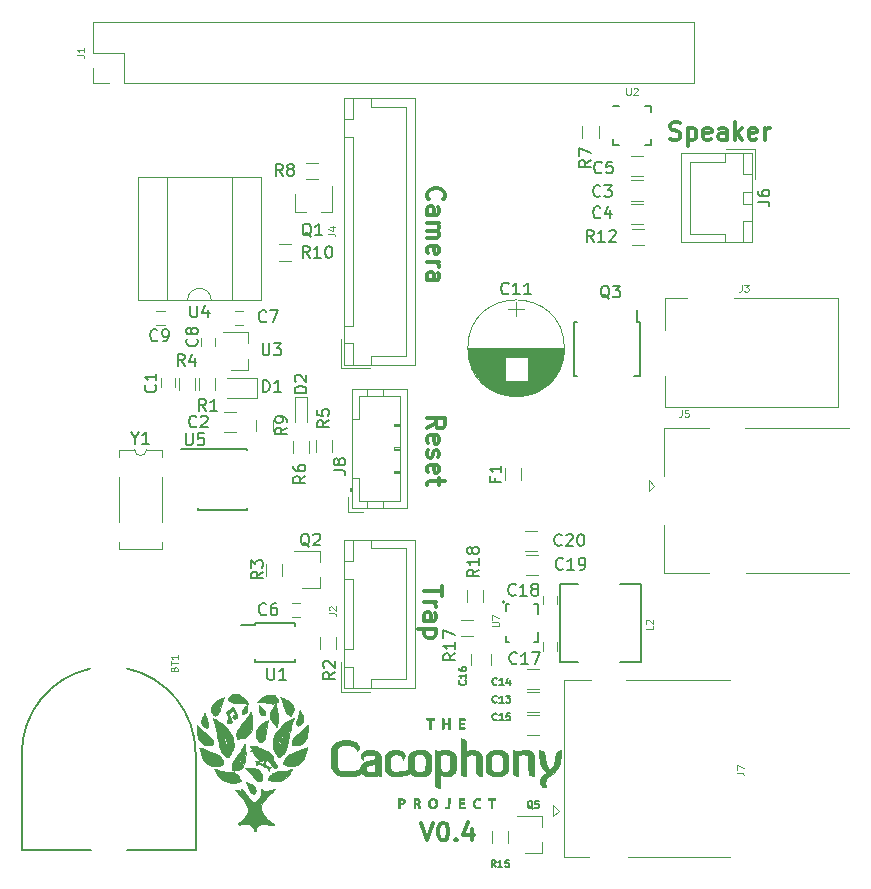
<source format=gbr>
G04 #@! TF.GenerationSoftware,KiCad,Pcbnew,5.1.2-f72e74a~84~ubuntu18.04.1*
G04 #@! TF.CreationDate,2019-05-05T15:24:06+12:00*
G04 #@! TF.ProjectId,pi-hat,70692d68-6174-42e6-9b69-6361645f7063,rev?*
G04 #@! TF.SameCoordinates,Original*
G04 #@! TF.FileFunction,Legend,Top*
G04 #@! TF.FilePolarity,Positive*
%FSLAX46Y46*%
G04 Gerber Fmt 4.6, Leading zero omitted, Abs format (unit mm)*
G04 Created by KiCad (PCBNEW 5.1.2-f72e74a~84~ubuntu18.04.1) date 2019-05-05 15:24:06*
%MOMM*%
%LPD*%
G04 APERTURE LIST*
%ADD10C,0.300000*%
%ADD11C,0.120000*%
%ADD12C,0.010000*%
%ADD13C,0.150000*%
%ADD14C,0.125000*%
G04 APERTURE END LIST*
D10*
X156057142Y-111032142D02*
X156271428Y-111103571D01*
X156628571Y-111103571D01*
X156771428Y-111032142D01*
X156842857Y-110960714D01*
X156914285Y-110817857D01*
X156914285Y-110675000D01*
X156842857Y-110532142D01*
X156771428Y-110460714D01*
X156628571Y-110389285D01*
X156342857Y-110317857D01*
X156200000Y-110246428D01*
X156128571Y-110175000D01*
X156057142Y-110032142D01*
X156057142Y-109889285D01*
X156128571Y-109746428D01*
X156200000Y-109675000D01*
X156342857Y-109603571D01*
X156700000Y-109603571D01*
X156914285Y-109675000D01*
X157557142Y-110103571D02*
X157557142Y-111603571D01*
X157557142Y-110175000D02*
X157700000Y-110103571D01*
X157985714Y-110103571D01*
X158128571Y-110175000D01*
X158200000Y-110246428D01*
X158271428Y-110389285D01*
X158271428Y-110817857D01*
X158200000Y-110960714D01*
X158128571Y-111032142D01*
X157985714Y-111103571D01*
X157700000Y-111103571D01*
X157557142Y-111032142D01*
X159485714Y-111032142D02*
X159342857Y-111103571D01*
X159057142Y-111103571D01*
X158914285Y-111032142D01*
X158842857Y-110889285D01*
X158842857Y-110317857D01*
X158914285Y-110175000D01*
X159057142Y-110103571D01*
X159342857Y-110103571D01*
X159485714Y-110175000D01*
X159557142Y-110317857D01*
X159557142Y-110460714D01*
X158842857Y-110603571D01*
X160842857Y-111103571D02*
X160842857Y-110317857D01*
X160771428Y-110175000D01*
X160628571Y-110103571D01*
X160342857Y-110103571D01*
X160200000Y-110175000D01*
X160842857Y-111032142D02*
X160700000Y-111103571D01*
X160342857Y-111103571D01*
X160200000Y-111032142D01*
X160128571Y-110889285D01*
X160128571Y-110746428D01*
X160200000Y-110603571D01*
X160342857Y-110532142D01*
X160700000Y-110532142D01*
X160842857Y-110460714D01*
X161557142Y-111103571D02*
X161557142Y-109603571D01*
X161700000Y-110532142D02*
X162128571Y-111103571D01*
X162128571Y-110103571D02*
X161557142Y-110675000D01*
X163342857Y-111032142D02*
X163200000Y-111103571D01*
X162914285Y-111103571D01*
X162771428Y-111032142D01*
X162700000Y-110889285D01*
X162700000Y-110317857D01*
X162771428Y-110175000D01*
X162914285Y-110103571D01*
X163200000Y-110103571D01*
X163342857Y-110175000D01*
X163414285Y-110317857D01*
X163414285Y-110460714D01*
X162700000Y-110603571D01*
X164057142Y-111103571D02*
X164057142Y-110103571D01*
X164057142Y-110389285D02*
X164128571Y-110246428D01*
X164200000Y-110175000D01*
X164342857Y-110103571D01*
X164485714Y-110103571D01*
X134964285Y-168928571D02*
X135464285Y-170428571D01*
X135964285Y-168928571D01*
X136750000Y-168928571D02*
X136892857Y-168928571D01*
X137035714Y-169000000D01*
X137107142Y-169071428D01*
X137178571Y-169214285D01*
X137250000Y-169500000D01*
X137250000Y-169857142D01*
X137178571Y-170142857D01*
X137107142Y-170285714D01*
X137035714Y-170357142D01*
X136892857Y-170428571D01*
X136750000Y-170428571D01*
X136607142Y-170357142D01*
X136535714Y-170285714D01*
X136464285Y-170142857D01*
X136392857Y-169857142D01*
X136392857Y-169500000D01*
X136464285Y-169214285D01*
X136535714Y-169071428D01*
X136607142Y-169000000D01*
X136750000Y-168928571D01*
X137892857Y-170285714D02*
X137964285Y-170357142D01*
X137892857Y-170428571D01*
X137821428Y-170357142D01*
X137892857Y-170285714D01*
X137892857Y-170428571D01*
X139250000Y-169428571D02*
X139250000Y-170428571D01*
X138892857Y-168857142D02*
X138535714Y-169928571D01*
X139464285Y-169928571D01*
X135481428Y-135542857D02*
X136195714Y-135042857D01*
X135481428Y-134685714D02*
X136981428Y-134685714D01*
X136981428Y-135257142D01*
X136910000Y-135400000D01*
X136838571Y-135471428D01*
X136695714Y-135542857D01*
X136481428Y-135542857D01*
X136338571Y-135471428D01*
X136267142Y-135400000D01*
X136195714Y-135257142D01*
X136195714Y-134685714D01*
X135552857Y-136757142D02*
X135481428Y-136614285D01*
X135481428Y-136328571D01*
X135552857Y-136185714D01*
X135695714Y-136114285D01*
X136267142Y-136114285D01*
X136410000Y-136185714D01*
X136481428Y-136328571D01*
X136481428Y-136614285D01*
X136410000Y-136757142D01*
X136267142Y-136828571D01*
X136124285Y-136828571D01*
X135981428Y-136114285D01*
X135552857Y-137400000D02*
X135481428Y-137542857D01*
X135481428Y-137828571D01*
X135552857Y-137971428D01*
X135695714Y-138042857D01*
X135767142Y-138042857D01*
X135910000Y-137971428D01*
X135981428Y-137828571D01*
X135981428Y-137614285D01*
X136052857Y-137471428D01*
X136195714Y-137400000D01*
X136267142Y-137400000D01*
X136410000Y-137471428D01*
X136481428Y-137614285D01*
X136481428Y-137828571D01*
X136410000Y-137971428D01*
X135552857Y-139257142D02*
X135481428Y-139114285D01*
X135481428Y-138828571D01*
X135552857Y-138685714D01*
X135695714Y-138614285D01*
X136267142Y-138614285D01*
X136410000Y-138685714D01*
X136481428Y-138828571D01*
X136481428Y-139114285D01*
X136410000Y-139257142D01*
X136267142Y-139328571D01*
X136124285Y-139328571D01*
X135981428Y-138614285D01*
X136481428Y-139757142D02*
X136481428Y-140328571D01*
X136981428Y-139971428D02*
X135695714Y-139971428D01*
X135552857Y-140042857D01*
X135481428Y-140185714D01*
X135481428Y-140328571D01*
X136731428Y-148900000D02*
X136731428Y-149757142D01*
X135231428Y-149328571D02*
X136731428Y-149328571D01*
X135231428Y-150257142D02*
X136231428Y-150257142D01*
X135945714Y-150257142D02*
X136088571Y-150328571D01*
X136160000Y-150400000D01*
X136231428Y-150542857D01*
X136231428Y-150685714D01*
X135231428Y-151828571D02*
X136017142Y-151828571D01*
X136160000Y-151757142D01*
X136231428Y-151614285D01*
X136231428Y-151328571D01*
X136160000Y-151185714D01*
X135302857Y-151828571D02*
X135231428Y-151685714D01*
X135231428Y-151328571D01*
X135302857Y-151185714D01*
X135445714Y-151114285D01*
X135588571Y-151114285D01*
X135731428Y-151185714D01*
X135802857Y-151328571D01*
X135802857Y-151685714D01*
X135874285Y-151828571D01*
X136231428Y-152542857D02*
X134731428Y-152542857D01*
X136160000Y-152542857D02*
X136231428Y-152685714D01*
X136231428Y-152971428D01*
X136160000Y-153114285D01*
X136088571Y-153185714D01*
X135945714Y-153257142D01*
X135517142Y-153257142D01*
X135374285Y-153185714D01*
X135302857Y-153114285D01*
X135231428Y-152971428D01*
X135231428Y-152685714D01*
X135302857Y-152542857D01*
X135624285Y-116150000D02*
X135552857Y-116078571D01*
X135481428Y-115864285D01*
X135481428Y-115721428D01*
X135552857Y-115507142D01*
X135695714Y-115364285D01*
X135838571Y-115292857D01*
X136124285Y-115221428D01*
X136338571Y-115221428D01*
X136624285Y-115292857D01*
X136767142Y-115364285D01*
X136910000Y-115507142D01*
X136981428Y-115721428D01*
X136981428Y-115864285D01*
X136910000Y-116078571D01*
X136838571Y-116150000D01*
X135481428Y-117435714D02*
X136267142Y-117435714D01*
X136410000Y-117364285D01*
X136481428Y-117221428D01*
X136481428Y-116935714D01*
X136410000Y-116792857D01*
X135552857Y-117435714D02*
X135481428Y-117292857D01*
X135481428Y-116935714D01*
X135552857Y-116792857D01*
X135695714Y-116721428D01*
X135838571Y-116721428D01*
X135981428Y-116792857D01*
X136052857Y-116935714D01*
X136052857Y-117292857D01*
X136124285Y-117435714D01*
X135481428Y-118150000D02*
X136481428Y-118150000D01*
X136338571Y-118150000D02*
X136410000Y-118221428D01*
X136481428Y-118364285D01*
X136481428Y-118578571D01*
X136410000Y-118721428D01*
X136267142Y-118792857D01*
X135481428Y-118792857D01*
X136267142Y-118792857D02*
X136410000Y-118864285D01*
X136481428Y-119007142D01*
X136481428Y-119221428D01*
X136410000Y-119364285D01*
X136267142Y-119435714D01*
X135481428Y-119435714D01*
X135552857Y-120721428D02*
X135481428Y-120578571D01*
X135481428Y-120292857D01*
X135552857Y-120150000D01*
X135695714Y-120078571D01*
X136267142Y-120078571D01*
X136410000Y-120150000D01*
X136481428Y-120292857D01*
X136481428Y-120578571D01*
X136410000Y-120721428D01*
X136267142Y-120792857D01*
X136124285Y-120792857D01*
X135981428Y-120078571D01*
X135481428Y-121435714D02*
X136481428Y-121435714D01*
X136195714Y-121435714D02*
X136338571Y-121507142D01*
X136410000Y-121578571D01*
X136481428Y-121721428D01*
X136481428Y-121864285D01*
X135481428Y-123007142D02*
X136267142Y-123007142D01*
X136410000Y-122935714D01*
X136481428Y-122792857D01*
X136481428Y-122507142D01*
X136410000Y-122364285D01*
X135552857Y-123007142D02*
X135481428Y-122864285D01*
X135481428Y-122507142D01*
X135552857Y-122364285D01*
X135695714Y-122292857D01*
X135838571Y-122292857D01*
X135981428Y-122364285D01*
X136052857Y-122507142D01*
X136052857Y-122864285D01*
X136124285Y-123007142D01*
D11*
X143430000Y-138900000D02*
X143430000Y-139900000D01*
X142070000Y-139900000D02*
X142070000Y-138900000D01*
D12*
G36*
X121464411Y-166056044D02*
G01*
X121504735Y-166104985D01*
X121508897Y-166111789D01*
X121586436Y-166195462D01*
X121696861Y-166245565D01*
X121834873Y-166262035D01*
X121995173Y-166244803D01*
X122172461Y-166193806D01*
X122336105Y-166122067D01*
X122437683Y-166078467D01*
X122511585Y-166063168D01*
X122552573Y-166076739D01*
X122559200Y-166097811D01*
X122541052Y-166129337D01*
X122492305Y-166184114D01*
X122421500Y-166253011D01*
X122375050Y-166294661D01*
X122225796Y-166429008D01*
X122077191Y-166570602D01*
X121936096Y-166712255D01*
X121809369Y-166846781D01*
X121703868Y-166966990D01*
X121626454Y-167065695D01*
X121597692Y-167109294D01*
X121497756Y-167298277D01*
X121427337Y-167474196D01*
X121389450Y-167628683D01*
X121383567Y-167703412D01*
X121405714Y-167854009D01*
X121468969Y-168019558D01*
X121568470Y-168193387D01*
X121699356Y-168368826D01*
X121856768Y-168539203D01*
X122035844Y-168697845D01*
X122190900Y-168811469D01*
X122330458Y-168910549D01*
X122424425Y-168990999D01*
X122474004Y-169053952D01*
X122483000Y-169085998D01*
X122467326Y-169123613D01*
X122418259Y-169143890D01*
X122332726Y-169146746D01*
X122207656Y-169132100D01*
X122039978Y-169099868D01*
X121911500Y-169070594D01*
X121738042Y-169042971D01*
X121556873Y-169037616D01*
X121384745Y-169053755D01*
X121238411Y-169090610D01*
X121207327Y-169103190D01*
X121096515Y-169172812D01*
X121022512Y-169269750D01*
X120980189Y-169401437D01*
X120973829Y-169441622D01*
X120961219Y-169522869D01*
X120948128Y-169586516D01*
X120942666Y-169605009D01*
X120910339Y-169639149D01*
X120866935Y-169632444D01*
X120833785Y-169595335D01*
X120811090Y-169545902D01*
X120779337Y-169468455D01*
X120755605Y-169406809D01*
X120674983Y-169259085D01*
X120558753Y-169143431D01*
X120412358Y-169061997D01*
X120241242Y-169016933D01*
X120050850Y-169010387D01*
X119846625Y-169044509D01*
X119841400Y-169045900D01*
X119734403Y-169068478D01*
X119628242Y-169080622D01*
X119535922Y-169081950D01*
X119470446Y-169072080D01*
X119447009Y-169057483D01*
X119447703Y-169012531D01*
X119492448Y-168945925D01*
X119581664Y-168857166D01*
X119695091Y-168762087D01*
X119880686Y-168603926D01*
X120038728Y-168447773D01*
X120165220Y-168298536D01*
X120256163Y-168161119D01*
X120307560Y-168040430D01*
X120315837Y-168000375D01*
X120313600Y-167852360D01*
X120272738Y-167678155D01*
X120195471Y-167481778D01*
X120084017Y-167267244D01*
X119940595Y-167038570D01*
X119767425Y-166799774D01*
X119566726Y-166554871D01*
X119437333Y-166410260D01*
X119357301Y-166321701D01*
X119291830Y-166245702D01*
X119247729Y-166190415D01*
X119231800Y-166164109D01*
X119244802Y-166133419D01*
X119287018Y-166128216D01*
X119363264Y-166149019D01*
X119461338Y-166188812D01*
X119586389Y-166238706D01*
X119672465Y-166259850D01*
X119723104Y-166251305D01*
X119741843Y-166212131D01*
X119732219Y-166141387D01*
X119725763Y-166118550D01*
X119717999Y-166067939D01*
X119737164Y-166058503D01*
X119782002Y-166089152D01*
X119851255Y-166158795D01*
X119943667Y-166266345D01*
X120048149Y-166397950D01*
X120190461Y-166582011D01*
X120305713Y-166730086D01*
X120397737Y-166846515D01*
X120470364Y-166935637D01*
X120527425Y-167001795D01*
X120572753Y-167049330D01*
X120610178Y-167082580D01*
X120643533Y-167105889D01*
X120676649Y-167123596D01*
X120696810Y-167132812D01*
X120789456Y-167161652D01*
X120876166Y-167158907D01*
X120965592Y-167121393D01*
X121066388Y-167045926D01*
X121151753Y-166965408D01*
X121256280Y-166849232D01*
X121328480Y-166736613D01*
X121373072Y-166614502D01*
X121394771Y-166469849D01*
X121398294Y-166289606D01*
X121398171Y-166283650D01*
X121397047Y-166165945D01*
X121400428Y-166090861D01*
X121409302Y-166050342D01*
X121424654Y-166036330D01*
X121428485Y-166036000D01*
X121464411Y-166056044D01*
X121464411Y-166056044D01*
G37*
X121464411Y-166056044D02*
X121504735Y-166104985D01*
X121508897Y-166111789D01*
X121586436Y-166195462D01*
X121696861Y-166245565D01*
X121834873Y-166262035D01*
X121995173Y-166244803D01*
X122172461Y-166193806D01*
X122336105Y-166122067D01*
X122437683Y-166078467D01*
X122511585Y-166063168D01*
X122552573Y-166076739D01*
X122559200Y-166097811D01*
X122541052Y-166129337D01*
X122492305Y-166184114D01*
X122421500Y-166253011D01*
X122375050Y-166294661D01*
X122225796Y-166429008D01*
X122077191Y-166570602D01*
X121936096Y-166712255D01*
X121809369Y-166846781D01*
X121703868Y-166966990D01*
X121626454Y-167065695D01*
X121597692Y-167109294D01*
X121497756Y-167298277D01*
X121427337Y-167474196D01*
X121389450Y-167628683D01*
X121383567Y-167703412D01*
X121405714Y-167854009D01*
X121468969Y-168019558D01*
X121568470Y-168193387D01*
X121699356Y-168368826D01*
X121856768Y-168539203D01*
X122035844Y-168697845D01*
X122190900Y-168811469D01*
X122330458Y-168910549D01*
X122424425Y-168990999D01*
X122474004Y-169053952D01*
X122483000Y-169085998D01*
X122467326Y-169123613D01*
X122418259Y-169143890D01*
X122332726Y-169146746D01*
X122207656Y-169132100D01*
X122039978Y-169099868D01*
X121911500Y-169070594D01*
X121738042Y-169042971D01*
X121556873Y-169037616D01*
X121384745Y-169053755D01*
X121238411Y-169090610D01*
X121207327Y-169103190D01*
X121096515Y-169172812D01*
X121022512Y-169269750D01*
X120980189Y-169401437D01*
X120973829Y-169441622D01*
X120961219Y-169522869D01*
X120948128Y-169586516D01*
X120942666Y-169605009D01*
X120910339Y-169639149D01*
X120866935Y-169632444D01*
X120833785Y-169595335D01*
X120811090Y-169545902D01*
X120779337Y-169468455D01*
X120755605Y-169406809D01*
X120674983Y-169259085D01*
X120558753Y-169143431D01*
X120412358Y-169061997D01*
X120241242Y-169016933D01*
X120050850Y-169010387D01*
X119846625Y-169044509D01*
X119841400Y-169045900D01*
X119734403Y-169068478D01*
X119628242Y-169080622D01*
X119535922Y-169081950D01*
X119470446Y-169072080D01*
X119447009Y-169057483D01*
X119447703Y-169012531D01*
X119492448Y-168945925D01*
X119581664Y-168857166D01*
X119695091Y-168762087D01*
X119880686Y-168603926D01*
X120038728Y-168447773D01*
X120165220Y-168298536D01*
X120256163Y-168161119D01*
X120307560Y-168040430D01*
X120315837Y-168000375D01*
X120313600Y-167852360D01*
X120272738Y-167678155D01*
X120195471Y-167481778D01*
X120084017Y-167267244D01*
X119940595Y-167038570D01*
X119767425Y-166799774D01*
X119566726Y-166554871D01*
X119437333Y-166410260D01*
X119357301Y-166321701D01*
X119291830Y-166245702D01*
X119247729Y-166190415D01*
X119231800Y-166164109D01*
X119244802Y-166133419D01*
X119287018Y-166128216D01*
X119363264Y-166149019D01*
X119461338Y-166188812D01*
X119586389Y-166238706D01*
X119672465Y-166259850D01*
X119723104Y-166251305D01*
X119741843Y-166212131D01*
X119732219Y-166141387D01*
X119725763Y-166118550D01*
X119717999Y-166067939D01*
X119737164Y-166058503D01*
X119782002Y-166089152D01*
X119851255Y-166158795D01*
X119943667Y-166266345D01*
X120048149Y-166397950D01*
X120190461Y-166582011D01*
X120305713Y-166730086D01*
X120397737Y-166846515D01*
X120470364Y-166935637D01*
X120527425Y-167001795D01*
X120572753Y-167049330D01*
X120610178Y-167082580D01*
X120643533Y-167105889D01*
X120676649Y-167123596D01*
X120696810Y-167132812D01*
X120789456Y-167161652D01*
X120876166Y-167158907D01*
X120965592Y-167121393D01*
X121066388Y-167045926D01*
X121151753Y-166965408D01*
X121256280Y-166849232D01*
X121328480Y-166736613D01*
X121373072Y-166614502D01*
X121394771Y-166469849D01*
X121398294Y-166289606D01*
X121398171Y-166283650D01*
X121397047Y-166165945D01*
X121400428Y-166090861D01*
X121409302Y-166050342D01*
X121424654Y-166036330D01*
X121428485Y-166036000D01*
X121464411Y-166056044D01*
G36*
X133301598Y-166854677D02*
G01*
X133405446Y-166878355D01*
X133482223Y-166915165D01*
X133492777Y-166923945D01*
X133555148Y-167011327D01*
X133574365Y-167106602D01*
X133555052Y-167200403D01*
X133501834Y-167283364D01*
X133419334Y-167346117D01*
X133312176Y-167379294D01*
X133266561Y-167382200D01*
X133176400Y-167382200D01*
X133176400Y-167712400D01*
X133024000Y-167712400D01*
X133024000Y-167215892D01*
X133180080Y-167215892D01*
X133191949Y-167266580D01*
X133224627Y-167281020D01*
X133285599Y-167266320D01*
X133320279Y-167253610D01*
X133391795Y-167214421D01*
X133424250Y-167158077D01*
X133430011Y-167099560D01*
X133414362Y-167029540D01*
X133362627Y-166987826D01*
X133276268Y-166970173D01*
X133189100Y-166963100D01*
X133181537Y-167121850D01*
X133180080Y-167215892D01*
X133024000Y-167215892D01*
X133024000Y-166875167D01*
X133088673Y-166858935D01*
X133189676Y-166847185D01*
X133301598Y-166854677D01*
X133301598Y-166854677D01*
G37*
X133301598Y-166854677D02*
X133405446Y-166878355D01*
X133482223Y-166915165D01*
X133492777Y-166923945D01*
X133555148Y-167011327D01*
X133574365Y-167106602D01*
X133555052Y-167200403D01*
X133501834Y-167283364D01*
X133419334Y-167346117D01*
X133312176Y-167379294D01*
X133266561Y-167382200D01*
X133176400Y-167382200D01*
X133176400Y-167712400D01*
X133024000Y-167712400D01*
X133024000Y-167215892D01*
X133180080Y-167215892D01*
X133191949Y-167266580D01*
X133224627Y-167281020D01*
X133285599Y-167266320D01*
X133320279Y-167253610D01*
X133391795Y-167214421D01*
X133424250Y-167158077D01*
X133430011Y-167099560D01*
X133414362Y-167029540D01*
X133362627Y-166987826D01*
X133276268Y-166970173D01*
X133189100Y-166963100D01*
X133181537Y-167121850D01*
X133180080Y-167215892D01*
X133024000Y-167215892D01*
X133024000Y-166875167D01*
X133088673Y-166858935D01*
X133189676Y-166847185D01*
X133301598Y-166854677D01*
G36*
X134627201Y-166863229D02*
G01*
X134737807Y-166900665D01*
X134812373Y-166962931D01*
X134846957Y-167046040D01*
X134837615Y-167146003D01*
X134819172Y-167193048D01*
X134785382Y-167249574D01*
X134754291Y-167279278D01*
X134748689Y-167280600D01*
X134737794Y-167297573D01*
X134758908Y-167340046D01*
X134789869Y-167402454D01*
X134819574Y-167485612D01*
X134826841Y-167511496D01*
X134847495Y-167590156D01*
X134864630Y-167653468D01*
X134868723Y-167667950D01*
X134867551Y-167699883D01*
X134831112Y-167711647D01*
X134806245Y-167712400D01*
X134761574Y-167708281D01*
X134734297Y-167687692D01*
X134714543Y-167638277D01*
X134699702Y-167579050D01*
X134663824Y-167463947D01*
X134617962Y-167393219D01*
X134557081Y-167360681D01*
X134518663Y-167356800D01*
X134446400Y-167356800D01*
X134446400Y-167534600D01*
X134445483Y-167627482D01*
X134440071Y-167680640D01*
X134426170Y-167705145D01*
X134399789Y-167712069D01*
X134382285Y-167712400D01*
X134318171Y-167712400D01*
X134325135Y-167286950D01*
X134326572Y-167199130D01*
X134450652Y-167199130D01*
X134465796Y-167245692D01*
X134505580Y-167254722D01*
X134578671Y-167232108D01*
X134612315Y-167218396D01*
X134672980Y-167185081D01*
X134697405Y-167143215D01*
X134700400Y-167107206D01*
X134682414Y-167029108D01*
X134626720Y-166982990D01*
X134542350Y-166966921D01*
X134459100Y-166963100D01*
X134451482Y-167109150D01*
X134450652Y-167199130D01*
X134326572Y-167199130D01*
X134332100Y-166861500D01*
X134484500Y-166854609D01*
X134627201Y-166863229D01*
X134627201Y-166863229D01*
G37*
X134627201Y-166863229D02*
X134737807Y-166900665D01*
X134812373Y-166962931D01*
X134846957Y-167046040D01*
X134837615Y-167146003D01*
X134819172Y-167193048D01*
X134785382Y-167249574D01*
X134754291Y-167279278D01*
X134748689Y-167280600D01*
X134737794Y-167297573D01*
X134758908Y-167340046D01*
X134789869Y-167402454D01*
X134819574Y-167485612D01*
X134826841Y-167511496D01*
X134847495Y-167590156D01*
X134864630Y-167653468D01*
X134868723Y-167667950D01*
X134867551Y-167699883D01*
X134831112Y-167711647D01*
X134806245Y-167712400D01*
X134761574Y-167708281D01*
X134734297Y-167687692D01*
X134714543Y-167638277D01*
X134699702Y-167579050D01*
X134663824Y-167463947D01*
X134617962Y-167393219D01*
X134557081Y-167360681D01*
X134518663Y-167356800D01*
X134446400Y-167356800D01*
X134446400Y-167534600D01*
X134445483Y-167627482D01*
X134440071Y-167680640D01*
X134426170Y-167705145D01*
X134399789Y-167712069D01*
X134382285Y-167712400D01*
X134318171Y-167712400D01*
X134325135Y-167286950D01*
X134326572Y-167199130D01*
X134450652Y-167199130D01*
X134465796Y-167245692D01*
X134505580Y-167254722D01*
X134578671Y-167232108D01*
X134612315Y-167218396D01*
X134672980Y-167185081D01*
X134697405Y-167143215D01*
X134700400Y-167107206D01*
X134682414Y-167029108D01*
X134626720Y-166982990D01*
X134542350Y-166966921D01*
X134459100Y-166963100D01*
X134451482Y-167109150D01*
X134450652Y-167199130D01*
X134326572Y-167199130D01*
X134332100Y-166861500D01*
X134484500Y-166854609D01*
X134627201Y-166863229D01*
G36*
X136120366Y-166886488D02*
G01*
X136221416Y-166957197D01*
X136289061Y-167065396D01*
X136322414Y-167209957D01*
X136326000Y-167286530D01*
X136305746Y-167438024D01*
X136247767Y-167560686D01*
X136156236Y-167649973D01*
X136035328Y-167701342D01*
X135934893Y-167712305D01*
X135797023Y-167693923D01*
X135721022Y-167660827D01*
X135632948Y-167579025D01*
X135572529Y-167463999D01*
X135544832Y-167328026D01*
X135546406Y-167237705D01*
X135549973Y-167222084D01*
X135696032Y-167222084D01*
X135697843Y-167316125D01*
X135707284Y-167406912D01*
X135726403Y-167466516D01*
X135763193Y-167514527D01*
X135788544Y-167538375D01*
X135876928Y-167596260D01*
X135960826Y-167604474D01*
X136046150Y-167563071D01*
X136072947Y-167540950D01*
X136145863Y-167443089D01*
X136180279Y-167320975D01*
X136172680Y-167187184D01*
X136172273Y-167185350D01*
X136141302Y-167111291D01*
X136088360Y-167038010D01*
X136026504Y-166979887D01*
X135968792Y-166951305D01*
X135958952Y-166950400D01*
X135863262Y-166973674D01*
X135777032Y-167036336D01*
X135740411Y-167083116D01*
X135708713Y-167148183D01*
X135696032Y-167222084D01*
X135549973Y-167222084D01*
X135581412Y-167084434D01*
X135649879Y-166968587D01*
X135750075Y-166891671D01*
X135880268Y-166855194D01*
X135986799Y-166854401D01*
X136120366Y-166886488D01*
X136120366Y-166886488D01*
G37*
X136120366Y-166886488D02*
X136221416Y-166957197D01*
X136289061Y-167065396D01*
X136322414Y-167209957D01*
X136326000Y-167286530D01*
X136305746Y-167438024D01*
X136247767Y-167560686D01*
X136156236Y-167649973D01*
X136035328Y-167701342D01*
X135934893Y-167712305D01*
X135797023Y-167693923D01*
X135721022Y-167660827D01*
X135632948Y-167579025D01*
X135572529Y-167463999D01*
X135544832Y-167328026D01*
X135546406Y-167237705D01*
X135549973Y-167222084D01*
X135696032Y-167222084D01*
X135697843Y-167316125D01*
X135707284Y-167406912D01*
X135726403Y-167466516D01*
X135763193Y-167514527D01*
X135788544Y-167538375D01*
X135876928Y-167596260D01*
X135960826Y-167604474D01*
X136046150Y-167563071D01*
X136072947Y-167540950D01*
X136145863Y-167443089D01*
X136180279Y-167320975D01*
X136172680Y-167187184D01*
X136172273Y-167185350D01*
X136141302Y-167111291D01*
X136088360Y-167038010D01*
X136026504Y-166979887D01*
X135968792Y-166951305D01*
X135958952Y-166950400D01*
X135863262Y-166973674D01*
X135777032Y-167036336D01*
X135740411Y-167083116D01*
X135708713Y-167148183D01*
X135696032Y-167222084D01*
X135549973Y-167222084D01*
X135581412Y-167084434D01*
X135649879Y-166968587D01*
X135750075Y-166891671D01*
X135880268Y-166855194D01*
X135986799Y-166854401D01*
X136120366Y-166886488D01*
G36*
X137362923Y-167215131D02*
G01*
X137359223Y-167359474D01*
X137354682Y-167462222D01*
X137347814Y-167532577D01*
X137337131Y-167579738D01*
X137321146Y-167612908D01*
X137298372Y-167641287D01*
X137293122Y-167646931D01*
X137246377Y-167686922D01*
X137191424Y-167706568D01*
X137108560Y-167712332D01*
X137093554Y-167712400D01*
X137014200Y-167710111D01*
X136975655Y-167701090D01*
X136968052Y-167682102D01*
X136970982Y-167672222D01*
X136984723Y-167622699D01*
X136986400Y-167607010D01*
X137006225Y-167593495D01*
X137037200Y-167598100D01*
X137107141Y-167608499D01*
X137160434Y-167587153D01*
X137198737Y-167530293D01*
X137223712Y-167434153D01*
X137237020Y-167294964D01*
X137240400Y-167137109D01*
X137240400Y-166848800D01*
X137371147Y-166848800D01*
X137362923Y-167215131D01*
X137362923Y-167215131D01*
G37*
X137362923Y-167215131D02*
X137359223Y-167359474D01*
X137354682Y-167462222D01*
X137347814Y-167532577D01*
X137337131Y-167579738D01*
X137321146Y-167612908D01*
X137298372Y-167641287D01*
X137293122Y-167646931D01*
X137246377Y-167686922D01*
X137191424Y-167706568D01*
X137108560Y-167712332D01*
X137093554Y-167712400D01*
X137014200Y-167710111D01*
X136975655Y-167701090D01*
X136968052Y-167682102D01*
X136970982Y-167672222D01*
X136984723Y-167622699D01*
X136986400Y-167607010D01*
X137006225Y-167593495D01*
X137037200Y-167598100D01*
X137107141Y-167608499D01*
X137160434Y-167587153D01*
X137198737Y-167530293D01*
X137223712Y-167434153D01*
X137237020Y-167294964D01*
X137240400Y-167137109D01*
X137240400Y-166848800D01*
X137371147Y-166848800D01*
X137362923Y-167215131D01*
G36*
X138482485Y-166849240D02*
G01*
X138552986Y-166852233D01*
X138591719Y-166860280D01*
X138608197Y-166875888D01*
X138611938Y-166901558D01*
X138612000Y-166912300D01*
X138609385Y-166945475D01*
X138594162Y-166964462D01*
X138555260Y-166973214D01*
X138481610Y-166975684D01*
X138434200Y-166975800D01*
X138256400Y-166975800D01*
X138256400Y-167204400D01*
X138421500Y-167204400D01*
X138510250Y-167205513D01*
X138559683Y-167211796D01*
X138581276Y-167227663D01*
X138586504Y-167257528D01*
X138586600Y-167267900D01*
X138583704Y-167302034D01*
X138567368Y-167321047D01*
X138526114Y-167329352D01*
X138448464Y-167331363D01*
X138421500Y-167331400D01*
X138256400Y-167331400D01*
X138256400Y-167585400D01*
X138446900Y-167585400D01*
X138543796Y-167586191D01*
X138600594Y-167590943D01*
X138627995Y-167603222D01*
X138636699Y-167626596D01*
X138637400Y-167648900D01*
X138637400Y-167712400D01*
X138129400Y-167712400D01*
X138129400Y-166848800D01*
X138370700Y-166848800D01*
X138482485Y-166849240D01*
X138482485Y-166849240D01*
G37*
X138482485Y-166849240D02*
X138552986Y-166852233D01*
X138591719Y-166860280D01*
X138608197Y-166875888D01*
X138611938Y-166901558D01*
X138612000Y-166912300D01*
X138609385Y-166945475D01*
X138594162Y-166964462D01*
X138555260Y-166973214D01*
X138481610Y-166975684D01*
X138434200Y-166975800D01*
X138256400Y-166975800D01*
X138256400Y-167204400D01*
X138421500Y-167204400D01*
X138510250Y-167205513D01*
X138559683Y-167211796D01*
X138581276Y-167227663D01*
X138586504Y-167257528D01*
X138586600Y-167267900D01*
X138583704Y-167302034D01*
X138567368Y-167321047D01*
X138526114Y-167329352D01*
X138448464Y-167331363D01*
X138421500Y-167331400D01*
X138256400Y-167331400D01*
X138256400Y-167585400D01*
X138446900Y-167585400D01*
X138543796Y-167586191D01*
X138600594Y-167590943D01*
X138627995Y-167603222D01*
X138636699Y-167626596D01*
X138637400Y-167648900D01*
X138637400Y-167712400D01*
X138129400Y-167712400D01*
X138129400Y-166848800D01*
X138370700Y-166848800D01*
X138482485Y-166849240D01*
G36*
X139858484Y-166853480D02*
G01*
X139923873Y-166869295D01*
X139953983Y-166898905D01*
X139958200Y-166923484D01*
X139951415Y-166967862D01*
X139923496Y-166983758D01*
X139863096Y-166975417D01*
X139836993Y-166968836D01*
X139722627Y-166960626D01*
X139622512Y-166993381D01*
X139541375Y-167058168D01*
X139483942Y-167146052D01*
X139454937Y-167248101D01*
X139459088Y-167355379D01*
X139501119Y-167458955D01*
X139547321Y-167516444D01*
X139606959Y-167567009D01*
X139667084Y-167589517D01*
X139747673Y-167593858D01*
X139827784Y-167591087D01*
X139889750Y-167585597D01*
X139905891Y-167582623D01*
X139938613Y-167592624D01*
X139953477Y-167629684D01*
X139945754Y-167671789D01*
X139928949Y-167689917D01*
X139868533Y-167708002D01*
X139778011Y-167713451D01*
X139676181Y-167707383D01*
X139581837Y-167690922D01*
X139513776Y-167665189D01*
X139513700Y-167665141D01*
X139417530Y-167591945D01*
X139358532Y-167507458D01*
X139326424Y-167407189D01*
X139312478Y-167247697D01*
X139341517Y-167107653D01*
X139409396Y-166992518D01*
X139511969Y-166907753D01*
X139645087Y-166858820D01*
X139750411Y-166848800D01*
X139858484Y-166853480D01*
X139858484Y-166853480D01*
G37*
X139858484Y-166853480D02*
X139923873Y-166869295D01*
X139953983Y-166898905D01*
X139958200Y-166923484D01*
X139951415Y-166967862D01*
X139923496Y-166983758D01*
X139863096Y-166975417D01*
X139836993Y-166968836D01*
X139722627Y-166960626D01*
X139622512Y-166993381D01*
X139541375Y-167058168D01*
X139483942Y-167146052D01*
X139454937Y-167248101D01*
X139459088Y-167355379D01*
X139501119Y-167458955D01*
X139547321Y-167516444D01*
X139606959Y-167567009D01*
X139667084Y-167589517D01*
X139747673Y-167593858D01*
X139827784Y-167591087D01*
X139889750Y-167585597D01*
X139905891Y-167582623D01*
X139938613Y-167592624D01*
X139953477Y-167629684D01*
X139945754Y-167671789D01*
X139928949Y-167689917D01*
X139868533Y-167708002D01*
X139778011Y-167713451D01*
X139676181Y-167707383D01*
X139581837Y-167690922D01*
X139513776Y-167665189D01*
X139513700Y-167665141D01*
X139417530Y-167591945D01*
X139358532Y-167507458D01*
X139326424Y-167407189D01*
X139312478Y-167247697D01*
X139341517Y-167107653D01*
X139409396Y-166992518D01*
X139511969Y-166907753D01*
X139645087Y-166858820D01*
X139750411Y-166848800D01*
X139858484Y-166853480D01*
G36*
X141228200Y-166912300D02*
G01*
X141224082Y-166949986D01*
X141203068Y-166968787D01*
X141152168Y-166975198D01*
X141101200Y-166975800D01*
X140974200Y-166975800D01*
X140974200Y-167712400D01*
X140847200Y-167712400D01*
X140847200Y-166975800D01*
X140720200Y-166975800D01*
X140644826Y-166973741D01*
X140607224Y-166963234D01*
X140594403Y-166937784D01*
X140593200Y-166912300D01*
X140593200Y-166848800D01*
X141228200Y-166848800D01*
X141228200Y-166912300D01*
X141228200Y-166912300D01*
G37*
X141228200Y-166912300D02*
X141224082Y-166949986D01*
X141203068Y-166968787D01*
X141152168Y-166975198D01*
X141101200Y-166975800D01*
X140974200Y-166975800D01*
X140974200Y-167712400D01*
X140847200Y-167712400D01*
X140847200Y-166975800D01*
X140720200Y-166975800D01*
X140644826Y-166973741D01*
X140607224Y-166963234D01*
X140594403Y-166937784D01*
X140593200Y-166912300D01*
X140593200Y-166848800D01*
X141228200Y-166848800D01*
X141228200Y-166912300D01*
G36*
X120218386Y-165519625D02*
G01*
X120306691Y-165546633D01*
X120406715Y-165583884D01*
X120510010Y-165628301D01*
X120608125Y-165676807D01*
X120692610Y-165726324D01*
X120740493Y-165761071D01*
X120813545Y-165838768D01*
X120880370Y-165939807D01*
X120931419Y-166046581D01*
X120957140Y-166141481D01*
X120958503Y-166163000D01*
X120947911Y-166221118D01*
X120920684Y-166302651D01*
X120896420Y-166359850D01*
X120857040Y-166436914D01*
X120823790Y-166477266D01*
X120785574Y-166491985D01*
X120762864Y-166493200D01*
X120696374Y-166478902D01*
X120619444Y-166443338D01*
X120599796Y-166430959D01*
X120540020Y-166385200D01*
X120500451Y-166345441D01*
X120494486Y-166335709D01*
X120438651Y-166203624D01*
X120378907Y-166066163D01*
X120319237Y-165932068D01*
X120304114Y-165898895D01*
X120539846Y-165898895D01*
X120558411Y-165936824D01*
X120573713Y-165961154D01*
X120618572Y-166032674D01*
X120654976Y-166096678D01*
X120659696Y-166105957D01*
X120684618Y-166144757D01*
X120699511Y-166151554D01*
X120694409Y-166125100D01*
X120668732Y-166069838D01*
X120644284Y-166025760D01*
X120600276Y-165956771D01*
X120561760Y-165906639D01*
X120546641Y-165892617D01*
X120539846Y-165898895D01*
X120304114Y-165898895D01*
X120263625Y-165810083D01*
X120216055Y-165708951D01*
X120180512Y-165637415D01*
X120161367Y-165604657D01*
X120122760Y-165553553D01*
X120108291Y-165530834D01*
X120110736Y-165508648D01*
X120150251Y-165505937D01*
X120218386Y-165519625D01*
X120218386Y-165519625D01*
G37*
X120218386Y-165519625D02*
X120306691Y-165546633D01*
X120406715Y-165583884D01*
X120510010Y-165628301D01*
X120608125Y-165676807D01*
X120692610Y-165726324D01*
X120740493Y-165761071D01*
X120813545Y-165838768D01*
X120880370Y-165939807D01*
X120931419Y-166046581D01*
X120957140Y-166141481D01*
X120958503Y-166163000D01*
X120947911Y-166221118D01*
X120920684Y-166302651D01*
X120896420Y-166359850D01*
X120857040Y-166436914D01*
X120823790Y-166477266D01*
X120785574Y-166491985D01*
X120762864Y-166493200D01*
X120696374Y-166478902D01*
X120619444Y-166443338D01*
X120599796Y-166430959D01*
X120540020Y-166385200D01*
X120500451Y-166345441D01*
X120494486Y-166335709D01*
X120438651Y-166203624D01*
X120378907Y-166066163D01*
X120319237Y-165932068D01*
X120304114Y-165898895D01*
X120539846Y-165898895D01*
X120558411Y-165936824D01*
X120573713Y-165961154D01*
X120618572Y-166032674D01*
X120654976Y-166096678D01*
X120659696Y-166105957D01*
X120684618Y-166144757D01*
X120699511Y-166151554D01*
X120694409Y-166125100D01*
X120668732Y-166069838D01*
X120644284Y-166025760D01*
X120600276Y-165956771D01*
X120561760Y-165906639D01*
X120546641Y-165892617D01*
X120539846Y-165898895D01*
X120304114Y-165898895D01*
X120263625Y-165810083D01*
X120216055Y-165708951D01*
X120180512Y-165637415D01*
X120161367Y-165604657D01*
X120122760Y-165553553D01*
X120108291Y-165530834D01*
X120110736Y-165508648D01*
X120150251Y-165505937D01*
X120218386Y-165519625D01*
G36*
X137213951Y-162784847D02*
G01*
X137418699Y-162827904D01*
X137592907Y-162902891D01*
X137732888Y-163008568D01*
X137834959Y-163143691D01*
X137852543Y-163178500D01*
X137867774Y-163216251D01*
X137879369Y-163260081D01*
X137887810Y-163317122D01*
X137893578Y-163394506D01*
X137897155Y-163499366D01*
X137899022Y-163638833D01*
X137899660Y-163820040D01*
X137899684Y-163877000D01*
X137899054Y-164087935D01*
X137896081Y-164255182D01*
X137889143Y-164385849D01*
X137876615Y-164487040D01*
X137856876Y-164565864D01*
X137828301Y-164629426D01*
X137789268Y-164684835D01*
X137738154Y-164739196D01*
X137693083Y-164781564D01*
X137565688Y-164876655D01*
X137421674Y-164939305D01*
X137251061Y-164972728D01*
X137075300Y-164980545D01*
X136950222Y-164977038D01*
X136857185Y-164966058D01*
X136777601Y-164944295D01*
X136706907Y-164914965D01*
X136567114Y-164850739D01*
X136576353Y-165405269D01*
X136585592Y-165959800D01*
X136500246Y-165958685D01*
X136418163Y-165948924D01*
X136328085Y-165926425D01*
X136315609Y-165922189D01*
X136237300Y-165885837D01*
X136171867Y-165841705D01*
X136163209Y-165833710D01*
X136152112Y-165821695D01*
X136142658Y-165806946D01*
X136134693Y-165785514D01*
X136128067Y-165753444D01*
X136122624Y-165706787D01*
X136118214Y-165641590D01*
X136114683Y-165553901D01*
X136111878Y-165439768D01*
X136109647Y-165295240D01*
X136107838Y-165116365D01*
X136106297Y-164899191D01*
X136104871Y-164639766D01*
X136103408Y-164334139D01*
X136103156Y-164279589D01*
X136102354Y-164106186D01*
X136583219Y-164106186D01*
X136584310Y-164214005D01*
X136587656Y-164291707D01*
X136593737Y-164346183D01*
X136603035Y-164384326D01*
X136616032Y-164413027D01*
X136632330Y-164437948D01*
X136722268Y-164524985D01*
X136846911Y-164591004D01*
X136992305Y-164629583D01*
X137063568Y-164636400D01*
X137124470Y-164626614D01*
X137204421Y-164598859D01*
X137241368Y-164581850D01*
X137305827Y-164545710D01*
X137355007Y-164505950D01*
X137390945Y-164455459D01*
X137415683Y-164387125D01*
X137431259Y-164293836D01*
X137439714Y-164168481D01*
X137443087Y-164003947D01*
X137443521Y-163877000D01*
X137442205Y-163683353D01*
X137436989Y-163533487D01*
X137425965Y-163420421D01*
X137407230Y-163337176D01*
X137378877Y-163276771D01*
X137339001Y-163232225D01*
X137285696Y-163196560D01*
X137253187Y-163179766D01*
X137166484Y-163153188D01*
X137047699Y-163137047D01*
X136914588Y-163131957D01*
X136784912Y-163138534D01*
X136676429Y-163157393D01*
X136668900Y-163159538D01*
X136592700Y-163182126D01*
X136585877Y-163772628D01*
X136583902Y-163961358D01*
X136583219Y-164106186D01*
X136102354Y-164106186D01*
X136096212Y-162778564D01*
X136153956Y-162796498D01*
X136307414Y-162824215D01*
X136500632Y-162825077D01*
X136727578Y-162799493D01*
X136982349Y-162774963D01*
X137213951Y-162784847D01*
X137213951Y-162784847D01*
G37*
X137213951Y-162784847D02*
X137418699Y-162827904D01*
X137592907Y-162902891D01*
X137732888Y-163008568D01*
X137834959Y-163143691D01*
X137852543Y-163178500D01*
X137867774Y-163216251D01*
X137879369Y-163260081D01*
X137887810Y-163317122D01*
X137893578Y-163394506D01*
X137897155Y-163499366D01*
X137899022Y-163638833D01*
X137899660Y-163820040D01*
X137899684Y-163877000D01*
X137899054Y-164087935D01*
X137896081Y-164255182D01*
X137889143Y-164385849D01*
X137876615Y-164487040D01*
X137856876Y-164565864D01*
X137828301Y-164629426D01*
X137789268Y-164684835D01*
X137738154Y-164739196D01*
X137693083Y-164781564D01*
X137565688Y-164876655D01*
X137421674Y-164939305D01*
X137251061Y-164972728D01*
X137075300Y-164980545D01*
X136950222Y-164977038D01*
X136857185Y-164966058D01*
X136777601Y-164944295D01*
X136706907Y-164914965D01*
X136567114Y-164850739D01*
X136576353Y-165405269D01*
X136585592Y-165959800D01*
X136500246Y-165958685D01*
X136418163Y-165948924D01*
X136328085Y-165926425D01*
X136315609Y-165922189D01*
X136237300Y-165885837D01*
X136171867Y-165841705D01*
X136163209Y-165833710D01*
X136152112Y-165821695D01*
X136142658Y-165806946D01*
X136134693Y-165785514D01*
X136128067Y-165753444D01*
X136122624Y-165706787D01*
X136118214Y-165641590D01*
X136114683Y-165553901D01*
X136111878Y-165439768D01*
X136109647Y-165295240D01*
X136107838Y-165116365D01*
X136106297Y-164899191D01*
X136104871Y-164639766D01*
X136103408Y-164334139D01*
X136103156Y-164279589D01*
X136102354Y-164106186D01*
X136583219Y-164106186D01*
X136584310Y-164214005D01*
X136587656Y-164291707D01*
X136593737Y-164346183D01*
X136603035Y-164384326D01*
X136616032Y-164413027D01*
X136632330Y-164437948D01*
X136722268Y-164524985D01*
X136846911Y-164591004D01*
X136992305Y-164629583D01*
X137063568Y-164636400D01*
X137124470Y-164626614D01*
X137204421Y-164598859D01*
X137241368Y-164581850D01*
X137305827Y-164545710D01*
X137355007Y-164505950D01*
X137390945Y-164455459D01*
X137415683Y-164387125D01*
X137431259Y-164293836D01*
X137439714Y-164168481D01*
X137443087Y-164003947D01*
X137443521Y-163877000D01*
X137442205Y-163683353D01*
X137436989Y-163533487D01*
X137425965Y-163420421D01*
X137407230Y-163337176D01*
X137378877Y-163276771D01*
X137339001Y-163232225D01*
X137285696Y-163196560D01*
X137253187Y-163179766D01*
X137166484Y-163153188D01*
X137047699Y-163137047D01*
X136914588Y-163131957D01*
X136784912Y-163138534D01*
X136676429Y-163157393D01*
X136668900Y-163159538D01*
X136592700Y-163182126D01*
X136585877Y-163772628D01*
X136583902Y-163961358D01*
X136583219Y-164106186D01*
X136102354Y-164106186D01*
X136096212Y-162778564D01*
X136153956Y-162796498D01*
X136307414Y-162824215D01*
X136500632Y-162825077D01*
X136727578Y-162799493D01*
X136982349Y-162774963D01*
X137213951Y-162784847D01*
G36*
X146825877Y-162786712D02*
G01*
X146841600Y-162806490D01*
X146838964Y-162837467D01*
X146831629Y-162910712D01*
X146820452Y-163018000D01*
X146806291Y-163151103D01*
X146790003Y-163301795D01*
X146789312Y-163308140D01*
X146752293Y-163592301D01*
X146705463Y-163834189D01*
X146644479Y-164042032D01*
X146565003Y-164224061D01*
X146462694Y-164388506D01*
X146333211Y-164543597D01*
X146172215Y-164697564D01*
X145975365Y-164858638D01*
X145969087Y-164863491D01*
X145790162Y-165008929D01*
X145654151Y-165138223D01*
X145558141Y-165257156D01*
X145499224Y-165371512D01*
X145474487Y-165487074D01*
X145481021Y-165609625D01*
X145515914Y-165744949D01*
X145519759Y-165756256D01*
X145546104Y-165843163D01*
X145546785Y-165895878D01*
X145514902Y-165922914D01*
X145443553Y-165932781D01*
X145375633Y-165934011D01*
X145285945Y-165928790D01*
X145221592Y-165906779D01*
X145157785Y-165859432D01*
X145156783Y-165858554D01*
X145074545Y-165753913D01*
X145028107Y-165621176D01*
X145018134Y-165468937D01*
X145045294Y-165305792D01*
X145102361Y-165156074D01*
X145142340Y-165092209D01*
X145204765Y-165012295D01*
X145280880Y-164925425D01*
X145361929Y-164840693D01*
X145439157Y-164767193D01*
X145503806Y-164714019D01*
X145547122Y-164690264D01*
X145551324Y-164689800D01*
X145545844Y-164673479D01*
X145510556Y-164629834D01*
X145452181Y-164566841D01*
X145420732Y-164534868D01*
X145294924Y-164384045D01*
X145181634Y-164201367D01*
X145091278Y-164005737D01*
X145040739Y-163845294D01*
X145028559Y-163781138D01*
X145013766Y-163683468D01*
X144997371Y-163561414D01*
X144980389Y-163424104D01*
X144963830Y-163280667D01*
X144948707Y-163140233D01*
X144936032Y-163011931D01*
X144926817Y-162904889D01*
X144922075Y-162828237D01*
X144922818Y-162791104D01*
X144923649Y-162789283D01*
X144957982Y-162784832D01*
X145023670Y-162795490D01*
X145105161Y-162816854D01*
X145186908Y-162844521D01*
X145253359Y-162874088D01*
X145277724Y-162889541D01*
X145320404Y-162936919D01*
X145357092Y-163010161D01*
X145389433Y-163115006D01*
X145419071Y-163257194D01*
X145447651Y-163442463D01*
X145457488Y-163516824D01*
X145498265Y-163759958D01*
X145554484Y-163961355D01*
X145629309Y-164128571D01*
X145725906Y-164269163D01*
X145809457Y-164356978D01*
X145848618Y-164388583D01*
X145882869Y-164397859D01*
X145920566Y-164380385D01*
X145970063Y-164331744D01*
X146039718Y-164247518D01*
X146056574Y-164226302D01*
X146128030Y-164122623D01*
X146185646Y-164005868D01*
X146232502Y-163866775D01*
X146271675Y-163696077D01*
X146306244Y-163484512D01*
X146308577Y-163467887D01*
X146331688Y-163303979D01*
X146350420Y-163182305D01*
X146367213Y-163094756D01*
X146384503Y-163033225D01*
X146404728Y-162989604D01*
X146430326Y-162955787D01*
X146463736Y-162923664D01*
X146475290Y-162913459D01*
X146542017Y-162866790D01*
X146622407Y-162827286D01*
X146704492Y-162798442D01*
X146776305Y-162783752D01*
X146825877Y-162786712D01*
X146825877Y-162786712D01*
G37*
X146825877Y-162786712D02*
X146841600Y-162806490D01*
X146838964Y-162837467D01*
X146831629Y-162910712D01*
X146820452Y-163018000D01*
X146806291Y-163151103D01*
X146790003Y-163301795D01*
X146789312Y-163308140D01*
X146752293Y-163592301D01*
X146705463Y-163834189D01*
X146644479Y-164042032D01*
X146565003Y-164224061D01*
X146462694Y-164388506D01*
X146333211Y-164543597D01*
X146172215Y-164697564D01*
X145975365Y-164858638D01*
X145969087Y-164863491D01*
X145790162Y-165008929D01*
X145654151Y-165138223D01*
X145558141Y-165257156D01*
X145499224Y-165371512D01*
X145474487Y-165487074D01*
X145481021Y-165609625D01*
X145515914Y-165744949D01*
X145519759Y-165756256D01*
X145546104Y-165843163D01*
X145546785Y-165895878D01*
X145514902Y-165922914D01*
X145443553Y-165932781D01*
X145375633Y-165934011D01*
X145285945Y-165928790D01*
X145221592Y-165906779D01*
X145157785Y-165859432D01*
X145156783Y-165858554D01*
X145074545Y-165753913D01*
X145028107Y-165621176D01*
X145018134Y-165468937D01*
X145045294Y-165305792D01*
X145102361Y-165156074D01*
X145142340Y-165092209D01*
X145204765Y-165012295D01*
X145280880Y-164925425D01*
X145361929Y-164840693D01*
X145439157Y-164767193D01*
X145503806Y-164714019D01*
X145547122Y-164690264D01*
X145551324Y-164689800D01*
X145545844Y-164673479D01*
X145510556Y-164629834D01*
X145452181Y-164566841D01*
X145420732Y-164534868D01*
X145294924Y-164384045D01*
X145181634Y-164201367D01*
X145091278Y-164005737D01*
X145040739Y-163845294D01*
X145028559Y-163781138D01*
X145013766Y-163683468D01*
X144997371Y-163561414D01*
X144980389Y-163424104D01*
X144963830Y-163280667D01*
X144948707Y-163140233D01*
X144936032Y-163011931D01*
X144926817Y-162904889D01*
X144922075Y-162828237D01*
X144922818Y-162791104D01*
X144923649Y-162789283D01*
X144957982Y-162784832D01*
X145023670Y-162795490D01*
X145105161Y-162816854D01*
X145186908Y-162844521D01*
X145253359Y-162874088D01*
X145277724Y-162889541D01*
X145320404Y-162936919D01*
X145357092Y-163010161D01*
X145389433Y-163115006D01*
X145419071Y-163257194D01*
X145447651Y-163442463D01*
X145457488Y-163516824D01*
X145498265Y-163759958D01*
X145554484Y-163961355D01*
X145629309Y-164128571D01*
X145725906Y-164269163D01*
X145809457Y-164356978D01*
X145848618Y-164388583D01*
X145882869Y-164397859D01*
X145920566Y-164380385D01*
X145970063Y-164331744D01*
X146039718Y-164247518D01*
X146056574Y-164226302D01*
X146128030Y-164122623D01*
X146185646Y-164005868D01*
X146232502Y-163866775D01*
X146271675Y-163696077D01*
X146306244Y-163484512D01*
X146308577Y-163467887D01*
X146331688Y-163303979D01*
X146350420Y-163182305D01*
X146367213Y-163094756D01*
X146384503Y-163033225D01*
X146404728Y-162989604D01*
X146430326Y-162955787D01*
X146463736Y-162923664D01*
X146475290Y-162913459D01*
X146542017Y-162866790D01*
X146622407Y-162827286D01*
X146704492Y-162798442D01*
X146776305Y-162783752D01*
X146825877Y-162786712D01*
G36*
X117459879Y-164351218D02*
G01*
X117517587Y-164375857D01*
X117586130Y-164410759D01*
X117763322Y-164489196D01*
X117967584Y-164545675D01*
X118206069Y-164581745D01*
X118450865Y-164597865D01*
X118689312Y-164611606D01*
X118885761Y-164636393D01*
X119048316Y-164674878D01*
X119185082Y-164729716D01*
X119304162Y-164803561D01*
X119413661Y-164899068D01*
X119434036Y-164919866D01*
X119505496Y-165004384D01*
X119574483Y-165102941D01*
X119633235Y-165202415D01*
X119673993Y-165289684D01*
X119689000Y-165351004D01*
X119665969Y-165381450D01*
X119604050Y-165418212D01*
X119514000Y-165456841D01*
X119406576Y-165492892D01*
X119292537Y-165521916D01*
X119260083Y-165528325D01*
X119060615Y-165549048D01*
X118843825Y-165544930D01*
X118636367Y-165516561D01*
X118625523Y-165514258D01*
X118373193Y-165433924D01*
X118137886Y-165307743D01*
X117925176Y-165139360D01*
X117745118Y-164938374D01*
X117734954Y-164923694D01*
X118190928Y-164923694D01*
X118212653Y-164939639D01*
X118271370Y-164964388D01*
X118358175Y-164993579D01*
X118542977Y-165033285D01*
X118720125Y-165045796D01*
X118868115Y-165053060D01*
X119013442Y-165072404D01*
X119140807Y-165101036D01*
X119234912Y-165136168D01*
X119244515Y-165141420D01*
X119295485Y-165167658D01*
X119305137Y-165164554D01*
X119272639Y-165133451D01*
X119257200Y-165120956D01*
X119165636Y-165068569D01*
X119034580Y-165026531D01*
X118860417Y-164993949D01*
X118647600Y-164970598D01*
X118522144Y-164959276D01*
X118407541Y-164947346D01*
X118317908Y-164936368D01*
X118272950Y-164929173D01*
X118209819Y-164919293D01*
X118190928Y-164923694D01*
X117734954Y-164923694D01*
X117722494Y-164905700D01*
X118139600Y-164905700D01*
X118152300Y-164918400D01*
X118165000Y-164905700D01*
X118152300Y-164893000D01*
X118139600Y-164905700D01*
X117722494Y-164905700D01*
X117692220Y-164861978D01*
X117633463Y-164766888D01*
X117573982Y-164662850D01*
X117518911Y-164559613D01*
X117473383Y-164466924D01*
X117442535Y-164394532D01*
X117431499Y-164352185D01*
X117433256Y-164346276D01*
X117459879Y-164351218D01*
X117459879Y-164351218D01*
G37*
X117459879Y-164351218D02*
X117517587Y-164375857D01*
X117586130Y-164410759D01*
X117763322Y-164489196D01*
X117967584Y-164545675D01*
X118206069Y-164581745D01*
X118450865Y-164597865D01*
X118689312Y-164611606D01*
X118885761Y-164636393D01*
X119048316Y-164674878D01*
X119185082Y-164729716D01*
X119304162Y-164803561D01*
X119413661Y-164899068D01*
X119434036Y-164919866D01*
X119505496Y-165004384D01*
X119574483Y-165102941D01*
X119633235Y-165202415D01*
X119673993Y-165289684D01*
X119689000Y-165351004D01*
X119665969Y-165381450D01*
X119604050Y-165418212D01*
X119514000Y-165456841D01*
X119406576Y-165492892D01*
X119292537Y-165521916D01*
X119260083Y-165528325D01*
X119060615Y-165549048D01*
X118843825Y-165544930D01*
X118636367Y-165516561D01*
X118625523Y-165514258D01*
X118373193Y-165433924D01*
X118137886Y-165307743D01*
X117925176Y-165139360D01*
X117745118Y-164938374D01*
X117734954Y-164923694D01*
X118190928Y-164923694D01*
X118212653Y-164939639D01*
X118271370Y-164964388D01*
X118358175Y-164993579D01*
X118542977Y-165033285D01*
X118720125Y-165045796D01*
X118868115Y-165053060D01*
X119013442Y-165072404D01*
X119140807Y-165101036D01*
X119234912Y-165136168D01*
X119244515Y-165141420D01*
X119295485Y-165167658D01*
X119305137Y-165164554D01*
X119272639Y-165133451D01*
X119257200Y-165120956D01*
X119165636Y-165068569D01*
X119034580Y-165026531D01*
X118860417Y-164993949D01*
X118647600Y-164970598D01*
X118522144Y-164959276D01*
X118407541Y-164947346D01*
X118317908Y-164936368D01*
X118272950Y-164929173D01*
X118209819Y-164919293D01*
X118190928Y-164923694D01*
X117734954Y-164923694D01*
X117722494Y-164905700D01*
X118139600Y-164905700D01*
X118152300Y-164918400D01*
X118165000Y-164905700D01*
X118152300Y-164893000D01*
X118139600Y-164905700D01*
X117722494Y-164905700D01*
X117692220Y-164861978D01*
X117633463Y-164766888D01*
X117573982Y-164662850D01*
X117518911Y-164559613D01*
X117473383Y-164466924D01*
X117442535Y-164394532D01*
X117431499Y-164352185D01*
X117433256Y-164346276D01*
X117459879Y-164351218D01*
G36*
X124024967Y-164343700D02*
G01*
X124026951Y-164379027D01*
X124004600Y-164449821D01*
X123960836Y-164548682D01*
X123898583Y-164668209D01*
X123892336Y-164679436D01*
X123749592Y-164891405D01*
X123576108Y-165076975D01*
X123380187Y-165229090D01*
X123170131Y-165340694D01*
X123072706Y-165375974D01*
X122962909Y-165399693D01*
X122820830Y-165416147D01*
X122663674Y-165424746D01*
X122508649Y-165424902D01*
X122372962Y-165416026D01*
X122292500Y-165402669D01*
X122223021Y-165380961D01*
X122135409Y-165347491D01*
X122096912Y-165331056D01*
X121977525Y-165277973D01*
X122016835Y-165177900D01*
X122083602Y-165051284D01*
X122386368Y-165051284D01*
X122396760Y-165056916D01*
X122451639Y-165042978D01*
X122489350Y-165030231D01*
X122559283Y-165012704D01*
X122664370Y-164995138D01*
X122789017Y-164979843D01*
X122889400Y-164971002D01*
X123035915Y-164957073D01*
X123158877Y-164938649D01*
X123246980Y-164917581D01*
X123270400Y-164908609D01*
X123359300Y-164867131D01*
X123270400Y-164881478D01*
X123208471Y-164889360D01*
X123110676Y-164899433D01*
X122991818Y-164910248D01*
X122897103Y-164918024D01*
X122704968Y-164939176D01*
X122561436Y-164968773D01*
X122497053Y-164991384D01*
X122419966Y-165028601D01*
X122386368Y-165051284D01*
X122083602Y-165051284D01*
X122089201Y-165040667D01*
X122192838Y-164903974D01*
X122242955Y-164854900D01*
X123372000Y-164854900D01*
X123384700Y-164867600D01*
X123397400Y-164854900D01*
X123384700Y-164842200D01*
X123372000Y-164854900D01*
X122242955Y-164854900D01*
X122311911Y-164787381D01*
X122365560Y-164747186D01*
X122470096Y-164685477D01*
X122580710Y-164639852D01*
X122708102Y-164607726D01*
X122862971Y-164586514D01*
X123056015Y-164573631D01*
X123089737Y-164572225D01*
X123355004Y-164552866D01*
X123581414Y-164517419D01*
X123765722Y-164466582D01*
X123904679Y-164401052D01*
X123913484Y-164395364D01*
X123974089Y-164359561D01*
X124015893Y-164342806D01*
X124024967Y-164343700D01*
X124024967Y-164343700D01*
G37*
X124024967Y-164343700D02*
X124026951Y-164379027D01*
X124004600Y-164449821D01*
X123960836Y-164548682D01*
X123898583Y-164668209D01*
X123892336Y-164679436D01*
X123749592Y-164891405D01*
X123576108Y-165076975D01*
X123380187Y-165229090D01*
X123170131Y-165340694D01*
X123072706Y-165375974D01*
X122962909Y-165399693D01*
X122820830Y-165416147D01*
X122663674Y-165424746D01*
X122508649Y-165424902D01*
X122372962Y-165416026D01*
X122292500Y-165402669D01*
X122223021Y-165380961D01*
X122135409Y-165347491D01*
X122096912Y-165331056D01*
X121977525Y-165277973D01*
X122016835Y-165177900D01*
X122083602Y-165051284D01*
X122386368Y-165051284D01*
X122396760Y-165056916D01*
X122451639Y-165042978D01*
X122489350Y-165030231D01*
X122559283Y-165012704D01*
X122664370Y-164995138D01*
X122789017Y-164979843D01*
X122889400Y-164971002D01*
X123035915Y-164957073D01*
X123158877Y-164938649D01*
X123246980Y-164917581D01*
X123270400Y-164908609D01*
X123359300Y-164867131D01*
X123270400Y-164881478D01*
X123208471Y-164889360D01*
X123110676Y-164899433D01*
X122991818Y-164910248D01*
X122897103Y-164918024D01*
X122704968Y-164939176D01*
X122561436Y-164968773D01*
X122497053Y-164991384D01*
X122419966Y-165028601D01*
X122386368Y-165051284D01*
X122083602Y-165051284D01*
X122089201Y-165040667D01*
X122192838Y-164903974D01*
X122242955Y-164854900D01*
X123372000Y-164854900D01*
X123384700Y-164867600D01*
X123397400Y-164854900D01*
X123384700Y-164842200D01*
X123372000Y-164854900D01*
X122242955Y-164854900D01*
X122311911Y-164787381D01*
X122365560Y-164747186D01*
X122470096Y-164685477D01*
X122580710Y-164639852D01*
X122708102Y-164607726D01*
X122862971Y-164586514D01*
X123056015Y-164573631D01*
X123089737Y-164572225D01*
X123355004Y-164552866D01*
X123581414Y-164517419D01*
X123765722Y-164466582D01*
X123904679Y-164401052D01*
X123913484Y-164395364D01*
X123974089Y-164359561D01*
X124015893Y-164342806D01*
X124024967Y-164343700D01*
G36*
X120329702Y-164258441D02*
G01*
X120604037Y-164272289D01*
X120839142Y-164313815D01*
X121039302Y-164384485D01*
X121208805Y-164485764D01*
X121337873Y-164603408D01*
X121433114Y-164721912D01*
X121488607Y-164832828D01*
X121509077Y-164952299D01*
X121499251Y-165096466D01*
X121493290Y-165134300D01*
X121473129Y-165252266D01*
X121456500Y-165329103D01*
X121437260Y-165373552D01*
X121409264Y-165394354D01*
X121366369Y-165400249D01*
X121306538Y-165400005D01*
X121209417Y-165391621D01*
X121117154Y-165371607D01*
X121086181Y-165360538D01*
X121035466Y-165336039D01*
X120988334Y-165305785D01*
X120939010Y-165263823D01*
X120881717Y-165204202D01*
X120810679Y-165120970D01*
X120760204Y-165058100D01*
X121213000Y-165058100D01*
X121225700Y-165070800D01*
X121238400Y-165058100D01*
X121225700Y-165045400D01*
X121213000Y-165058100D01*
X120760204Y-165058100D01*
X120720122Y-165008176D01*
X120620135Y-164880300D01*
X120520429Y-164754786D01*
X120418024Y-164630716D01*
X120376714Y-164582569D01*
X120717700Y-164582569D01*
X120832000Y-164680197D01*
X120914831Y-164752903D01*
X121009569Y-164838879D01*
X121073300Y-164898364D01*
X121152959Y-164972408D01*
X121198445Y-165010694D01*
X121210882Y-165013992D01*
X121191396Y-164983075D01*
X121185801Y-164975550D01*
X121106572Y-164881210D01*
X121012758Y-164785896D01*
X120918132Y-164702437D01*
X120836468Y-164643664D01*
X120819300Y-164634133D01*
X120717700Y-164582569D01*
X120376714Y-164582569D01*
X120322551Y-164519442D01*
X120243642Y-164432318D01*
X120216135Y-164404050D01*
X120068705Y-164258000D01*
X120329702Y-164258441D01*
X120329702Y-164258441D01*
G37*
X120329702Y-164258441D02*
X120604037Y-164272289D01*
X120839142Y-164313815D01*
X121039302Y-164384485D01*
X121208805Y-164485764D01*
X121337873Y-164603408D01*
X121433114Y-164721912D01*
X121488607Y-164832828D01*
X121509077Y-164952299D01*
X121499251Y-165096466D01*
X121493290Y-165134300D01*
X121473129Y-165252266D01*
X121456500Y-165329103D01*
X121437260Y-165373552D01*
X121409264Y-165394354D01*
X121366369Y-165400249D01*
X121306538Y-165400005D01*
X121209417Y-165391621D01*
X121117154Y-165371607D01*
X121086181Y-165360538D01*
X121035466Y-165336039D01*
X120988334Y-165305785D01*
X120939010Y-165263823D01*
X120881717Y-165204202D01*
X120810679Y-165120970D01*
X120760204Y-165058100D01*
X121213000Y-165058100D01*
X121225700Y-165070800D01*
X121238400Y-165058100D01*
X121225700Y-165045400D01*
X121213000Y-165058100D01*
X120760204Y-165058100D01*
X120720122Y-165008176D01*
X120620135Y-164880300D01*
X120520429Y-164754786D01*
X120418024Y-164630716D01*
X120376714Y-164582569D01*
X120717700Y-164582569D01*
X120832000Y-164680197D01*
X120914831Y-164752903D01*
X121009569Y-164838879D01*
X121073300Y-164898364D01*
X121152959Y-164972408D01*
X121198445Y-165010694D01*
X121210882Y-165013992D01*
X121191396Y-164983075D01*
X121185801Y-164975550D01*
X121106572Y-164881210D01*
X121012758Y-164785896D01*
X120918132Y-164702437D01*
X120836468Y-164643664D01*
X120819300Y-164634133D01*
X120717700Y-164582569D01*
X120376714Y-164582569D01*
X120322551Y-164519442D01*
X120243642Y-164432318D01*
X120216135Y-164404050D01*
X120068705Y-164258000D01*
X120329702Y-164258441D01*
G36*
X128826716Y-161959159D02*
G01*
X129065234Y-161994615D01*
X129267261Y-162052221D01*
X129430908Y-162130597D01*
X129554284Y-162228361D01*
X129635499Y-162344133D01*
X129672661Y-162476533D01*
X129663880Y-162624180D01*
X129630342Y-162733485D01*
X129595802Y-162803695D01*
X129567081Y-162832946D01*
X129548628Y-162818827D01*
X129544200Y-162780130D01*
X129522518Y-162718233D01*
X129464309Y-162645242D01*
X129379827Y-162569865D01*
X129279327Y-162500809D01*
X129173063Y-162446784D01*
X129134860Y-162432520D01*
X128911000Y-162373148D01*
X128690988Y-162343015D01*
X128482514Y-162341546D01*
X128293266Y-162368169D01*
X128130937Y-162422310D01*
X128003215Y-162503394D01*
X127987241Y-162518113D01*
X127938355Y-162569644D01*
X127899565Y-162623004D01*
X127869820Y-162684505D01*
X127848073Y-162760456D01*
X127833275Y-162857167D01*
X127824376Y-162980948D01*
X127820329Y-163138110D01*
X127820083Y-163334961D01*
X127821778Y-163513635D01*
X127824419Y-163714355D01*
X127827281Y-163871036D01*
X127830934Y-163990437D01*
X127835947Y-164079317D01*
X127842887Y-164144435D01*
X127852324Y-164192551D01*
X127864826Y-164230424D01*
X127880962Y-164264813D01*
X127885736Y-164273854D01*
X127950178Y-164375201D01*
X128026418Y-164453876D01*
X128120791Y-164511990D01*
X128239628Y-164551659D01*
X128389265Y-164574995D01*
X128576034Y-164584110D01*
X128806270Y-164581119D01*
X128806601Y-164581109D01*
X129081833Y-164564592D01*
X129313969Y-164534776D01*
X129501743Y-164492046D01*
X129643892Y-164436784D01*
X129739154Y-164369374D01*
X129777835Y-164304364D01*
X130258845Y-164304364D01*
X130265435Y-164402865D01*
X130310498Y-164496320D01*
X130389585Y-164573035D01*
X130443745Y-164602896D01*
X130539559Y-164627568D01*
X130665213Y-164636568D01*
X130802259Y-164630002D01*
X130932249Y-164607975D01*
X130961989Y-164599915D01*
X131093600Y-164560831D01*
X131093600Y-163904992D01*
X131011050Y-163938612D01*
X130946257Y-163960234D01*
X130850566Y-163986609D01*
X130742905Y-164012580D01*
X130725300Y-164016469D01*
X130540296Y-164065824D01*
X130403959Y-164123001D01*
X130314651Y-164188746D01*
X130295178Y-164212511D01*
X130258845Y-164304364D01*
X129777835Y-164304364D01*
X129786264Y-164290199D01*
X129787908Y-164283400D01*
X129828407Y-164141083D01*
X129885673Y-164024552D01*
X129965665Y-163929173D01*
X130074346Y-163850310D01*
X130217675Y-163783328D01*
X130401613Y-163723591D01*
X130559857Y-163683099D01*
X130753394Y-163632778D01*
X130899507Y-163583638D01*
X131001453Y-163533399D01*
X131062491Y-163479780D01*
X131085877Y-163420500D01*
X131074871Y-163353278D01*
X131064615Y-163329712D01*
X131017315Y-163253740D01*
X130956651Y-163202170D01*
X130872884Y-163170952D01*
X130756275Y-163156034D01*
X130640024Y-163153106D01*
X130517664Y-163154851D01*
X130430342Y-163161906D01*
X130362364Y-163177007D01*
X130298032Y-163202893D01*
X130267409Y-163218112D01*
X130155846Y-163293534D01*
X130074500Y-163385309D01*
X130031488Y-163483076D01*
X130026800Y-163525156D01*
X130019805Y-163582273D01*
X129998526Y-163591331D01*
X129962515Y-163552206D01*
X129929758Y-163498680D01*
X129867395Y-163349595D01*
X129852575Y-163212934D01*
X129883085Y-163090884D01*
X129956711Y-162985629D01*
X130071238Y-162899354D01*
X130224454Y-162834244D01*
X130414144Y-162792485D01*
X130638094Y-162776262D01*
X130661800Y-162776128D01*
X130900992Y-162792266D01*
X131105920Y-162839966D01*
X131274607Y-162918158D01*
X131405079Y-163025772D01*
X131495361Y-163161737D01*
X131526092Y-163244414D01*
X131532218Y-163290852D01*
X131537771Y-163381420D01*
X131542569Y-163509451D01*
X131546431Y-163668276D01*
X131549175Y-163851229D01*
X131550620Y-164051641D01*
X131550800Y-164152599D01*
X131550660Y-164378636D01*
X131550057Y-164558873D01*
X131548715Y-164698309D01*
X131546357Y-164801943D01*
X131542706Y-164874774D01*
X131537488Y-164921803D01*
X131530424Y-164948027D01*
X131521239Y-164958448D01*
X131509657Y-164958063D01*
X131506350Y-164956862D01*
X131405870Y-164933345D01*
X131267864Y-164925247D01*
X131103210Y-164932575D01*
X130922787Y-164955336D01*
X130916085Y-164956452D01*
X130670015Y-164985328D01*
X130457262Y-164982282D01*
X130270846Y-164946323D01*
X130103787Y-164876460D01*
X130028383Y-164830565D01*
X129900328Y-164744390D01*
X129754014Y-164817479D01*
X129649562Y-164859984D01*
X129517770Y-164899872D01*
X129381909Y-164930119D01*
X129379100Y-164930614D01*
X129220410Y-164952699D01*
X129035880Y-164969175D01*
X128838267Y-164979753D01*
X128640331Y-164984143D01*
X128454831Y-164982055D01*
X128294525Y-164973199D01*
X128175661Y-164957962D01*
X127943239Y-164893436D01*
X127745105Y-164796274D01*
X127583807Y-164668483D01*
X127461891Y-164512069D01*
X127383328Y-164333776D01*
X127368287Y-164281193D01*
X127356543Y-164229560D01*
X127347776Y-164172170D01*
X127341667Y-164102312D01*
X127337896Y-164013278D01*
X127336145Y-163898359D01*
X127336093Y-163750844D01*
X127337422Y-163564026D01*
X127339034Y-163403247D01*
X127347100Y-162645100D01*
X127414444Y-162501453D01*
X127523509Y-162326593D01*
X127671108Y-162184381D01*
X127856595Y-162075132D01*
X128079322Y-161999160D01*
X128338643Y-161956781D01*
X128553600Y-161947232D01*
X128826716Y-161959159D01*
X128826716Y-161959159D01*
G37*
X128826716Y-161959159D02*
X129065234Y-161994615D01*
X129267261Y-162052221D01*
X129430908Y-162130597D01*
X129554284Y-162228361D01*
X129635499Y-162344133D01*
X129672661Y-162476533D01*
X129663880Y-162624180D01*
X129630342Y-162733485D01*
X129595802Y-162803695D01*
X129567081Y-162832946D01*
X129548628Y-162818827D01*
X129544200Y-162780130D01*
X129522518Y-162718233D01*
X129464309Y-162645242D01*
X129379827Y-162569865D01*
X129279327Y-162500809D01*
X129173063Y-162446784D01*
X129134860Y-162432520D01*
X128911000Y-162373148D01*
X128690988Y-162343015D01*
X128482514Y-162341546D01*
X128293266Y-162368169D01*
X128130937Y-162422310D01*
X128003215Y-162503394D01*
X127987241Y-162518113D01*
X127938355Y-162569644D01*
X127899565Y-162623004D01*
X127869820Y-162684505D01*
X127848073Y-162760456D01*
X127833275Y-162857167D01*
X127824376Y-162980948D01*
X127820329Y-163138110D01*
X127820083Y-163334961D01*
X127821778Y-163513635D01*
X127824419Y-163714355D01*
X127827281Y-163871036D01*
X127830934Y-163990437D01*
X127835947Y-164079317D01*
X127842887Y-164144435D01*
X127852324Y-164192551D01*
X127864826Y-164230424D01*
X127880962Y-164264813D01*
X127885736Y-164273854D01*
X127950178Y-164375201D01*
X128026418Y-164453876D01*
X128120791Y-164511990D01*
X128239628Y-164551659D01*
X128389265Y-164574995D01*
X128576034Y-164584110D01*
X128806270Y-164581119D01*
X128806601Y-164581109D01*
X129081833Y-164564592D01*
X129313969Y-164534776D01*
X129501743Y-164492046D01*
X129643892Y-164436784D01*
X129739154Y-164369374D01*
X129777835Y-164304364D01*
X130258845Y-164304364D01*
X130265435Y-164402865D01*
X130310498Y-164496320D01*
X130389585Y-164573035D01*
X130443745Y-164602896D01*
X130539559Y-164627568D01*
X130665213Y-164636568D01*
X130802259Y-164630002D01*
X130932249Y-164607975D01*
X130961989Y-164599915D01*
X131093600Y-164560831D01*
X131093600Y-163904992D01*
X131011050Y-163938612D01*
X130946257Y-163960234D01*
X130850566Y-163986609D01*
X130742905Y-164012580D01*
X130725300Y-164016469D01*
X130540296Y-164065824D01*
X130403959Y-164123001D01*
X130314651Y-164188746D01*
X130295178Y-164212511D01*
X130258845Y-164304364D01*
X129777835Y-164304364D01*
X129786264Y-164290199D01*
X129787908Y-164283400D01*
X129828407Y-164141083D01*
X129885673Y-164024552D01*
X129965665Y-163929173D01*
X130074346Y-163850310D01*
X130217675Y-163783328D01*
X130401613Y-163723591D01*
X130559857Y-163683099D01*
X130753394Y-163632778D01*
X130899507Y-163583638D01*
X131001453Y-163533399D01*
X131062491Y-163479780D01*
X131085877Y-163420500D01*
X131074871Y-163353278D01*
X131064615Y-163329712D01*
X131017315Y-163253740D01*
X130956651Y-163202170D01*
X130872884Y-163170952D01*
X130756275Y-163156034D01*
X130640024Y-163153106D01*
X130517664Y-163154851D01*
X130430342Y-163161906D01*
X130362364Y-163177007D01*
X130298032Y-163202893D01*
X130267409Y-163218112D01*
X130155846Y-163293534D01*
X130074500Y-163385309D01*
X130031488Y-163483076D01*
X130026800Y-163525156D01*
X130019805Y-163582273D01*
X129998526Y-163591331D01*
X129962515Y-163552206D01*
X129929758Y-163498680D01*
X129867395Y-163349595D01*
X129852575Y-163212934D01*
X129883085Y-163090884D01*
X129956711Y-162985629D01*
X130071238Y-162899354D01*
X130224454Y-162834244D01*
X130414144Y-162792485D01*
X130638094Y-162776262D01*
X130661800Y-162776128D01*
X130900992Y-162792266D01*
X131105920Y-162839966D01*
X131274607Y-162918158D01*
X131405079Y-163025772D01*
X131495361Y-163161737D01*
X131526092Y-163244414D01*
X131532218Y-163290852D01*
X131537771Y-163381420D01*
X131542569Y-163509451D01*
X131546431Y-163668276D01*
X131549175Y-163851229D01*
X131550620Y-164051641D01*
X131550800Y-164152599D01*
X131550660Y-164378636D01*
X131550057Y-164558873D01*
X131548715Y-164698309D01*
X131546357Y-164801943D01*
X131542706Y-164874774D01*
X131537488Y-164921803D01*
X131530424Y-164948027D01*
X131521239Y-164958448D01*
X131509657Y-164958063D01*
X131506350Y-164956862D01*
X131405870Y-164933345D01*
X131267864Y-164925247D01*
X131103210Y-164932575D01*
X130922787Y-164955336D01*
X130916085Y-164956452D01*
X130670015Y-164985328D01*
X130457262Y-164982282D01*
X130270846Y-164946323D01*
X130103787Y-164876460D01*
X130028383Y-164830565D01*
X129900328Y-164744390D01*
X129754014Y-164817479D01*
X129649562Y-164859984D01*
X129517770Y-164899872D01*
X129381909Y-164930119D01*
X129379100Y-164930614D01*
X129220410Y-164952699D01*
X129035880Y-164969175D01*
X128838267Y-164979753D01*
X128640331Y-164984143D01*
X128454831Y-164982055D01*
X128294525Y-164973199D01*
X128175661Y-164957962D01*
X127943239Y-164893436D01*
X127745105Y-164796274D01*
X127583807Y-164668483D01*
X127461891Y-164512069D01*
X127383328Y-164333776D01*
X127368287Y-164281193D01*
X127356543Y-164229560D01*
X127347776Y-164172170D01*
X127341667Y-164102312D01*
X127337896Y-164013278D01*
X127336145Y-163898359D01*
X127336093Y-163750844D01*
X127337422Y-163564026D01*
X127339034Y-163403247D01*
X127347100Y-162645100D01*
X127414444Y-162501453D01*
X127523509Y-162326593D01*
X127671108Y-162184381D01*
X127856595Y-162075132D01*
X128079322Y-161999160D01*
X128338643Y-161956781D01*
X128553600Y-161947232D01*
X128826716Y-161959159D01*
G36*
X135016273Y-162779608D02*
G01*
X135211772Y-162810592D01*
X135386279Y-162862017D01*
X135528718Y-162933138D01*
X135571087Y-162964304D01*
X135644167Y-163037964D01*
X135709052Y-163124575D01*
X135723487Y-163149206D01*
X135741905Y-163186606D01*
X135755993Y-163225892D01*
X135766462Y-163274493D01*
X135774020Y-163339837D01*
X135779377Y-163429354D01*
X135783242Y-163550472D01*
X135786325Y-163710619D01*
X135788048Y-163825217D01*
X135789854Y-164059793D01*
X135787822Y-164245310D01*
X135781899Y-164383367D01*
X135772034Y-164475564D01*
X135765994Y-164503604D01*
X135699864Y-164648110D01*
X135590645Y-164770412D01*
X135442130Y-164867872D01*
X135258111Y-164937846D01*
X135094100Y-164971407D01*
X134866608Y-164989199D01*
X134644850Y-164980241D01*
X134438633Y-164946282D01*
X134257761Y-164889071D01*
X134112043Y-164810357D01*
X134087640Y-164791915D01*
X133993181Y-164716005D01*
X133832440Y-164790579D01*
X133670440Y-164851788D01*
X133475735Y-164903277D01*
X133261529Y-164943431D01*
X133041023Y-164970634D01*
X132827420Y-164983269D01*
X132633923Y-164979721D01*
X132473733Y-164958374D01*
X132469408Y-164957403D01*
X132275353Y-164892877D01*
X132113825Y-164796836D01*
X131989534Y-164672791D01*
X131915250Y-164544565D01*
X131903669Y-164490488D01*
X131894313Y-164395053D01*
X131887217Y-164267658D01*
X131882416Y-164117696D01*
X131879944Y-163954564D01*
X131879836Y-163787659D01*
X131882125Y-163626374D01*
X131886846Y-163480106D01*
X131894033Y-163358251D01*
X131903721Y-163270204D01*
X131910478Y-163238404D01*
X131977363Y-163100503D01*
X132085712Y-162983076D01*
X132229428Y-162888746D01*
X132402413Y-162820137D01*
X132598571Y-162779874D01*
X132811804Y-162770580D01*
X132966850Y-162783754D01*
X133170839Y-162826634D01*
X133332473Y-162892524D01*
X133450662Y-162979996D01*
X133524317Y-163087623D01*
X133552349Y-163213978D01*
X133533671Y-163357635D01*
X133490868Y-163470600D01*
X133454168Y-163546038D01*
X133431765Y-163581024D01*
X133416828Y-163581301D01*
X133402526Y-163552614D01*
X133400258Y-163546800D01*
X133332129Y-163398895D01*
X133254583Y-163292669D01*
X133158439Y-163219000D01*
X133034513Y-163168768D01*
X133013813Y-163162921D01*
X132891521Y-163145875D01*
X132751653Y-163150535D01*
X132617329Y-163174716D01*
X132524486Y-163209141D01*
X132462989Y-163245934D01*
X132416541Y-163288841D01*
X132383090Y-163345170D01*
X132360584Y-163422234D01*
X132346971Y-163527342D01*
X132340198Y-163667804D01*
X132338214Y-163850931D01*
X132338200Y-163872765D01*
X132339641Y-164059908D01*
X132345268Y-164203828D01*
X132357036Y-164312048D01*
X132376899Y-164392098D01*
X132406812Y-164451501D01*
X132448729Y-164497785D01*
X132504605Y-164538477D01*
X132512354Y-164543349D01*
X132557806Y-164568557D01*
X132604993Y-164584936D01*
X132665740Y-164594151D01*
X132751875Y-164597868D01*
X132875224Y-164597753D01*
X132897000Y-164597516D01*
X133204190Y-164575445D01*
X133483896Y-164515581D01*
X133724773Y-164425326D01*
X133858602Y-164364057D01*
X133863516Y-164029554D01*
X134322431Y-164029554D01*
X134327486Y-164198636D01*
X134341723Y-164329137D01*
X134367135Y-164427036D01*
X134405714Y-164498309D01*
X134459454Y-164548933D01*
X134530348Y-164584885D01*
X134587154Y-164603380D01*
X134711511Y-164624437D01*
X134856209Y-164628061D01*
X134999656Y-164615191D01*
X135120257Y-164586763D01*
X135139520Y-164579384D01*
X135198607Y-164551255D01*
X135243557Y-164518035D01*
X135276451Y-164472683D01*
X135299373Y-164408157D01*
X135314407Y-164317413D01*
X135323637Y-164193409D01*
X135329145Y-164029103D01*
X135331117Y-163931733D01*
X135333180Y-163729311D01*
X135330131Y-163570873D01*
X135320332Y-163449723D01*
X135302147Y-163359166D01*
X135273938Y-163292504D01*
X135234066Y-163243042D01*
X135180896Y-163204083D01*
X135148885Y-163186488D01*
X135038732Y-163149610D01*
X134900509Y-163131087D01*
X134753155Y-163130959D01*
X134615607Y-163149266D01*
X134508555Y-163185140D01*
X134450853Y-163218479D01*
X134407294Y-163256301D01*
X134375702Y-163306061D01*
X134353902Y-163375217D01*
X134339720Y-163471227D01*
X134330979Y-163601548D01*
X134325505Y-163773636D01*
X134324564Y-163815916D01*
X134322431Y-164029554D01*
X133863516Y-164029554D01*
X133866751Y-163809378D01*
X133869790Y-163625359D01*
X133873271Y-163484613D01*
X133877915Y-163379613D01*
X133884443Y-163302833D01*
X133893574Y-163246746D01*
X133906030Y-163203826D01*
X133922531Y-163166547D01*
X133929578Y-163153100D01*
X133996656Y-163049502D01*
X134078561Y-162970102D01*
X134190098Y-162901886D01*
X134245883Y-162875018D01*
X134414587Y-162816772D01*
X134606604Y-162781952D01*
X134810858Y-162769813D01*
X135016273Y-162779608D01*
X135016273Y-162779608D01*
G37*
X135016273Y-162779608D02*
X135211772Y-162810592D01*
X135386279Y-162862017D01*
X135528718Y-162933138D01*
X135571087Y-162964304D01*
X135644167Y-163037964D01*
X135709052Y-163124575D01*
X135723487Y-163149206D01*
X135741905Y-163186606D01*
X135755993Y-163225892D01*
X135766462Y-163274493D01*
X135774020Y-163339837D01*
X135779377Y-163429354D01*
X135783242Y-163550472D01*
X135786325Y-163710619D01*
X135788048Y-163825217D01*
X135789854Y-164059793D01*
X135787822Y-164245310D01*
X135781899Y-164383367D01*
X135772034Y-164475564D01*
X135765994Y-164503604D01*
X135699864Y-164648110D01*
X135590645Y-164770412D01*
X135442130Y-164867872D01*
X135258111Y-164937846D01*
X135094100Y-164971407D01*
X134866608Y-164989199D01*
X134644850Y-164980241D01*
X134438633Y-164946282D01*
X134257761Y-164889071D01*
X134112043Y-164810357D01*
X134087640Y-164791915D01*
X133993181Y-164716005D01*
X133832440Y-164790579D01*
X133670440Y-164851788D01*
X133475735Y-164903277D01*
X133261529Y-164943431D01*
X133041023Y-164970634D01*
X132827420Y-164983269D01*
X132633923Y-164979721D01*
X132473733Y-164958374D01*
X132469408Y-164957403D01*
X132275353Y-164892877D01*
X132113825Y-164796836D01*
X131989534Y-164672791D01*
X131915250Y-164544565D01*
X131903669Y-164490488D01*
X131894313Y-164395053D01*
X131887217Y-164267658D01*
X131882416Y-164117696D01*
X131879944Y-163954564D01*
X131879836Y-163787659D01*
X131882125Y-163626374D01*
X131886846Y-163480106D01*
X131894033Y-163358251D01*
X131903721Y-163270204D01*
X131910478Y-163238404D01*
X131977363Y-163100503D01*
X132085712Y-162983076D01*
X132229428Y-162888746D01*
X132402413Y-162820137D01*
X132598571Y-162779874D01*
X132811804Y-162770580D01*
X132966850Y-162783754D01*
X133170839Y-162826634D01*
X133332473Y-162892524D01*
X133450662Y-162979996D01*
X133524317Y-163087623D01*
X133552349Y-163213978D01*
X133533671Y-163357635D01*
X133490868Y-163470600D01*
X133454168Y-163546038D01*
X133431765Y-163581024D01*
X133416828Y-163581301D01*
X133402526Y-163552614D01*
X133400258Y-163546800D01*
X133332129Y-163398895D01*
X133254583Y-163292669D01*
X133158439Y-163219000D01*
X133034513Y-163168768D01*
X133013813Y-163162921D01*
X132891521Y-163145875D01*
X132751653Y-163150535D01*
X132617329Y-163174716D01*
X132524486Y-163209141D01*
X132462989Y-163245934D01*
X132416541Y-163288841D01*
X132383090Y-163345170D01*
X132360584Y-163422234D01*
X132346971Y-163527342D01*
X132340198Y-163667804D01*
X132338214Y-163850931D01*
X132338200Y-163872765D01*
X132339641Y-164059908D01*
X132345268Y-164203828D01*
X132357036Y-164312048D01*
X132376899Y-164392098D01*
X132406812Y-164451501D01*
X132448729Y-164497785D01*
X132504605Y-164538477D01*
X132512354Y-164543349D01*
X132557806Y-164568557D01*
X132604993Y-164584936D01*
X132665740Y-164594151D01*
X132751875Y-164597868D01*
X132875224Y-164597753D01*
X132897000Y-164597516D01*
X133204190Y-164575445D01*
X133483896Y-164515581D01*
X133724773Y-164425326D01*
X133858602Y-164364057D01*
X133863516Y-164029554D01*
X134322431Y-164029554D01*
X134327486Y-164198636D01*
X134341723Y-164329137D01*
X134367135Y-164427036D01*
X134405714Y-164498309D01*
X134459454Y-164548933D01*
X134530348Y-164584885D01*
X134587154Y-164603380D01*
X134711511Y-164624437D01*
X134856209Y-164628061D01*
X134999656Y-164615191D01*
X135120257Y-164586763D01*
X135139520Y-164579384D01*
X135198607Y-164551255D01*
X135243557Y-164518035D01*
X135276451Y-164472683D01*
X135299373Y-164408157D01*
X135314407Y-164317413D01*
X135323637Y-164193409D01*
X135329145Y-164029103D01*
X135331117Y-163931733D01*
X135333180Y-163729311D01*
X135330131Y-163570873D01*
X135320332Y-163449723D01*
X135302147Y-163359166D01*
X135273938Y-163292504D01*
X135234066Y-163243042D01*
X135180896Y-163204083D01*
X135148885Y-163186488D01*
X135038732Y-163149610D01*
X134900509Y-163131087D01*
X134753155Y-163130959D01*
X134615607Y-163149266D01*
X134508555Y-163185140D01*
X134450853Y-163218479D01*
X134407294Y-163256301D01*
X134375702Y-163306061D01*
X134353902Y-163375217D01*
X134339720Y-163471227D01*
X134330979Y-163601548D01*
X134325505Y-163773636D01*
X134324564Y-163815916D01*
X134322431Y-164029554D01*
X133863516Y-164029554D01*
X133866751Y-163809378D01*
X133869790Y-163625359D01*
X133873271Y-163484613D01*
X133877915Y-163379613D01*
X133884443Y-163302833D01*
X133893574Y-163246746D01*
X133906030Y-163203826D01*
X133922531Y-163166547D01*
X133929578Y-163153100D01*
X133996656Y-163049502D01*
X134078561Y-162970102D01*
X134190098Y-162901886D01*
X134245883Y-162875018D01*
X134414587Y-162816772D01*
X134606604Y-162781952D01*
X134810858Y-162769813D01*
X135016273Y-162779608D01*
G36*
X141534303Y-162777174D02*
G01*
X141735732Y-162806330D01*
X141916769Y-162858055D01*
X142069138Y-162931010D01*
X142184565Y-163023853D01*
X142208115Y-163051884D01*
X142252275Y-163116852D01*
X142286139Y-163186454D01*
X142310988Y-163268348D01*
X142328099Y-163370194D01*
X142338752Y-163499651D01*
X142344226Y-163664379D01*
X142345799Y-163872036D01*
X142345800Y-163876426D01*
X142344309Y-164088955D01*
X142338770Y-164258156D01*
X142327578Y-164391443D01*
X142309130Y-164496230D01*
X142281824Y-164579931D01*
X142244056Y-164649959D01*
X142194223Y-164713727D01*
X142156061Y-164753875D01*
X142066531Y-164830168D01*
X141966025Y-164884503D01*
X141871993Y-164918098D01*
X141733967Y-164950017D01*
X141565901Y-164972492D01*
X141387066Y-164984301D01*
X141216734Y-164984225D01*
X141074177Y-164971045D01*
X141063818Y-164969256D01*
X140860638Y-164913973D01*
X140690253Y-164829017D01*
X140557118Y-164717305D01*
X140465688Y-164581758D01*
X140462787Y-164575500D01*
X140447471Y-164536320D01*
X140435883Y-164490089D01*
X140427516Y-164429486D01*
X140421861Y-164347189D01*
X140418412Y-164235874D01*
X140416659Y-164088222D01*
X140416099Y-163902400D01*
X140416285Y-163871465D01*
X140872639Y-163871465D01*
X140874027Y-164064984D01*
X140879186Y-164214750D01*
X140889549Y-164327757D01*
X140906553Y-164410999D01*
X140931631Y-164471471D01*
X140966219Y-164516165D01*
X141011753Y-164552076D01*
X141012364Y-164552478D01*
X141085708Y-164588890D01*
X141169896Y-164615887D01*
X141173236Y-164616613D01*
X141275778Y-164628185D01*
X141399616Y-164627681D01*
X141525547Y-164616582D01*
X141634371Y-164596367D01*
X141692133Y-164576628D01*
X141750150Y-164545250D01*
X141794585Y-164508633D01*
X141827222Y-164459946D01*
X141849843Y-164392359D01*
X141864230Y-164299043D01*
X141872167Y-164173168D01*
X141875434Y-164007903D01*
X141875900Y-163872500D01*
X141875127Y-163683384D01*
X141871392Y-163537875D01*
X141862572Y-163428786D01*
X141846541Y-163348932D01*
X141821177Y-163291125D01*
X141784354Y-163248179D01*
X141733950Y-163212909D01*
X141671148Y-163179766D01*
X141567217Y-163146930D01*
X141434553Y-163130892D01*
X141292352Y-163131609D01*
X141159810Y-163149042D01*
X141060285Y-163181068D01*
X141000055Y-163214871D01*
X140954146Y-163254521D01*
X140920658Y-163307016D01*
X140897687Y-163379357D01*
X140883331Y-163478544D01*
X140875687Y-163611575D01*
X140872853Y-163785451D01*
X140872639Y-163871465D01*
X140416285Y-163871465D01*
X140417251Y-163711316D01*
X140420798Y-163541423D01*
X140426445Y-163400001D01*
X140433895Y-163294332D01*
X140442853Y-163231696D01*
X140443477Y-163229300D01*
X140499177Y-163112875D01*
X140595172Y-163004084D01*
X140720981Y-162912089D01*
X140866123Y-162846055D01*
X140890419Y-162838517D01*
X141103371Y-162791927D01*
X141320758Y-162771926D01*
X141534303Y-162777174D01*
X141534303Y-162777174D01*
G37*
X141534303Y-162777174D02*
X141735732Y-162806330D01*
X141916769Y-162858055D01*
X142069138Y-162931010D01*
X142184565Y-163023853D01*
X142208115Y-163051884D01*
X142252275Y-163116852D01*
X142286139Y-163186454D01*
X142310988Y-163268348D01*
X142328099Y-163370194D01*
X142338752Y-163499651D01*
X142344226Y-163664379D01*
X142345799Y-163872036D01*
X142345800Y-163876426D01*
X142344309Y-164088955D01*
X142338770Y-164258156D01*
X142327578Y-164391443D01*
X142309130Y-164496230D01*
X142281824Y-164579931D01*
X142244056Y-164649959D01*
X142194223Y-164713727D01*
X142156061Y-164753875D01*
X142066531Y-164830168D01*
X141966025Y-164884503D01*
X141871993Y-164918098D01*
X141733967Y-164950017D01*
X141565901Y-164972492D01*
X141387066Y-164984301D01*
X141216734Y-164984225D01*
X141074177Y-164971045D01*
X141063818Y-164969256D01*
X140860638Y-164913973D01*
X140690253Y-164829017D01*
X140557118Y-164717305D01*
X140465688Y-164581758D01*
X140462787Y-164575500D01*
X140447471Y-164536320D01*
X140435883Y-164490089D01*
X140427516Y-164429486D01*
X140421861Y-164347189D01*
X140418412Y-164235874D01*
X140416659Y-164088222D01*
X140416099Y-163902400D01*
X140416285Y-163871465D01*
X140872639Y-163871465D01*
X140874027Y-164064984D01*
X140879186Y-164214750D01*
X140889549Y-164327757D01*
X140906553Y-164410999D01*
X140931631Y-164471471D01*
X140966219Y-164516165D01*
X141011753Y-164552076D01*
X141012364Y-164552478D01*
X141085708Y-164588890D01*
X141169896Y-164615887D01*
X141173236Y-164616613D01*
X141275778Y-164628185D01*
X141399616Y-164627681D01*
X141525547Y-164616582D01*
X141634371Y-164596367D01*
X141692133Y-164576628D01*
X141750150Y-164545250D01*
X141794585Y-164508633D01*
X141827222Y-164459946D01*
X141849843Y-164392359D01*
X141864230Y-164299043D01*
X141872167Y-164173168D01*
X141875434Y-164007903D01*
X141875900Y-163872500D01*
X141875127Y-163683384D01*
X141871392Y-163537875D01*
X141862572Y-163428786D01*
X141846541Y-163348932D01*
X141821177Y-163291125D01*
X141784354Y-163248179D01*
X141733950Y-163212909D01*
X141671148Y-163179766D01*
X141567217Y-163146930D01*
X141434553Y-163130892D01*
X141292352Y-163131609D01*
X141159810Y-163149042D01*
X141060285Y-163181068D01*
X141000055Y-163214871D01*
X140954146Y-163254521D01*
X140920658Y-163307016D01*
X140897687Y-163379357D01*
X140883331Y-163478544D01*
X140875687Y-163611575D01*
X140872853Y-163785451D01*
X140872639Y-163871465D01*
X140416285Y-163871465D01*
X140417251Y-163711316D01*
X140420798Y-163541423D01*
X140426445Y-163400001D01*
X140433895Y-163294332D01*
X140442853Y-163231696D01*
X140443477Y-163229300D01*
X140499177Y-163112875D01*
X140595172Y-163004084D01*
X140720981Y-162912089D01*
X140866123Y-162846055D01*
X140890419Y-162838517D01*
X141103371Y-162791927D01*
X141320758Y-162771926D01*
X141534303Y-162777174D01*
G36*
X138425643Y-161803529D02*
G01*
X138557892Y-161837100D01*
X138663772Y-161894804D01*
X138731919Y-161970372D01*
X138733548Y-161973390D01*
X138746570Y-162015354D01*
X138755222Y-162087005D01*
X138759792Y-162194017D01*
X138760571Y-162342063D01*
X138759005Y-162473661D01*
X138757322Y-162615766D01*
X138757193Y-162737745D01*
X138758518Y-162831607D01*
X138761196Y-162889356D01*
X138764400Y-162904122D01*
X138926117Y-162830593D01*
X139114188Y-162784933D01*
X139310632Y-162770209D01*
X139468852Y-162783972D01*
X139666573Y-162835484D01*
X139824305Y-162915420D01*
X139945737Y-163026270D01*
X140031118Y-163163083D01*
X140097900Y-163305500D01*
X140106121Y-164141109D01*
X140114343Y-164976719D01*
X139985485Y-164961458D01*
X139844993Y-164932428D01*
X139736443Y-164884321D01*
X139667666Y-164820943D01*
X139656919Y-164801680D01*
X139646271Y-164750281D01*
X139638052Y-164648171D01*
X139632262Y-164495380D01*
X139628904Y-164291941D01*
X139627960Y-164072654D01*
X139627599Y-163866977D01*
X139626289Y-163705638D01*
X139623650Y-163582182D01*
X139619301Y-163490150D01*
X139612860Y-163423086D01*
X139603947Y-163374532D01*
X139592181Y-163338031D01*
X139583510Y-163319064D01*
X139509635Y-163224107D01*
X139407072Y-163162329D01*
X139285600Y-163133730D01*
X139155000Y-163138310D01*
X139025052Y-163176070D01*
X138905535Y-163247010D01*
X138831095Y-163319035D01*
X138764400Y-163398297D01*
X138764400Y-164969200D01*
X138681850Y-164968085D01*
X138601228Y-164958341D01*
X138512788Y-164935966D01*
X138502368Y-164932400D01*
X138426133Y-164898475D01*
X138363811Y-164859676D01*
X138356318Y-164853378D01*
X138346081Y-164842588D01*
X138337374Y-164827599D01*
X138330072Y-164804494D01*
X138324053Y-164769362D01*
X138319193Y-164718289D01*
X138315369Y-164647359D01*
X138312456Y-164552661D01*
X138310331Y-164430279D01*
X138308870Y-164276301D01*
X138307950Y-164086811D01*
X138307448Y-163857898D01*
X138307239Y-163585646D01*
X138307200Y-163298110D01*
X138307200Y-161787295D01*
X138425643Y-161803529D01*
X138425643Y-161803529D01*
G37*
X138425643Y-161803529D02*
X138557892Y-161837100D01*
X138663772Y-161894804D01*
X138731919Y-161970372D01*
X138733548Y-161973390D01*
X138746570Y-162015354D01*
X138755222Y-162087005D01*
X138759792Y-162194017D01*
X138760571Y-162342063D01*
X138759005Y-162473661D01*
X138757322Y-162615766D01*
X138757193Y-162737745D01*
X138758518Y-162831607D01*
X138761196Y-162889356D01*
X138764400Y-162904122D01*
X138926117Y-162830593D01*
X139114188Y-162784933D01*
X139310632Y-162770209D01*
X139468852Y-162783972D01*
X139666573Y-162835484D01*
X139824305Y-162915420D01*
X139945737Y-163026270D01*
X140031118Y-163163083D01*
X140097900Y-163305500D01*
X140106121Y-164141109D01*
X140114343Y-164976719D01*
X139985485Y-164961458D01*
X139844993Y-164932428D01*
X139736443Y-164884321D01*
X139667666Y-164820943D01*
X139656919Y-164801680D01*
X139646271Y-164750281D01*
X139638052Y-164648171D01*
X139632262Y-164495380D01*
X139628904Y-164291941D01*
X139627960Y-164072654D01*
X139627599Y-163866977D01*
X139626289Y-163705638D01*
X139623650Y-163582182D01*
X139619301Y-163490150D01*
X139612860Y-163423086D01*
X139603947Y-163374532D01*
X139592181Y-163338031D01*
X139583510Y-163319064D01*
X139509635Y-163224107D01*
X139407072Y-163162329D01*
X139285600Y-163133730D01*
X139155000Y-163138310D01*
X139025052Y-163176070D01*
X138905535Y-163247010D01*
X138831095Y-163319035D01*
X138764400Y-163398297D01*
X138764400Y-164969200D01*
X138681850Y-164968085D01*
X138601228Y-164958341D01*
X138512788Y-164935966D01*
X138502368Y-164932400D01*
X138426133Y-164898475D01*
X138363811Y-164859676D01*
X138356318Y-164853378D01*
X138346081Y-164842588D01*
X138337374Y-164827599D01*
X138330072Y-164804494D01*
X138324053Y-164769362D01*
X138319193Y-164718289D01*
X138315369Y-164647359D01*
X138312456Y-164552661D01*
X138310331Y-164430279D01*
X138308870Y-164276301D01*
X138307950Y-164086811D01*
X138307448Y-163857898D01*
X138307239Y-163585646D01*
X138307200Y-163298110D01*
X138307200Y-161787295D01*
X138425643Y-161803529D01*
G36*
X143996420Y-162807002D02*
G01*
X144175113Y-162867104D01*
X144319765Y-162958048D01*
X144427075Y-163078955D01*
X144456979Y-163131767D01*
X144473289Y-163166114D01*
X144486428Y-163199760D01*
X144496798Y-163238482D01*
X144504801Y-163288052D01*
X144510838Y-163354247D01*
X144515312Y-163442842D01*
X144518623Y-163559610D01*
X144521173Y-163710328D01*
X144523365Y-163900770D01*
X144525405Y-164115428D01*
X144533310Y-164976157D01*
X144400783Y-164958576D01*
X144308807Y-164941097D01*
X144226407Y-164916780D01*
X144197569Y-164904443D01*
X144155249Y-164881400D01*
X144121747Y-164857055D01*
X144096034Y-164825555D01*
X144077080Y-164781048D01*
X144063854Y-164717681D01*
X144055326Y-164629603D01*
X144050466Y-164510960D01*
X144048243Y-164355900D01*
X144047627Y-164158571D01*
X144047600Y-164052573D01*
X144047465Y-163845185D01*
X144046769Y-163682442D01*
X144045072Y-163558190D01*
X144041935Y-163466275D01*
X144036920Y-163400543D01*
X144029588Y-163354838D01*
X144019499Y-163323008D01*
X144006215Y-163298896D01*
X143992535Y-163280447D01*
X143928477Y-163220307D01*
X143853651Y-163175422D01*
X143764103Y-163152994D01*
X143642073Y-163142396D01*
X143504533Y-163143865D01*
X143368461Y-163157635D01*
X143312250Y-163167904D01*
X143184000Y-163195409D01*
X143184000Y-164969200D01*
X143114150Y-164966600D01*
X143038297Y-164958619D01*
X142958519Y-164943747D01*
X142876261Y-164913863D01*
X142806119Y-164873763D01*
X142739500Y-164824033D01*
X142732859Y-163801587D01*
X142731304Y-163546805D01*
X142730384Y-163338308D01*
X142730270Y-163171582D01*
X142731132Y-163042113D01*
X142733143Y-162945389D01*
X142736472Y-162876896D01*
X142741291Y-162832119D01*
X142747771Y-162806547D01*
X142756083Y-162795665D01*
X142766399Y-162794960D01*
X142770959Y-162796453D01*
X142892227Y-162835022D01*
X143008716Y-162851091D01*
X143137823Y-162845467D01*
X143289100Y-162820550D01*
X143550112Y-162782846D01*
X143786986Y-162778623D01*
X143996420Y-162807002D01*
X143996420Y-162807002D01*
G37*
X143996420Y-162807002D02*
X144175113Y-162867104D01*
X144319765Y-162958048D01*
X144427075Y-163078955D01*
X144456979Y-163131767D01*
X144473289Y-163166114D01*
X144486428Y-163199760D01*
X144496798Y-163238482D01*
X144504801Y-163288052D01*
X144510838Y-163354247D01*
X144515312Y-163442842D01*
X144518623Y-163559610D01*
X144521173Y-163710328D01*
X144523365Y-163900770D01*
X144525405Y-164115428D01*
X144533310Y-164976157D01*
X144400783Y-164958576D01*
X144308807Y-164941097D01*
X144226407Y-164916780D01*
X144197569Y-164904443D01*
X144155249Y-164881400D01*
X144121747Y-164857055D01*
X144096034Y-164825555D01*
X144077080Y-164781048D01*
X144063854Y-164717681D01*
X144055326Y-164629603D01*
X144050466Y-164510960D01*
X144048243Y-164355900D01*
X144047627Y-164158571D01*
X144047600Y-164052573D01*
X144047465Y-163845185D01*
X144046769Y-163682442D01*
X144045072Y-163558190D01*
X144041935Y-163466275D01*
X144036920Y-163400543D01*
X144029588Y-163354838D01*
X144019499Y-163323008D01*
X144006215Y-163298896D01*
X143992535Y-163280447D01*
X143928477Y-163220307D01*
X143853651Y-163175422D01*
X143764103Y-163152994D01*
X143642073Y-163142396D01*
X143504533Y-163143865D01*
X143368461Y-163157635D01*
X143312250Y-163167904D01*
X143184000Y-163195409D01*
X143184000Y-164969200D01*
X143114150Y-164966600D01*
X143038297Y-164958619D01*
X142958519Y-164943747D01*
X142876261Y-164913863D01*
X142806119Y-164873763D01*
X142739500Y-164824033D01*
X142732859Y-163801587D01*
X142731304Y-163546805D01*
X142730384Y-163338308D01*
X142730270Y-163171582D01*
X142731132Y-163042113D01*
X142733143Y-162945389D01*
X142736472Y-162876896D01*
X142741291Y-162832119D01*
X142747771Y-162806547D01*
X142756083Y-162795665D01*
X142766399Y-162794960D01*
X142770959Y-162796453D01*
X142892227Y-162835022D01*
X143008716Y-162851091D01*
X143137823Y-162845467D01*
X143289100Y-162820550D01*
X143550112Y-162782846D01*
X143786986Y-162778623D01*
X143996420Y-162807002D01*
G36*
X121006844Y-162460687D02*
G01*
X121107328Y-162511744D01*
X121194344Y-162575891D01*
X121305386Y-162641265D01*
X121457716Y-162690064D01*
X121475942Y-162694246D01*
X121682011Y-162754215D01*
X121868199Y-162840890D01*
X122047451Y-162961485D01*
X122213738Y-163105156D01*
X122309859Y-163197802D01*
X122373605Y-163265373D01*
X122411125Y-163315911D01*
X122428567Y-163357456D01*
X122432200Y-163390906D01*
X122425140Y-163445900D01*
X122408026Y-163470507D01*
X122406800Y-163470600D01*
X122382511Y-163487722D01*
X122395345Y-163539154D01*
X122445338Y-163624997D01*
X122494941Y-163695447D01*
X122593886Y-163837373D01*
X122672838Y-163965912D01*
X122728081Y-164074116D01*
X122755899Y-164155038D01*
X122757940Y-164187203D01*
X122736675Y-164232319D01*
X122680727Y-164261516D01*
X122653965Y-164268947D01*
X122594777Y-164277520D01*
X122540776Y-164268347D01*
X122485667Y-164236431D01*
X122423154Y-164176773D01*
X122346942Y-164084375D01*
X122250734Y-163954239D01*
X122241700Y-163941649D01*
X122125940Y-163791676D01*
X122024818Y-163686451D01*
X121935098Y-163623168D01*
X121853545Y-163599024D01*
X121846121Y-163598664D01*
X121816950Y-163618201D01*
X121784159Y-163680748D01*
X121746773Y-163786909D01*
X121717392Y-163886250D01*
X121704371Y-163949924D01*
X121706403Y-163989891D01*
X121721552Y-164017365D01*
X121790958Y-164073669D01*
X121894158Y-164124676D01*
X122014194Y-164162900D01*
X122080010Y-164175585D01*
X122168053Y-164194504D01*
X122215883Y-164217076D01*
X122221311Y-164238400D01*
X122182149Y-164253577D01*
X122116816Y-164258000D01*
X122047894Y-164260361D01*
X122006135Y-164266347D01*
X122000400Y-164270086D01*
X122012378Y-164297512D01*
X122042069Y-164350323D01*
X122051105Y-164365336D01*
X122086848Y-164438101D01*
X122101337Y-164498247D01*
X122092443Y-164533219D01*
X122080280Y-164537400D01*
X122056023Y-164518065D01*
X122012571Y-164467175D01*
X121958971Y-164395399D01*
X121954618Y-164389221D01*
X121881297Y-164288846D01*
X121824037Y-164224300D01*
X121772609Y-164187940D01*
X121716784Y-164172127D01*
X121659985Y-164169132D01*
X121586863Y-164162860D01*
X121546777Y-164139261D01*
X121531455Y-164113410D01*
X121489273Y-164067510D01*
X121408127Y-164021205D01*
X121369614Y-164005142D01*
X121288622Y-163976316D01*
X121235676Y-163966475D01*
X121192212Y-163974392D01*
X121155206Y-163990981D01*
X121092521Y-164017553D01*
X121046026Y-164029363D01*
X121044481Y-164029400D01*
X121014035Y-164007280D01*
X120992555Y-163953866D01*
X120986022Y-163888575D01*
X120990826Y-163855168D01*
X120981056Y-163803636D01*
X120980538Y-163803138D01*
X121201745Y-163803138D01*
X121237587Y-163833790D01*
X121303969Y-163872446D01*
X121383365Y-163910665D01*
X121458251Y-163940005D01*
X121510797Y-163952017D01*
X121569344Y-163929013D01*
X121603245Y-163883350D01*
X121634756Y-163810061D01*
X121663493Y-163724823D01*
X121665745Y-163716818D01*
X121676428Y-163640841D01*
X121655699Y-163604768D01*
X121603441Y-163608513D01*
X121550865Y-163633182D01*
X121487256Y-163664070D01*
X121398571Y-163701376D01*
X121333348Y-163726233D01*
X121259323Y-163757361D01*
X121212047Y-163785700D01*
X121201745Y-163803138D01*
X120980538Y-163803138D01*
X120955582Y-163779160D01*
X120911910Y-163736645D01*
X120910123Y-163699909D01*
X120941457Y-163678631D01*
X120997149Y-163682488D01*
X121030519Y-163696404D01*
X121091524Y-163702089D01*
X121183981Y-163675474D01*
X121294663Y-163631940D01*
X121090211Y-163461412D01*
X120945363Y-163331243D01*
X120846366Y-163220396D01*
X120792479Y-163127941D01*
X120781200Y-163072534D01*
X120763832Y-163025865D01*
X120720082Y-162966005D01*
X120697104Y-162941856D01*
X120637173Y-162890814D01*
X120587863Y-162871950D01*
X120532004Y-162876549D01*
X120470785Y-162880896D01*
X120452959Y-162862659D01*
X120477995Y-162824774D01*
X120545363Y-162770178D01*
X120552083Y-162765508D01*
X120610145Y-162717512D01*
X120643556Y-162674141D01*
X120647051Y-162658139D01*
X120622657Y-162624432D01*
X120567693Y-162581755D01*
X120533267Y-162560986D01*
X120457641Y-162512898D01*
X120429441Y-162479064D01*
X120448661Y-162460731D01*
X120515299Y-162459147D01*
X120533550Y-162460867D01*
X120622539Y-162463483D01*
X120729899Y-162457293D01*
X120787180Y-162450340D01*
X120905765Y-162441957D01*
X121006844Y-162460687D01*
X121006844Y-162460687D01*
G37*
X121006844Y-162460687D02*
X121107328Y-162511744D01*
X121194344Y-162575891D01*
X121305386Y-162641265D01*
X121457716Y-162690064D01*
X121475942Y-162694246D01*
X121682011Y-162754215D01*
X121868199Y-162840890D01*
X122047451Y-162961485D01*
X122213738Y-163105156D01*
X122309859Y-163197802D01*
X122373605Y-163265373D01*
X122411125Y-163315911D01*
X122428567Y-163357456D01*
X122432200Y-163390906D01*
X122425140Y-163445900D01*
X122408026Y-163470507D01*
X122406800Y-163470600D01*
X122382511Y-163487722D01*
X122395345Y-163539154D01*
X122445338Y-163624997D01*
X122494941Y-163695447D01*
X122593886Y-163837373D01*
X122672838Y-163965912D01*
X122728081Y-164074116D01*
X122755899Y-164155038D01*
X122757940Y-164187203D01*
X122736675Y-164232319D01*
X122680727Y-164261516D01*
X122653965Y-164268947D01*
X122594777Y-164277520D01*
X122540776Y-164268347D01*
X122485667Y-164236431D01*
X122423154Y-164176773D01*
X122346942Y-164084375D01*
X122250734Y-163954239D01*
X122241700Y-163941649D01*
X122125940Y-163791676D01*
X122024818Y-163686451D01*
X121935098Y-163623168D01*
X121853545Y-163599024D01*
X121846121Y-163598664D01*
X121816950Y-163618201D01*
X121784159Y-163680748D01*
X121746773Y-163786909D01*
X121717392Y-163886250D01*
X121704371Y-163949924D01*
X121706403Y-163989891D01*
X121721552Y-164017365D01*
X121790958Y-164073669D01*
X121894158Y-164124676D01*
X122014194Y-164162900D01*
X122080010Y-164175585D01*
X122168053Y-164194504D01*
X122215883Y-164217076D01*
X122221311Y-164238400D01*
X122182149Y-164253577D01*
X122116816Y-164258000D01*
X122047894Y-164260361D01*
X122006135Y-164266347D01*
X122000400Y-164270086D01*
X122012378Y-164297512D01*
X122042069Y-164350323D01*
X122051105Y-164365336D01*
X122086848Y-164438101D01*
X122101337Y-164498247D01*
X122092443Y-164533219D01*
X122080280Y-164537400D01*
X122056023Y-164518065D01*
X122012571Y-164467175D01*
X121958971Y-164395399D01*
X121954618Y-164389221D01*
X121881297Y-164288846D01*
X121824037Y-164224300D01*
X121772609Y-164187940D01*
X121716784Y-164172127D01*
X121659985Y-164169132D01*
X121586863Y-164162860D01*
X121546777Y-164139261D01*
X121531455Y-164113410D01*
X121489273Y-164067510D01*
X121408127Y-164021205D01*
X121369614Y-164005142D01*
X121288622Y-163976316D01*
X121235676Y-163966475D01*
X121192212Y-163974392D01*
X121155206Y-163990981D01*
X121092521Y-164017553D01*
X121046026Y-164029363D01*
X121044481Y-164029400D01*
X121014035Y-164007280D01*
X120992555Y-163953866D01*
X120986022Y-163888575D01*
X120990826Y-163855168D01*
X120981056Y-163803636D01*
X120980538Y-163803138D01*
X121201745Y-163803138D01*
X121237587Y-163833790D01*
X121303969Y-163872446D01*
X121383365Y-163910665D01*
X121458251Y-163940005D01*
X121510797Y-163952017D01*
X121569344Y-163929013D01*
X121603245Y-163883350D01*
X121634756Y-163810061D01*
X121663493Y-163724823D01*
X121665745Y-163716818D01*
X121676428Y-163640841D01*
X121655699Y-163604768D01*
X121603441Y-163608513D01*
X121550865Y-163633182D01*
X121487256Y-163664070D01*
X121398571Y-163701376D01*
X121333348Y-163726233D01*
X121259323Y-163757361D01*
X121212047Y-163785700D01*
X121201745Y-163803138D01*
X120980538Y-163803138D01*
X120955582Y-163779160D01*
X120911910Y-163736645D01*
X120910123Y-163699909D01*
X120941457Y-163678631D01*
X120997149Y-163682488D01*
X121030519Y-163696404D01*
X121091524Y-163702089D01*
X121183981Y-163675474D01*
X121294663Y-163631940D01*
X121090211Y-163461412D01*
X120945363Y-163331243D01*
X120846366Y-163220396D01*
X120792479Y-163127941D01*
X120781200Y-163072534D01*
X120763832Y-163025865D01*
X120720082Y-162966005D01*
X120697104Y-162941856D01*
X120637173Y-162890814D01*
X120587863Y-162871950D01*
X120532004Y-162876549D01*
X120470785Y-162880896D01*
X120452959Y-162862659D01*
X120477995Y-162824774D01*
X120545363Y-162770178D01*
X120552083Y-162765508D01*
X120610145Y-162717512D01*
X120643556Y-162674141D01*
X120647051Y-162658139D01*
X120622657Y-162624432D01*
X120567693Y-162581755D01*
X120533267Y-162560986D01*
X120457641Y-162512898D01*
X120429441Y-162479064D01*
X120448661Y-162460731D01*
X120515299Y-162459147D01*
X120533550Y-162460867D01*
X120622539Y-162463483D01*
X120729899Y-162457293D01*
X120787180Y-162450340D01*
X120905765Y-162441957D01*
X121006844Y-162460687D01*
G36*
X120026378Y-162329262D02*
G01*
X120040606Y-162406369D01*
X120053671Y-162528888D01*
X120068192Y-162699147D01*
X120071911Y-162744086D01*
X120089584Y-163093386D01*
X120080829Y-163401182D01*
X120045223Y-163669606D01*
X119982346Y-163900790D01*
X119891777Y-164096868D01*
X119773095Y-164259972D01*
X119772568Y-164260556D01*
X119692547Y-164339437D01*
X119610310Y-164395407D01*
X119511867Y-164434991D01*
X119383223Y-164464714D01*
X119308000Y-164477187D01*
X119180660Y-164496242D01*
X119093958Y-164506164D01*
X119038281Y-164505285D01*
X119004020Y-164491941D01*
X118981563Y-164464464D01*
X118961298Y-164421189D01*
X118959378Y-164416750D01*
X118932494Y-164317373D01*
X118922153Y-164210956D01*
X119282517Y-164210956D01*
X119287791Y-164228625D01*
X119325104Y-164207113D01*
X119394257Y-164146336D01*
X119449506Y-164092430D01*
X119579960Y-163927265D01*
X119682809Y-163721021D01*
X119742578Y-163535068D01*
X119764158Y-163447998D01*
X119778485Y-163383070D01*
X119782766Y-163353058D01*
X119782510Y-163352443D01*
X119768962Y-163371001D01*
X119736467Y-163425792D01*
X119689977Y-163508220D01*
X119637608Y-163603840D01*
X119564986Y-163733961D01*
X119483861Y-163872812D01*
X119406606Y-163999458D01*
X119368883Y-164058411D01*
X119309481Y-164154189D01*
X119282517Y-164210956D01*
X118922153Y-164210956D01*
X118920203Y-164190899D01*
X118922514Y-164057926D01*
X118939432Y-163939054D01*
X118959190Y-163877000D01*
X118985514Y-163831023D01*
X119037317Y-163751554D01*
X119109648Y-163645779D01*
X119197555Y-163520881D01*
X119296087Y-163384045D01*
X119344258Y-163318200D01*
X119353304Y-163305500D01*
X119790600Y-163305500D01*
X119803300Y-163318200D01*
X119816000Y-163305500D01*
X119803300Y-163292800D01*
X119790600Y-163305500D01*
X119353304Y-163305500D01*
X119528796Y-163059138D01*
X119683527Y-162824755D01*
X119805629Y-162619405D01*
X119846177Y-162543500D01*
X119905484Y-162428436D01*
X119950540Y-162347154D01*
X119983963Y-162301980D01*
X120008370Y-162295241D01*
X120026378Y-162329262D01*
X120026378Y-162329262D01*
G37*
X120026378Y-162329262D02*
X120040606Y-162406369D01*
X120053671Y-162528888D01*
X120068192Y-162699147D01*
X120071911Y-162744086D01*
X120089584Y-163093386D01*
X120080829Y-163401182D01*
X120045223Y-163669606D01*
X119982346Y-163900790D01*
X119891777Y-164096868D01*
X119773095Y-164259972D01*
X119772568Y-164260556D01*
X119692547Y-164339437D01*
X119610310Y-164395407D01*
X119511867Y-164434991D01*
X119383223Y-164464714D01*
X119308000Y-164477187D01*
X119180660Y-164496242D01*
X119093958Y-164506164D01*
X119038281Y-164505285D01*
X119004020Y-164491941D01*
X118981563Y-164464464D01*
X118961298Y-164421189D01*
X118959378Y-164416750D01*
X118932494Y-164317373D01*
X118922153Y-164210956D01*
X119282517Y-164210956D01*
X119287791Y-164228625D01*
X119325104Y-164207113D01*
X119394257Y-164146336D01*
X119449506Y-164092430D01*
X119579960Y-163927265D01*
X119682809Y-163721021D01*
X119742578Y-163535068D01*
X119764158Y-163447998D01*
X119778485Y-163383070D01*
X119782766Y-163353058D01*
X119782510Y-163352443D01*
X119768962Y-163371001D01*
X119736467Y-163425792D01*
X119689977Y-163508220D01*
X119637608Y-163603840D01*
X119564986Y-163733961D01*
X119483861Y-163872812D01*
X119406606Y-163999458D01*
X119368883Y-164058411D01*
X119309481Y-164154189D01*
X119282517Y-164210956D01*
X118922153Y-164210956D01*
X118920203Y-164190899D01*
X118922514Y-164057926D01*
X118939432Y-163939054D01*
X118959190Y-163877000D01*
X118985514Y-163831023D01*
X119037317Y-163751554D01*
X119109648Y-163645779D01*
X119197555Y-163520881D01*
X119296087Y-163384045D01*
X119344258Y-163318200D01*
X119353304Y-163305500D01*
X119790600Y-163305500D01*
X119803300Y-163318200D01*
X119816000Y-163305500D01*
X119803300Y-163292800D01*
X119790600Y-163305500D01*
X119353304Y-163305500D01*
X119528796Y-163059138D01*
X119683527Y-162824755D01*
X119805629Y-162619405D01*
X119846177Y-162543500D01*
X119905484Y-162428436D01*
X119950540Y-162347154D01*
X119983963Y-162301980D01*
X120008370Y-162295241D01*
X120026378Y-162329262D01*
G36*
X116195499Y-162566077D02*
G01*
X116260893Y-162581816D01*
X116352927Y-162608505D01*
X116429845Y-162632979D01*
X116696893Y-162725476D01*
X116955527Y-162823840D01*
X117199232Y-162925071D01*
X117421489Y-163026169D01*
X117615784Y-163124135D01*
X117775599Y-163215969D01*
X117894417Y-163298670D01*
X117916923Y-163317541D01*
X118015002Y-163429235D01*
X118099115Y-163572546D01*
X118159249Y-163728448D01*
X118178937Y-163815516D01*
X118195385Y-163918372D01*
X118032799Y-163998412D01*
X117818524Y-164085659D01*
X117607401Y-164136930D01*
X117408354Y-164150915D01*
X117230305Y-164126305D01*
X117207065Y-164119550D01*
X117061630Y-164059971D01*
X116916540Y-163970027D01*
X116762292Y-163843417D01*
X116694680Y-163779914D01*
X116592795Y-163672899D01*
X116510177Y-163564422D01*
X116441512Y-163444089D01*
X116418936Y-163390463D01*
X117014429Y-163390463D01*
X117022983Y-163406076D01*
X117060278Y-163440460D01*
X117122654Y-163489320D01*
X117183456Y-163532719D01*
X117281850Y-163593497D01*
X117393538Y-163651721D01*
X117504573Y-163701187D01*
X117601006Y-163735690D01*
X117668891Y-163749024D01*
X117669700Y-163749031D01*
X117669067Y-163739196D01*
X117629275Y-163712284D01*
X117557299Y-163672481D01*
X117466500Y-163627041D01*
X117348798Y-163568802D01*
X117235208Y-163509832D01*
X117141503Y-163458452D01*
X117098200Y-163432732D01*
X117038281Y-163397917D01*
X117014429Y-163390463D01*
X116418936Y-163390463D01*
X116393860Y-163330900D01*
X116920400Y-163330900D01*
X116933100Y-163343600D01*
X116945800Y-163330900D01*
X116933100Y-163318200D01*
X116920400Y-163330900D01*
X116393860Y-163330900D01*
X116381485Y-163301506D01*
X116324783Y-163126276D01*
X116283357Y-162975300D01*
X116250665Y-162853764D01*
X116220162Y-162747146D01*
X116195227Y-162666832D01*
X116179239Y-162624206D01*
X116179064Y-162623874D01*
X116164461Y-162580700D01*
X116167437Y-162564095D01*
X116195499Y-162566077D01*
X116195499Y-162566077D01*
G37*
X116195499Y-162566077D02*
X116260893Y-162581816D01*
X116352927Y-162608505D01*
X116429845Y-162632979D01*
X116696893Y-162725476D01*
X116955527Y-162823840D01*
X117199232Y-162925071D01*
X117421489Y-163026169D01*
X117615784Y-163124135D01*
X117775599Y-163215969D01*
X117894417Y-163298670D01*
X117916923Y-163317541D01*
X118015002Y-163429235D01*
X118099115Y-163572546D01*
X118159249Y-163728448D01*
X118178937Y-163815516D01*
X118195385Y-163918372D01*
X118032799Y-163998412D01*
X117818524Y-164085659D01*
X117607401Y-164136930D01*
X117408354Y-164150915D01*
X117230305Y-164126305D01*
X117207065Y-164119550D01*
X117061630Y-164059971D01*
X116916540Y-163970027D01*
X116762292Y-163843417D01*
X116694680Y-163779914D01*
X116592795Y-163672899D01*
X116510177Y-163564422D01*
X116441512Y-163444089D01*
X116418936Y-163390463D01*
X117014429Y-163390463D01*
X117022983Y-163406076D01*
X117060278Y-163440460D01*
X117122654Y-163489320D01*
X117183456Y-163532719D01*
X117281850Y-163593497D01*
X117393538Y-163651721D01*
X117504573Y-163701187D01*
X117601006Y-163735690D01*
X117668891Y-163749024D01*
X117669700Y-163749031D01*
X117669067Y-163739196D01*
X117629275Y-163712284D01*
X117557299Y-163672481D01*
X117466500Y-163627041D01*
X117348798Y-163568802D01*
X117235208Y-163509832D01*
X117141503Y-163458452D01*
X117098200Y-163432732D01*
X117038281Y-163397917D01*
X117014429Y-163390463D01*
X116418936Y-163390463D01*
X116393860Y-163330900D01*
X116920400Y-163330900D01*
X116933100Y-163343600D01*
X116945800Y-163330900D01*
X116933100Y-163318200D01*
X116920400Y-163330900D01*
X116393860Y-163330900D01*
X116381485Y-163301506D01*
X116324783Y-163126276D01*
X116283357Y-162975300D01*
X116250665Y-162853764D01*
X116220162Y-162747146D01*
X116195227Y-162666832D01*
X116179239Y-162624206D01*
X116179064Y-162623874D01*
X116164461Y-162580700D01*
X116167437Y-162564095D01*
X116195499Y-162566077D01*
G36*
X125300252Y-162576189D02*
G01*
X125295281Y-162600650D01*
X125284094Y-162640634D01*
X125262522Y-162719251D01*
X125233409Y-162826083D01*
X125199599Y-162950716D01*
X125190220Y-162985379D01*
X125149247Y-163125918D01*
X125103951Y-163263458D01*
X125059583Y-163383021D01*
X125021398Y-163469634D01*
X125018224Y-163475713D01*
X124944477Y-163586879D01*
X124839163Y-163710638D01*
X124715025Y-163834736D01*
X124584805Y-163946916D01*
X124461243Y-164034925D01*
X124402917Y-164067527D01*
X124244888Y-164121968D01*
X124064018Y-164147274D01*
X123880106Y-164141916D01*
X123754663Y-164117583D01*
X123652136Y-164084730D01*
X123542818Y-164043184D01*
X123439671Y-163998633D01*
X123355654Y-163956769D01*
X123303729Y-163923281D01*
X123297162Y-163916742D01*
X123287916Y-163871903D01*
X123298258Y-163794116D01*
X123310751Y-163748301D01*
X123789843Y-163748301D01*
X123825337Y-163745490D01*
X123906597Y-163723035D01*
X123948962Y-163709250D01*
X124075622Y-163655377D01*
X124217575Y-163576998D01*
X124354687Y-163486017D01*
X124438800Y-163419656D01*
X124476218Y-163385902D01*
X124482535Y-163375053D01*
X124454223Y-163388290D01*
X124387757Y-163426792D01*
X124349900Y-163449410D01*
X124238575Y-163512169D01*
X124105891Y-163581111D01*
X123977440Y-163643025D01*
X123956200Y-163652647D01*
X123855450Y-163700503D01*
X123799940Y-163732847D01*
X123789843Y-163748301D01*
X123310751Y-163748301D01*
X123325050Y-163695864D01*
X123365152Y-163589632D01*
X123395860Y-163524185D01*
X123464900Y-163418105D01*
X123563112Y-163316721D01*
X123695098Y-163216762D01*
X123865462Y-163114957D01*
X124078808Y-163008034D01*
X124198815Y-162953497D01*
X124279260Y-162919798D01*
X124388830Y-162876552D01*
X124519034Y-162826835D01*
X124661379Y-162773727D01*
X124807373Y-162720304D01*
X124948524Y-162669645D01*
X125076338Y-162624827D01*
X125182323Y-162588929D01*
X125257987Y-162565028D01*
X125294838Y-162556201D01*
X125295044Y-162556200D01*
X125300252Y-162576189D01*
X125300252Y-162576189D01*
G37*
X125300252Y-162576189D02*
X125295281Y-162600650D01*
X125284094Y-162640634D01*
X125262522Y-162719251D01*
X125233409Y-162826083D01*
X125199599Y-162950716D01*
X125190220Y-162985379D01*
X125149247Y-163125918D01*
X125103951Y-163263458D01*
X125059583Y-163383021D01*
X125021398Y-163469634D01*
X125018224Y-163475713D01*
X124944477Y-163586879D01*
X124839163Y-163710638D01*
X124715025Y-163834736D01*
X124584805Y-163946916D01*
X124461243Y-164034925D01*
X124402917Y-164067527D01*
X124244888Y-164121968D01*
X124064018Y-164147274D01*
X123880106Y-164141916D01*
X123754663Y-164117583D01*
X123652136Y-164084730D01*
X123542818Y-164043184D01*
X123439671Y-163998633D01*
X123355654Y-163956769D01*
X123303729Y-163923281D01*
X123297162Y-163916742D01*
X123287916Y-163871903D01*
X123298258Y-163794116D01*
X123310751Y-163748301D01*
X123789843Y-163748301D01*
X123825337Y-163745490D01*
X123906597Y-163723035D01*
X123948962Y-163709250D01*
X124075622Y-163655377D01*
X124217575Y-163576998D01*
X124354687Y-163486017D01*
X124438800Y-163419656D01*
X124476218Y-163385902D01*
X124482535Y-163375053D01*
X124454223Y-163388290D01*
X124387757Y-163426792D01*
X124349900Y-163449410D01*
X124238575Y-163512169D01*
X124105891Y-163581111D01*
X123977440Y-163643025D01*
X123956200Y-163652647D01*
X123855450Y-163700503D01*
X123799940Y-163732847D01*
X123789843Y-163748301D01*
X123310751Y-163748301D01*
X123325050Y-163695864D01*
X123365152Y-163589632D01*
X123395860Y-163524185D01*
X123464900Y-163418105D01*
X123563112Y-163316721D01*
X123695098Y-163216762D01*
X123865462Y-163114957D01*
X124078808Y-163008034D01*
X124198815Y-162953497D01*
X124279260Y-162919798D01*
X124388830Y-162876552D01*
X124519034Y-162826835D01*
X124661379Y-162773727D01*
X124807373Y-162720304D01*
X124948524Y-162669645D01*
X125076338Y-162624827D01*
X125182323Y-162588929D01*
X125257987Y-162565028D01*
X125294838Y-162556201D01*
X125295044Y-162556200D01*
X125300252Y-162576189D01*
G36*
X117349416Y-160080530D02*
G01*
X117425068Y-160116192D01*
X117525269Y-160169301D01*
X117640946Y-160234812D01*
X117763027Y-160307684D01*
X117882441Y-160382872D01*
X117923700Y-160409982D01*
X118233692Y-160639628D01*
X118495048Y-160883588D01*
X118707968Y-161142192D01*
X118872655Y-161415772D01*
X118989311Y-161704661D01*
X119058135Y-162009189D01*
X119079400Y-162312035D01*
X119072776Y-162461419D01*
X119049823Y-162594318D01*
X119005915Y-162726432D01*
X118936428Y-162873460D01*
X118887760Y-162962600D01*
X118828941Y-163067761D01*
X118771345Y-163172163D01*
X118725948Y-163255887D01*
X118719976Y-163267117D01*
X118678185Y-163334232D01*
X118638594Y-163378853D01*
X118621802Y-163388418D01*
X118579508Y-163381669D01*
X118510178Y-163356610D01*
X118453222Y-163330539D01*
X118324443Y-163246634D01*
X118195820Y-163128040D01*
X118081564Y-162988885D01*
X118031579Y-162911428D01*
X118002085Y-162855800D01*
X117974000Y-162790697D01*
X117946042Y-162711078D01*
X117916929Y-162611900D01*
X117885379Y-162488121D01*
X117850110Y-162334699D01*
X117809840Y-162146592D01*
X117763287Y-161918758D01*
X117709168Y-161646155D01*
X117706811Y-161634161D01*
X117649780Y-161346507D01*
X117600383Y-161103818D01*
X117598203Y-161093542D01*
X117989237Y-161093542D01*
X118003324Y-161136258D01*
X118037143Y-161218407D01*
X118067280Y-161288663D01*
X118150226Y-161488435D01*
X118231708Y-161698752D01*
X118309173Y-161911777D01*
X118380067Y-162119672D01*
X118441838Y-162314599D01*
X118491932Y-162488719D01*
X118527798Y-162634196D01*
X118546882Y-162743192D01*
X118548946Y-162767466D01*
X118552729Y-162802996D01*
X118560221Y-162789868D01*
X118564019Y-162775799D01*
X118566351Y-162731356D01*
X118562795Y-162649942D01*
X118554125Y-162544952D01*
X118546583Y-162474417D01*
X118502325Y-162180891D01*
X118440219Y-161923910D01*
X118356086Y-161691092D01*
X118245747Y-161470055D01*
X118160488Y-161330651D01*
X118080510Y-161208815D01*
X118026317Y-161129139D01*
X117996398Y-161090942D01*
X117989237Y-161093542D01*
X117598203Y-161093542D01*
X117582493Y-161019500D01*
X117936400Y-161019500D01*
X117949100Y-161032200D01*
X117961800Y-161019500D01*
X117949100Y-161006800D01*
X117936400Y-161019500D01*
X117582493Y-161019500D01*
X117557357Y-160901041D01*
X117519440Y-160733128D01*
X117485370Y-160595025D01*
X117453885Y-160481683D01*
X117423722Y-160388051D01*
X117393621Y-160309077D01*
X117362319Y-160239711D01*
X117354405Y-160223769D01*
X117313141Y-160133713D01*
X117298717Y-160080931D01*
X117307384Y-160067357D01*
X117349416Y-160080530D01*
X117349416Y-160080530D01*
G37*
X117349416Y-160080530D02*
X117425068Y-160116192D01*
X117525269Y-160169301D01*
X117640946Y-160234812D01*
X117763027Y-160307684D01*
X117882441Y-160382872D01*
X117923700Y-160409982D01*
X118233692Y-160639628D01*
X118495048Y-160883588D01*
X118707968Y-161142192D01*
X118872655Y-161415772D01*
X118989311Y-161704661D01*
X119058135Y-162009189D01*
X119079400Y-162312035D01*
X119072776Y-162461419D01*
X119049823Y-162594318D01*
X119005915Y-162726432D01*
X118936428Y-162873460D01*
X118887760Y-162962600D01*
X118828941Y-163067761D01*
X118771345Y-163172163D01*
X118725948Y-163255887D01*
X118719976Y-163267117D01*
X118678185Y-163334232D01*
X118638594Y-163378853D01*
X118621802Y-163388418D01*
X118579508Y-163381669D01*
X118510178Y-163356610D01*
X118453222Y-163330539D01*
X118324443Y-163246634D01*
X118195820Y-163128040D01*
X118081564Y-162988885D01*
X118031579Y-162911428D01*
X118002085Y-162855800D01*
X117974000Y-162790697D01*
X117946042Y-162711078D01*
X117916929Y-162611900D01*
X117885379Y-162488121D01*
X117850110Y-162334699D01*
X117809840Y-162146592D01*
X117763287Y-161918758D01*
X117709168Y-161646155D01*
X117706811Y-161634161D01*
X117649780Y-161346507D01*
X117600383Y-161103818D01*
X117598203Y-161093542D01*
X117989237Y-161093542D01*
X118003324Y-161136258D01*
X118037143Y-161218407D01*
X118067280Y-161288663D01*
X118150226Y-161488435D01*
X118231708Y-161698752D01*
X118309173Y-161911777D01*
X118380067Y-162119672D01*
X118441838Y-162314599D01*
X118491932Y-162488719D01*
X118527798Y-162634196D01*
X118546882Y-162743192D01*
X118548946Y-162767466D01*
X118552729Y-162802996D01*
X118560221Y-162789868D01*
X118564019Y-162775799D01*
X118566351Y-162731356D01*
X118562795Y-162649942D01*
X118554125Y-162544952D01*
X118546583Y-162474417D01*
X118502325Y-162180891D01*
X118440219Y-161923910D01*
X118356086Y-161691092D01*
X118245747Y-161470055D01*
X118160488Y-161330651D01*
X118080510Y-161208815D01*
X118026317Y-161129139D01*
X117996398Y-161090942D01*
X117989237Y-161093542D01*
X117598203Y-161093542D01*
X117582493Y-161019500D01*
X117936400Y-161019500D01*
X117949100Y-161032200D01*
X117961800Y-161019500D01*
X117949100Y-161006800D01*
X117936400Y-161019500D01*
X117582493Y-161019500D01*
X117557357Y-160901041D01*
X117519440Y-160733128D01*
X117485370Y-160595025D01*
X117453885Y-160481683D01*
X117423722Y-160388051D01*
X117393621Y-160309077D01*
X117362319Y-160239711D01*
X117354405Y-160223769D01*
X117313141Y-160133713D01*
X117298717Y-160080931D01*
X117307384Y-160067357D01*
X117349416Y-160080530D01*
G36*
X124180326Y-160070044D02*
G01*
X124184800Y-160080424D01*
X124174181Y-160108245D01*
X124146362Y-160168181D01*
X124107921Y-160246144D01*
X124081614Y-160302315D01*
X124056040Y-160366699D01*
X124030110Y-160443783D01*
X124002737Y-160538051D01*
X123972832Y-160653988D01*
X123939306Y-160796082D01*
X123901072Y-160968816D01*
X123857039Y-161176676D01*
X123806121Y-161424149D01*
X123747228Y-161715719D01*
X123727897Y-161812184D01*
X123673716Y-162079253D01*
X123626427Y-162301818D01*
X123584122Y-162485407D01*
X123544893Y-162635549D01*
X123506833Y-162757772D01*
X123468033Y-162857604D01*
X123426587Y-162940573D01*
X123380587Y-163012208D01*
X123328125Y-163078036D01*
X123269114Y-163141719D01*
X123187693Y-163214374D01*
X123091444Y-163284122D01*
X122993811Y-163342783D01*
X122908234Y-163382173D01*
X122853985Y-163394400D01*
X122827472Y-163372818D01*
X122783962Y-163313206D01*
X122728580Y-163223259D01*
X122672092Y-163121350D01*
X122590393Y-162966835D01*
X122529173Y-162849158D01*
X122484930Y-162760374D01*
X122478729Y-162746700D01*
X122912742Y-162746700D01*
X122987570Y-162467300D01*
X123029862Y-162317739D01*
X123080433Y-162151285D01*
X123131072Y-161994571D01*
X123153263Y-161929859D01*
X123202108Y-161796593D01*
X123262741Y-161639127D01*
X123326458Y-161479745D01*
X123370666Y-161373226D01*
X123416180Y-161263927D01*
X123451142Y-161176222D01*
X123472548Y-161117954D01*
X123477395Y-161096961D01*
X123476166Y-161097866D01*
X123433263Y-161153316D01*
X123374025Y-161240215D01*
X123306574Y-161345485D01*
X123239029Y-161456050D01*
X123179511Y-161558833D01*
X123136143Y-161640755D01*
X123127459Y-161659390D01*
X123064979Y-161826031D01*
X123008631Y-162023211D01*
X122963175Y-162230684D01*
X122933371Y-162428206D01*
X122925818Y-162517042D01*
X122912742Y-162746700D01*
X122478729Y-162746700D01*
X122454162Y-162692535D01*
X122433369Y-162637697D01*
X122419049Y-162587913D01*
X122407700Y-162535236D01*
X122403073Y-162510846D01*
X122386795Y-162318298D01*
X122401471Y-162100137D01*
X122444067Y-161868506D01*
X122511552Y-161635548D01*
X122600894Y-161413409D01*
X122709060Y-161214232D01*
X122737618Y-161171000D01*
X122837640Y-161044900D01*
X123499000Y-161044900D01*
X123511700Y-161057600D01*
X123524400Y-161044900D01*
X123511700Y-161032200D01*
X123499000Y-161044900D01*
X122837640Y-161044900D01*
X122887625Y-160981884D01*
X123078830Y-160787433D01*
X123303119Y-160594521D01*
X123552377Y-160410022D01*
X123818491Y-160240810D01*
X123871968Y-160210004D01*
X124002240Y-160138080D01*
X124094181Y-160091970D01*
X124152104Y-160069887D01*
X124180326Y-160070044D01*
X124180326Y-160070044D01*
G37*
X124180326Y-160070044D02*
X124184800Y-160080424D01*
X124174181Y-160108245D01*
X124146362Y-160168181D01*
X124107921Y-160246144D01*
X124081614Y-160302315D01*
X124056040Y-160366699D01*
X124030110Y-160443783D01*
X124002737Y-160538051D01*
X123972832Y-160653988D01*
X123939306Y-160796082D01*
X123901072Y-160968816D01*
X123857039Y-161176676D01*
X123806121Y-161424149D01*
X123747228Y-161715719D01*
X123727897Y-161812184D01*
X123673716Y-162079253D01*
X123626427Y-162301818D01*
X123584122Y-162485407D01*
X123544893Y-162635549D01*
X123506833Y-162757772D01*
X123468033Y-162857604D01*
X123426587Y-162940573D01*
X123380587Y-163012208D01*
X123328125Y-163078036D01*
X123269114Y-163141719D01*
X123187693Y-163214374D01*
X123091444Y-163284122D01*
X122993811Y-163342783D01*
X122908234Y-163382173D01*
X122853985Y-163394400D01*
X122827472Y-163372818D01*
X122783962Y-163313206D01*
X122728580Y-163223259D01*
X122672092Y-163121350D01*
X122590393Y-162966835D01*
X122529173Y-162849158D01*
X122484930Y-162760374D01*
X122478729Y-162746700D01*
X122912742Y-162746700D01*
X122987570Y-162467300D01*
X123029862Y-162317739D01*
X123080433Y-162151285D01*
X123131072Y-161994571D01*
X123153263Y-161929859D01*
X123202108Y-161796593D01*
X123262741Y-161639127D01*
X123326458Y-161479745D01*
X123370666Y-161373226D01*
X123416180Y-161263927D01*
X123451142Y-161176222D01*
X123472548Y-161117954D01*
X123477395Y-161096961D01*
X123476166Y-161097866D01*
X123433263Y-161153316D01*
X123374025Y-161240215D01*
X123306574Y-161345485D01*
X123239029Y-161456050D01*
X123179511Y-161558833D01*
X123136143Y-161640755D01*
X123127459Y-161659390D01*
X123064979Y-161826031D01*
X123008631Y-162023211D01*
X122963175Y-162230684D01*
X122933371Y-162428206D01*
X122925818Y-162517042D01*
X122912742Y-162746700D01*
X122478729Y-162746700D01*
X122454162Y-162692535D01*
X122433369Y-162637697D01*
X122419049Y-162587913D01*
X122407700Y-162535236D01*
X122403073Y-162510846D01*
X122386795Y-162318298D01*
X122401471Y-162100137D01*
X122444067Y-161868506D01*
X122511552Y-161635548D01*
X122600894Y-161413409D01*
X122709060Y-161214232D01*
X122737618Y-161171000D01*
X122837640Y-161044900D01*
X123499000Y-161044900D01*
X123511700Y-161057600D01*
X123524400Y-161044900D01*
X123511700Y-161032200D01*
X123499000Y-161044900D01*
X122837640Y-161044900D01*
X122887625Y-160981884D01*
X123078830Y-160787433D01*
X123303119Y-160594521D01*
X123552377Y-160410022D01*
X123818491Y-160240810D01*
X123871968Y-160210004D01*
X124002240Y-160138080D01*
X124094181Y-160091970D01*
X124152104Y-160069887D01*
X124180326Y-160070044D01*
G36*
X116024704Y-160670943D02*
G01*
X116060440Y-160719006D01*
X116063626Y-160724296D01*
X116107042Y-160783093D01*
X116179596Y-160860493D01*
X116283829Y-160958820D01*
X116422285Y-161080399D01*
X116597507Y-161227554D01*
X116756606Y-161357746D01*
X116878088Y-161458968D01*
X116991350Y-161558231D01*
X117087929Y-161647747D01*
X117159362Y-161719733D01*
X117191671Y-161757989D01*
X117257008Y-161876055D01*
X117302252Y-162011411D01*
X117322164Y-162144292D01*
X117317144Y-162231403D01*
X117307166Y-162275444D01*
X117290074Y-162303323D01*
X117254633Y-162321236D01*
X117189608Y-162335376D01*
X117104213Y-162348824D01*
X116916591Y-162371417D01*
X116769153Y-162375170D01*
X116654859Y-162359967D01*
X116596146Y-162340362D01*
X116519757Y-162294170D01*
X116426670Y-162219245D01*
X116329936Y-162128033D01*
X116291594Y-162086300D01*
X116945800Y-162086300D01*
X116958500Y-162099000D01*
X116971200Y-162086300D01*
X116958500Y-162073600D01*
X116945800Y-162086300D01*
X116291594Y-162086300D01*
X116242606Y-162032980D01*
X116177731Y-161946529D01*
X116170266Y-161934255D01*
X116104088Y-161797240D01*
X116053989Y-161637563D01*
X116018501Y-161448165D01*
X116368968Y-161448165D01*
X116371569Y-161477817D01*
X116397242Y-161535831D01*
X116438887Y-161609703D01*
X116489406Y-161686925D01*
X116541697Y-161754991D01*
X116545905Y-161759850D01*
X116593509Y-161808646D01*
X116660611Y-161870705D01*
X116736574Y-161937038D01*
X116810761Y-161998655D01*
X116872533Y-162046564D01*
X116911254Y-162071777D01*
X116917126Y-162073584D01*
X116905087Y-162056548D01*
X116865028Y-162010727D01*
X116804023Y-161944064D01*
X116760697Y-161897784D01*
X116671096Y-161799516D01*
X116580040Y-161694263D01*
X116503803Y-161600968D01*
X116487360Y-161579610D01*
X116433101Y-161511043D01*
X116391006Y-161463974D01*
X116369558Y-161447820D01*
X116368968Y-161448165D01*
X116018501Y-161448165D01*
X116018432Y-161447799D01*
X116013739Y-161400500D01*
X116336200Y-161400500D01*
X116348900Y-161413200D01*
X116361600Y-161400500D01*
X116348900Y-161387800D01*
X116336200Y-161400500D01*
X116013739Y-161400500D01*
X115995881Y-161220523D01*
X115987540Y-161051250D01*
X115983907Y-160903306D01*
X115983808Y-160783654D01*
X115987083Y-160698858D01*
X115993574Y-160655485D01*
X115997174Y-160651200D01*
X116024704Y-160670943D01*
X116024704Y-160670943D01*
G37*
X116024704Y-160670943D02*
X116060440Y-160719006D01*
X116063626Y-160724296D01*
X116107042Y-160783093D01*
X116179596Y-160860493D01*
X116283829Y-160958820D01*
X116422285Y-161080399D01*
X116597507Y-161227554D01*
X116756606Y-161357746D01*
X116878088Y-161458968D01*
X116991350Y-161558231D01*
X117087929Y-161647747D01*
X117159362Y-161719733D01*
X117191671Y-161757989D01*
X117257008Y-161876055D01*
X117302252Y-162011411D01*
X117322164Y-162144292D01*
X117317144Y-162231403D01*
X117307166Y-162275444D01*
X117290074Y-162303323D01*
X117254633Y-162321236D01*
X117189608Y-162335376D01*
X117104213Y-162348824D01*
X116916591Y-162371417D01*
X116769153Y-162375170D01*
X116654859Y-162359967D01*
X116596146Y-162340362D01*
X116519757Y-162294170D01*
X116426670Y-162219245D01*
X116329936Y-162128033D01*
X116291594Y-162086300D01*
X116945800Y-162086300D01*
X116958500Y-162099000D01*
X116971200Y-162086300D01*
X116958500Y-162073600D01*
X116945800Y-162086300D01*
X116291594Y-162086300D01*
X116242606Y-162032980D01*
X116177731Y-161946529D01*
X116170266Y-161934255D01*
X116104088Y-161797240D01*
X116053989Y-161637563D01*
X116018501Y-161448165D01*
X116368968Y-161448165D01*
X116371569Y-161477817D01*
X116397242Y-161535831D01*
X116438887Y-161609703D01*
X116489406Y-161686925D01*
X116541697Y-161754991D01*
X116545905Y-161759850D01*
X116593509Y-161808646D01*
X116660611Y-161870705D01*
X116736574Y-161937038D01*
X116810761Y-161998655D01*
X116872533Y-162046564D01*
X116911254Y-162071777D01*
X116917126Y-162073584D01*
X116905087Y-162056548D01*
X116865028Y-162010727D01*
X116804023Y-161944064D01*
X116760697Y-161897784D01*
X116671096Y-161799516D01*
X116580040Y-161694263D01*
X116503803Y-161600968D01*
X116487360Y-161579610D01*
X116433101Y-161511043D01*
X116391006Y-161463974D01*
X116369558Y-161447820D01*
X116368968Y-161448165D01*
X116018501Y-161448165D01*
X116018432Y-161447799D01*
X116013739Y-161400500D01*
X116336200Y-161400500D01*
X116348900Y-161413200D01*
X116361600Y-161400500D01*
X116348900Y-161387800D01*
X116336200Y-161400500D01*
X116013739Y-161400500D01*
X115995881Y-161220523D01*
X115987540Y-161051250D01*
X115983907Y-160903306D01*
X115983808Y-160783654D01*
X115987083Y-160698858D01*
X115993574Y-160655485D01*
X115997174Y-160651200D01*
X116024704Y-160670943D01*
G36*
X125343078Y-160674874D02*
G01*
X125349312Y-160739279D01*
X125352178Y-160834482D01*
X125351877Y-160950553D01*
X125348610Y-161077562D01*
X125342576Y-161205578D01*
X125333977Y-161324671D01*
X125323014Y-161424910D01*
X125316863Y-161464000D01*
X125273429Y-161659641D01*
X125218250Y-161818495D01*
X125145020Y-161954282D01*
X125047432Y-162080720D01*
X125019089Y-162111838D01*
X124903221Y-162224717D01*
X124792959Y-162304115D01*
X124677750Y-162353027D01*
X124547043Y-162374446D01*
X124390285Y-162371370D01*
X124196925Y-162346793D01*
X124193369Y-162346224D01*
X124107451Y-162330938D01*
X124058925Y-162314422D01*
X124034886Y-162288289D01*
X124022434Y-162244151D01*
X124020459Y-162233815D01*
X124017031Y-162112097D01*
X124029048Y-162048857D01*
X124440726Y-162048857D01*
X124454741Y-162044592D01*
X124495143Y-162018605D01*
X124515000Y-162005159D01*
X124595899Y-161942753D01*
X124686493Y-161862032D01*
X124747593Y-161800925D01*
X124809791Y-161727631D01*
X124869836Y-161645553D01*
X124920882Y-161565705D01*
X124956084Y-161499101D01*
X124968597Y-161456754D01*
X124966064Y-161449398D01*
X124947198Y-161462923D01*
X124907194Y-161507711D01*
X124856342Y-161571953D01*
X124793081Y-161650763D01*
X124708689Y-161749456D01*
X124617452Y-161851496D01*
X124578500Y-161893535D01*
X124500456Y-161977106D01*
X124455248Y-162027621D01*
X124440726Y-162048857D01*
X124029048Y-162048857D01*
X124043286Y-161973936D01*
X124093993Y-161839794D01*
X124142103Y-161758025D01*
X124188718Y-161704601D01*
X124266923Y-161627717D01*
X124368255Y-161535160D01*
X124484251Y-161434717D01*
X124525567Y-161400500D01*
X124972200Y-161400500D01*
X124984900Y-161413200D01*
X124997600Y-161400500D01*
X124984900Y-161387800D01*
X124972200Y-161400500D01*
X124525567Y-161400500D01*
X124577193Y-161357746D01*
X124782018Y-161189627D01*
X124948147Y-161048848D01*
X125078123Y-160933085D01*
X125174490Y-160840014D01*
X125239789Y-160767310D01*
X125270173Y-160724296D01*
X125304925Y-160674541D01*
X125331646Y-160651408D01*
X125333276Y-160651200D01*
X125343078Y-160674874D01*
X125343078Y-160674874D01*
G37*
X125343078Y-160674874D02*
X125349312Y-160739279D01*
X125352178Y-160834482D01*
X125351877Y-160950553D01*
X125348610Y-161077562D01*
X125342576Y-161205578D01*
X125333977Y-161324671D01*
X125323014Y-161424910D01*
X125316863Y-161464000D01*
X125273429Y-161659641D01*
X125218250Y-161818495D01*
X125145020Y-161954282D01*
X125047432Y-162080720D01*
X125019089Y-162111838D01*
X124903221Y-162224717D01*
X124792959Y-162304115D01*
X124677750Y-162353027D01*
X124547043Y-162374446D01*
X124390285Y-162371370D01*
X124196925Y-162346793D01*
X124193369Y-162346224D01*
X124107451Y-162330938D01*
X124058925Y-162314422D01*
X124034886Y-162288289D01*
X124022434Y-162244151D01*
X124020459Y-162233815D01*
X124017031Y-162112097D01*
X124029048Y-162048857D01*
X124440726Y-162048857D01*
X124454741Y-162044592D01*
X124495143Y-162018605D01*
X124515000Y-162005159D01*
X124595899Y-161942753D01*
X124686493Y-161862032D01*
X124747593Y-161800925D01*
X124809791Y-161727631D01*
X124869836Y-161645553D01*
X124920882Y-161565705D01*
X124956084Y-161499101D01*
X124968597Y-161456754D01*
X124966064Y-161449398D01*
X124947198Y-161462923D01*
X124907194Y-161507711D01*
X124856342Y-161571953D01*
X124793081Y-161650763D01*
X124708689Y-161749456D01*
X124617452Y-161851496D01*
X124578500Y-161893535D01*
X124500456Y-161977106D01*
X124455248Y-162027621D01*
X124440726Y-162048857D01*
X124029048Y-162048857D01*
X124043286Y-161973936D01*
X124093993Y-161839794D01*
X124142103Y-161758025D01*
X124188718Y-161704601D01*
X124266923Y-161627717D01*
X124368255Y-161535160D01*
X124484251Y-161434717D01*
X124525567Y-161400500D01*
X124972200Y-161400500D01*
X124984900Y-161413200D01*
X124997600Y-161400500D01*
X124984900Y-161387800D01*
X124972200Y-161400500D01*
X124525567Y-161400500D01*
X124577193Y-161357746D01*
X124782018Y-161189627D01*
X124948147Y-161048848D01*
X125078123Y-160933085D01*
X125174490Y-160840014D01*
X125239789Y-160767310D01*
X125270173Y-160724296D01*
X125304925Y-160674541D01*
X125331646Y-160651408D01*
X125333276Y-160651200D01*
X125343078Y-160674874D01*
G36*
X122003479Y-160252537D02*
G01*
X122004178Y-160280856D01*
X121979645Y-160337280D01*
X121978007Y-160340505D01*
X121957584Y-160389889D01*
X121937171Y-160460037D01*
X121915905Y-160555758D01*
X121892923Y-160681863D01*
X121867360Y-160843160D01*
X121838354Y-161044460D01*
X121805042Y-161290571D01*
X121798275Y-161341880D01*
X121777835Y-161481432D01*
X121755241Y-161609510D01*
X121732818Y-161714482D01*
X121712891Y-161784719D01*
X121706868Y-161799080D01*
X121643984Y-161897491D01*
X121562275Y-161989111D01*
X121473236Y-162063938D01*
X121388359Y-162111969D01*
X121333071Y-162124400D01*
X121301376Y-162106412D01*
X121246931Y-162058437D01*
X121179574Y-161989456D01*
X121153023Y-161960039D01*
X121080624Y-161872590D01*
X121018104Y-161787240D01*
X121014590Y-161781500D01*
X121313857Y-161781500D01*
X121362253Y-161565600D01*
X121396565Y-161430465D01*
X121440877Y-161279926D01*
X121485867Y-161145558D01*
X121487849Y-161140150D01*
X121521379Y-161046990D01*
X121545739Y-160975116D01*
X121557369Y-160935244D01*
X121557501Y-160930600D01*
X121540395Y-160949731D01*
X121505908Y-160998076D01*
X121487316Y-161025850D01*
X121397270Y-161207064D01*
X121342486Y-161423602D01*
X121325958Y-161578300D01*
X121313857Y-161781500D01*
X121014590Y-161781500D01*
X120976579Y-161719424D01*
X120970712Y-161706854D01*
X120940371Y-161580620D01*
X120938740Y-161428164D01*
X120964178Y-161263999D01*
X121015040Y-161102638D01*
X121047106Y-161032200D01*
X121135607Y-160895288D01*
X121262954Y-160749829D01*
X121420080Y-160604153D01*
X121597918Y-160466589D01*
X121787399Y-160345468D01*
X121806327Y-160334754D01*
X121908921Y-160279633D01*
X121973183Y-160252178D01*
X122003479Y-160252537D01*
X122003479Y-160252537D01*
G37*
X122003479Y-160252537D02*
X122004178Y-160280856D01*
X121979645Y-160337280D01*
X121978007Y-160340505D01*
X121957584Y-160389889D01*
X121937171Y-160460037D01*
X121915905Y-160555758D01*
X121892923Y-160681863D01*
X121867360Y-160843160D01*
X121838354Y-161044460D01*
X121805042Y-161290571D01*
X121798275Y-161341880D01*
X121777835Y-161481432D01*
X121755241Y-161609510D01*
X121732818Y-161714482D01*
X121712891Y-161784719D01*
X121706868Y-161799080D01*
X121643984Y-161897491D01*
X121562275Y-161989111D01*
X121473236Y-162063938D01*
X121388359Y-162111969D01*
X121333071Y-162124400D01*
X121301376Y-162106412D01*
X121246931Y-162058437D01*
X121179574Y-161989456D01*
X121153023Y-161960039D01*
X121080624Y-161872590D01*
X121018104Y-161787240D01*
X121014590Y-161781500D01*
X121313857Y-161781500D01*
X121362253Y-161565600D01*
X121396565Y-161430465D01*
X121440877Y-161279926D01*
X121485867Y-161145558D01*
X121487849Y-161140150D01*
X121521379Y-161046990D01*
X121545739Y-160975116D01*
X121557369Y-160935244D01*
X121557501Y-160930600D01*
X121540395Y-160949731D01*
X121505908Y-160998076D01*
X121487316Y-161025850D01*
X121397270Y-161207064D01*
X121342486Y-161423602D01*
X121325958Y-161578300D01*
X121313857Y-161781500D01*
X121014590Y-161781500D01*
X120976579Y-161719424D01*
X120970712Y-161706854D01*
X120940371Y-161580620D01*
X120938740Y-161428164D01*
X120964178Y-161263999D01*
X121015040Y-161102638D01*
X121047106Y-161032200D01*
X121135607Y-160895288D01*
X121262954Y-160749829D01*
X121420080Y-160604153D01*
X121597918Y-160466589D01*
X121787399Y-160345468D01*
X121806327Y-160334754D01*
X121908921Y-160279633D01*
X121973183Y-160252178D01*
X122003479Y-160252537D01*
G36*
X120520588Y-159557183D02*
G01*
X120543793Y-159622096D01*
X120570850Y-159719581D01*
X120599440Y-159840884D01*
X120627246Y-159977247D01*
X120640638Y-160051277D01*
X120662931Y-160221488D01*
X120675525Y-160408191D01*
X120678417Y-160596946D01*
X120671610Y-160773313D01*
X120655101Y-160922852D01*
X120640664Y-160993211D01*
X120555860Y-161221364D01*
X120424226Y-161432383D01*
X120342192Y-161530332D01*
X120254649Y-161618328D01*
X120169788Y-161682078D01*
X120076143Y-161726039D01*
X119962244Y-161754667D01*
X119816621Y-161772419D01*
X119698977Y-161780265D01*
X119391454Y-161796835D01*
X119356077Y-161712967D01*
X119337225Y-161639610D01*
X119325104Y-161533296D01*
X119323304Y-161476700D01*
X119710354Y-161476700D01*
X119883827Y-161298878D01*
X119972788Y-161199446D01*
X120058506Y-161089633D01*
X120126376Y-160988572D01*
X120142761Y-160959661D01*
X120190370Y-160857287D01*
X120234867Y-160740156D01*
X120270813Y-160624966D01*
X120292770Y-160528416D01*
X120296970Y-160486100D01*
X120286170Y-160498640D01*
X120256188Y-160549581D01*
X120210845Y-160632031D01*
X120153960Y-160739095D01*
X120110739Y-160822235D01*
X120037751Y-160959817D01*
X119962839Y-161094168D01*
X119893157Y-161212905D01*
X119835855Y-161303644D01*
X119817341Y-161330235D01*
X119710354Y-161476700D01*
X119323304Y-161476700D01*
X119321687Y-161425900D01*
X119324336Y-161338483D01*
X119333633Y-161260322D01*
X119352981Y-161185163D01*
X119385780Y-161106754D01*
X119435431Y-161018840D01*
X119505334Y-160915171D01*
X119598892Y-160789491D01*
X119719504Y-160635548D01*
X119819577Y-160510453D01*
X119899864Y-160409900D01*
X120298600Y-160409900D01*
X120311300Y-160422600D01*
X120324000Y-160409900D01*
X120311300Y-160397200D01*
X120298600Y-160409900D01*
X119899864Y-160409900D01*
X119985341Y-160302847D01*
X120120953Y-160129775D01*
X120229317Y-159987194D01*
X120313336Y-159871061D01*
X120375914Y-159777336D01*
X120419954Y-159701976D01*
X120448359Y-159640940D01*
X120452864Y-159628850D01*
X120477983Y-159568740D01*
X120499205Y-159535758D01*
X120503555Y-159533600D01*
X120520588Y-159557183D01*
X120520588Y-159557183D01*
G37*
X120520588Y-159557183D02*
X120543793Y-159622096D01*
X120570850Y-159719581D01*
X120599440Y-159840884D01*
X120627246Y-159977247D01*
X120640638Y-160051277D01*
X120662931Y-160221488D01*
X120675525Y-160408191D01*
X120678417Y-160596946D01*
X120671610Y-160773313D01*
X120655101Y-160922852D01*
X120640664Y-160993211D01*
X120555860Y-161221364D01*
X120424226Y-161432383D01*
X120342192Y-161530332D01*
X120254649Y-161618328D01*
X120169788Y-161682078D01*
X120076143Y-161726039D01*
X119962244Y-161754667D01*
X119816621Y-161772419D01*
X119698977Y-161780265D01*
X119391454Y-161796835D01*
X119356077Y-161712967D01*
X119337225Y-161639610D01*
X119325104Y-161533296D01*
X119323304Y-161476700D01*
X119710354Y-161476700D01*
X119883827Y-161298878D01*
X119972788Y-161199446D01*
X120058506Y-161089633D01*
X120126376Y-160988572D01*
X120142761Y-160959661D01*
X120190370Y-160857287D01*
X120234867Y-160740156D01*
X120270813Y-160624966D01*
X120292770Y-160528416D01*
X120296970Y-160486100D01*
X120286170Y-160498640D01*
X120256188Y-160549581D01*
X120210845Y-160632031D01*
X120153960Y-160739095D01*
X120110739Y-160822235D01*
X120037751Y-160959817D01*
X119962839Y-161094168D01*
X119893157Y-161212905D01*
X119835855Y-161303644D01*
X119817341Y-161330235D01*
X119710354Y-161476700D01*
X119323304Y-161476700D01*
X119321687Y-161425900D01*
X119324336Y-161338483D01*
X119333633Y-161260322D01*
X119352981Y-161185163D01*
X119385780Y-161106754D01*
X119435431Y-161018840D01*
X119505334Y-160915171D01*
X119598892Y-160789491D01*
X119719504Y-160635548D01*
X119819577Y-160510453D01*
X119899864Y-160409900D01*
X120298600Y-160409900D01*
X120311300Y-160422600D01*
X120324000Y-160409900D01*
X120311300Y-160397200D01*
X120298600Y-160409900D01*
X119899864Y-160409900D01*
X119985341Y-160302847D01*
X120120953Y-160129775D01*
X120229317Y-159987194D01*
X120313336Y-159871061D01*
X120375914Y-159777336D01*
X120419954Y-159701976D01*
X120448359Y-159640940D01*
X120452864Y-159628850D01*
X120477983Y-159568740D01*
X120499205Y-159535758D01*
X120503555Y-159533600D01*
X120520588Y-159557183D01*
G36*
X136046600Y-160155900D02*
G01*
X136042482Y-160193586D01*
X136021468Y-160212387D01*
X135970568Y-160218798D01*
X135919600Y-160219400D01*
X135792600Y-160219400D01*
X135792600Y-160956000D01*
X135665600Y-160956000D01*
X135665600Y-160219400D01*
X135538600Y-160219400D01*
X135463226Y-160217341D01*
X135425624Y-160206834D01*
X135412803Y-160181384D01*
X135411600Y-160155900D01*
X135411600Y-160092400D01*
X136046600Y-160092400D01*
X136046600Y-160155900D01*
X136046600Y-160155900D01*
G37*
X136046600Y-160155900D02*
X136042482Y-160193586D01*
X136021468Y-160212387D01*
X135970568Y-160218798D01*
X135919600Y-160219400D01*
X135792600Y-160219400D01*
X135792600Y-160956000D01*
X135665600Y-160956000D01*
X135665600Y-160219400D01*
X135538600Y-160219400D01*
X135463226Y-160217341D01*
X135425624Y-160206834D01*
X135412803Y-160181384D01*
X135411600Y-160155900D01*
X135411600Y-160092400D01*
X136046600Y-160092400D01*
X136046600Y-160155900D01*
G36*
X136829075Y-160095014D02*
G01*
X136848062Y-160110237D01*
X136856814Y-160149139D01*
X136859284Y-160222789D01*
X136859400Y-160270200D01*
X136859400Y-160448000D01*
X137240400Y-160448000D01*
X137240400Y-160270200D01*
X137241333Y-160177309D01*
X137246770Y-160124145D01*
X137260664Y-160099640D01*
X137286967Y-160092723D01*
X137303900Y-160092400D01*
X137367400Y-160092400D01*
X137367400Y-160956000D01*
X137303900Y-160956000D01*
X137272406Y-160953834D01*
X137253549Y-160940428D01*
X137244088Y-160905417D01*
X137240785Y-160838436D01*
X137240400Y-160752800D01*
X137240400Y-160549600D01*
X136859400Y-160549600D01*
X136859400Y-160752800D01*
X136858723Y-160853578D01*
X136854533Y-160913923D01*
X136843592Y-160944197D01*
X136822661Y-160954767D01*
X136795900Y-160956000D01*
X136732400Y-160956000D01*
X136732400Y-160092400D01*
X136795900Y-160092400D01*
X136829075Y-160095014D01*
X136829075Y-160095014D01*
G37*
X136829075Y-160095014D02*
X136848062Y-160110237D01*
X136856814Y-160149139D01*
X136859284Y-160222789D01*
X136859400Y-160270200D01*
X136859400Y-160448000D01*
X137240400Y-160448000D01*
X137240400Y-160270200D01*
X137241333Y-160177309D01*
X137246770Y-160124145D01*
X137260664Y-160099640D01*
X137286967Y-160092723D01*
X137303900Y-160092400D01*
X137367400Y-160092400D01*
X137367400Y-160956000D01*
X137303900Y-160956000D01*
X137272406Y-160953834D01*
X137253549Y-160940428D01*
X137244088Y-160905417D01*
X137240785Y-160838436D01*
X137240400Y-160752800D01*
X137240400Y-160549600D01*
X136859400Y-160549600D01*
X136859400Y-160752800D01*
X136858723Y-160853578D01*
X136854533Y-160913923D01*
X136843592Y-160944197D01*
X136822661Y-160954767D01*
X136795900Y-160956000D01*
X136732400Y-160956000D01*
X136732400Y-160092400D01*
X136795900Y-160092400D01*
X136829075Y-160095014D01*
G36*
X138507885Y-160092840D02*
G01*
X138578386Y-160095833D01*
X138617119Y-160103880D01*
X138633597Y-160119488D01*
X138637338Y-160145158D01*
X138637400Y-160155900D01*
X138634785Y-160189075D01*
X138619562Y-160208062D01*
X138580660Y-160216814D01*
X138507010Y-160219284D01*
X138459600Y-160219400D01*
X138281800Y-160219400D01*
X138281800Y-160448000D01*
X138446900Y-160448000D01*
X138536249Y-160449583D01*
X138586063Y-160456635D01*
X138607568Y-160472611D01*
X138612000Y-160498800D01*
X138606854Y-160526292D01*
X138583933Y-160541619D01*
X138532013Y-160548236D01*
X138446900Y-160549600D01*
X138281800Y-160549600D01*
X138281800Y-160829000D01*
X138459600Y-160829000D01*
X138552490Y-160829933D01*
X138605654Y-160835370D01*
X138630159Y-160849264D01*
X138637076Y-160875567D01*
X138637400Y-160892500D01*
X138635724Y-160921917D01*
X138624353Y-160940470D01*
X138593772Y-160950662D01*
X138534464Y-160954999D01*
X138436916Y-160955983D01*
X138396100Y-160956000D01*
X138154800Y-160956000D01*
X138154800Y-160092400D01*
X138396100Y-160092400D01*
X138507885Y-160092840D01*
X138507885Y-160092840D01*
G37*
X138507885Y-160092840D02*
X138578386Y-160095833D01*
X138617119Y-160103880D01*
X138633597Y-160119488D01*
X138637338Y-160145158D01*
X138637400Y-160155900D01*
X138634785Y-160189075D01*
X138619562Y-160208062D01*
X138580660Y-160216814D01*
X138507010Y-160219284D01*
X138459600Y-160219400D01*
X138281800Y-160219400D01*
X138281800Y-160448000D01*
X138446900Y-160448000D01*
X138536249Y-160449583D01*
X138586063Y-160456635D01*
X138607568Y-160472611D01*
X138612000Y-160498800D01*
X138606854Y-160526292D01*
X138583933Y-160541619D01*
X138532013Y-160548236D01*
X138446900Y-160549600D01*
X138281800Y-160549600D01*
X138281800Y-160829000D01*
X138459600Y-160829000D01*
X138552490Y-160829933D01*
X138605654Y-160835370D01*
X138630159Y-160849264D01*
X138637076Y-160875567D01*
X138637400Y-160892500D01*
X138635724Y-160921917D01*
X138624353Y-160940470D01*
X138593772Y-160950662D01*
X138534464Y-160954999D01*
X138436916Y-160955983D01*
X138396100Y-160956000D01*
X138154800Y-160956000D01*
X138154800Y-160092400D01*
X138396100Y-160092400D01*
X138507885Y-160092840D01*
G36*
X116665554Y-159654135D02*
G01*
X116674114Y-159696689D01*
X116697219Y-159777470D01*
X116731916Y-159887018D01*
X116775246Y-160015870D01*
X116806100Y-160103974D01*
X116869307Y-160288780D01*
X116912543Y-160434782D01*
X116936772Y-160549462D01*
X116942954Y-160640301D01*
X116932053Y-160714782D01*
X116905030Y-160780387D01*
X116895278Y-160797250D01*
X116861864Y-160846282D01*
X116828654Y-160870437D01*
X116783075Y-160870838D01*
X116712556Y-160848604D01*
X116641000Y-160819917D01*
X116522706Y-160755092D01*
X116439741Y-160667954D01*
X116390695Y-160562300D01*
X116666400Y-160562300D01*
X116679100Y-160575000D01*
X116691800Y-160562300D01*
X116679100Y-160549600D01*
X116666400Y-160562300D01*
X116390695Y-160562300D01*
X116384214Y-160548340D01*
X116361423Y-160459849D01*
X116346791Y-160361673D01*
X116350320Y-160273168D01*
X116359956Y-160227202D01*
X116593164Y-160227202D01*
X116596375Y-160281870D01*
X116607224Y-160353246D01*
X116622390Y-160426196D01*
X116638549Y-160485584D01*
X116652379Y-160516277D01*
X116656763Y-160516903D01*
X116656748Y-160489329D01*
X116648017Y-160425460D01*
X116632430Y-160338686D01*
X116631067Y-160331780D01*
X116614174Y-160257077D01*
X116600922Y-160217760D01*
X116593702Y-160220423D01*
X116593164Y-160227202D01*
X116359956Y-160227202D01*
X116371957Y-160169959D01*
X116413745Y-160039546D01*
X116471737Y-159901100D01*
X116537351Y-159772835D01*
X116602008Y-159672966D01*
X116611954Y-159660522D01*
X116664709Y-159597100D01*
X116665554Y-159654135D01*
X116665554Y-159654135D01*
G37*
X116665554Y-159654135D02*
X116674114Y-159696689D01*
X116697219Y-159777470D01*
X116731916Y-159887018D01*
X116775246Y-160015870D01*
X116806100Y-160103974D01*
X116869307Y-160288780D01*
X116912543Y-160434782D01*
X116936772Y-160549462D01*
X116942954Y-160640301D01*
X116932053Y-160714782D01*
X116905030Y-160780387D01*
X116895278Y-160797250D01*
X116861864Y-160846282D01*
X116828654Y-160870437D01*
X116783075Y-160870838D01*
X116712556Y-160848604D01*
X116641000Y-160819917D01*
X116522706Y-160755092D01*
X116439741Y-160667954D01*
X116390695Y-160562300D01*
X116666400Y-160562300D01*
X116679100Y-160575000D01*
X116691800Y-160562300D01*
X116679100Y-160549600D01*
X116666400Y-160562300D01*
X116390695Y-160562300D01*
X116384214Y-160548340D01*
X116361423Y-160459849D01*
X116346791Y-160361673D01*
X116350320Y-160273168D01*
X116359956Y-160227202D01*
X116593164Y-160227202D01*
X116596375Y-160281870D01*
X116607224Y-160353246D01*
X116622390Y-160426196D01*
X116638549Y-160485584D01*
X116652379Y-160516277D01*
X116656763Y-160516903D01*
X116656748Y-160489329D01*
X116648017Y-160425460D01*
X116632430Y-160338686D01*
X116631067Y-160331780D01*
X116614174Y-160257077D01*
X116600922Y-160217760D01*
X116593702Y-160220423D01*
X116593164Y-160227202D01*
X116359956Y-160227202D01*
X116371957Y-160169959D01*
X116413745Y-160039546D01*
X116471737Y-159901100D01*
X116537351Y-159772835D01*
X116602008Y-159672966D01*
X116611954Y-159660522D01*
X116664709Y-159597100D01*
X116665554Y-159654135D01*
G36*
X122635650Y-158915832D02*
G01*
X122647489Y-158946413D01*
X122668153Y-159017545D01*
X122695423Y-159120196D01*
X122727077Y-159245332D01*
X122760895Y-159383919D01*
X122794656Y-159526927D01*
X122826140Y-159665320D01*
X122853125Y-159790067D01*
X122865376Y-159850254D01*
X122880802Y-159978987D01*
X122882201Y-160117098D01*
X122878999Y-160160785D01*
X122866087Y-160246963D01*
X122844127Y-160354608D01*
X122816343Y-160471516D01*
X122785960Y-160585486D01*
X122756203Y-160684314D01*
X122730298Y-160755799D01*
X122713808Y-160785854D01*
X122688383Y-160781119D01*
X122652411Y-160742805D01*
X122647151Y-160735087D01*
X122609077Y-160685188D01*
X122546342Y-160611421D01*
X122469746Y-160526296D01*
X122431845Y-160485725D01*
X122317716Y-160354580D01*
X122240283Y-160235170D01*
X122193323Y-160112056D01*
X122175654Y-160001383D01*
X122510405Y-160001383D01*
X122515075Y-160034327D01*
X122523745Y-160034720D01*
X122529809Y-160000725D01*
X122525751Y-159986037D01*
X122514472Y-159976416D01*
X122510405Y-160001383D01*
X122175654Y-160001383D01*
X122170611Y-159969801D01*
X122165716Y-159825700D01*
X122166192Y-159800300D01*
X122486570Y-159800300D01*
X122488753Y-159870710D01*
X122495998Y-159894137D01*
X122508400Y-159876500D01*
X122521353Y-159821412D01*
X122529177Y-159740018D01*
X122530229Y-159698700D01*
X122528046Y-159628289D01*
X122520801Y-159604862D01*
X122508400Y-159622500D01*
X122495446Y-159677587D01*
X122487622Y-159758981D01*
X122486570Y-159800300D01*
X122166192Y-159800300D01*
X122167949Y-159706721D01*
X122176747Y-159620045D01*
X122195667Y-159547266D01*
X122206786Y-159520900D01*
X122533800Y-159520900D01*
X122546500Y-159533600D01*
X122559200Y-159520900D01*
X122546500Y-159508200D01*
X122533800Y-159520900D01*
X122206786Y-159520900D01*
X122228263Y-159469977D01*
X122238536Y-159448672D01*
X122283483Y-159366517D01*
X122342414Y-159272296D01*
X122409039Y-159174449D01*
X122477066Y-159081417D01*
X122540207Y-159001639D01*
X122592170Y-158943557D01*
X122626665Y-158915610D01*
X122635650Y-158915832D01*
X122635650Y-158915832D01*
G37*
X122635650Y-158915832D02*
X122647489Y-158946413D01*
X122668153Y-159017545D01*
X122695423Y-159120196D01*
X122727077Y-159245332D01*
X122760895Y-159383919D01*
X122794656Y-159526927D01*
X122826140Y-159665320D01*
X122853125Y-159790067D01*
X122865376Y-159850254D01*
X122880802Y-159978987D01*
X122882201Y-160117098D01*
X122878999Y-160160785D01*
X122866087Y-160246963D01*
X122844127Y-160354608D01*
X122816343Y-160471516D01*
X122785960Y-160585486D01*
X122756203Y-160684314D01*
X122730298Y-160755799D01*
X122713808Y-160785854D01*
X122688383Y-160781119D01*
X122652411Y-160742805D01*
X122647151Y-160735087D01*
X122609077Y-160685188D01*
X122546342Y-160611421D01*
X122469746Y-160526296D01*
X122431845Y-160485725D01*
X122317716Y-160354580D01*
X122240283Y-160235170D01*
X122193323Y-160112056D01*
X122175654Y-160001383D01*
X122510405Y-160001383D01*
X122515075Y-160034327D01*
X122523745Y-160034720D01*
X122529809Y-160000725D01*
X122525751Y-159986037D01*
X122514472Y-159976416D01*
X122510405Y-160001383D01*
X122175654Y-160001383D01*
X122170611Y-159969801D01*
X122165716Y-159825700D01*
X122166192Y-159800300D01*
X122486570Y-159800300D01*
X122488753Y-159870710D01*
X122495998Y-159894137D01*
X122508400Y-159876500D01*
X122521353Y-159821412D01*
X122529177Y-159740018D01*
X122530229Y-159698700D01*
X122528046Y-159628289D01*
X122520801Y-159604862D01*
X122508400Y-159622500D01*
X122495446Y-159677587D01*
X122487622Y-159758981D01*
X122486570Y-159800300D01*
X122166192Y-159800300D01*
X122167949Y-159706721D01*
X122176747Y-159620045D01*
X122195667Y-159547266D01*
X122206786Y-159520900D01*
X122533800Y-159520900D01*
X122546500Y-159533600D01*
X122559200Y-159520900D01*
X122546500Y-159508200D01*
X122533800Y-159520900D01*
X122206786Y-159520900D01*
X122228263Y-159469977D01*
X122238536Y-159448672D01*
X122283483Y-159366517D01*
X122342414Y-159272296D01*
X122409039Y-159174449D01*
X122477066Y-159081417D01*
X122540207Y-159001639D01*
X122592170Y-158943557D01*
X122626665Y-158915610D01*
X122635650Y-158915832D01*
G36*
X124724929Y-159484803D02*
G01*
X124803325Y-159601612D01*
X124873489Y-159742871D01*
X124930737Y-159894733D01*
X124970383Y-160043352D01*
X124987742Y-160174883D01*
X124983960Y-160250360D01*
X124949249Y-160395110D01*
X124895530Y-160501823D01*
X124813419Y-160582341D01*
X124693533Y-160648507D01*
X124655803Y-160664502D01*
X124576707Y-160694960D01*
X124529875Y-160705924D01*
X124501189Y-160698622D01*
X124481165Y-160679707D01*
X124430227Y-160609848D01*
X124399907Y-160535673D01*
X124390579Y-160449447D01*
X124396511Y-160397200D01*
X124642000Y-160397200D01*
X124651293Y-160418107D01*
X124658933Y-160414133D01*
X124661973Y-160383989D01*
X124658933Y-160380266D01*
X124643833Y-160383753D01*
X124642000Y-160397200D01*
X124396511Y-160397200D01*
X124402617Y-160343432D01*
X124407965Y-160322287D01*
X124676197Y-160322287D01*
X124684937Y-160325993D01*
X124694908Y-160312205D01*
X124711733Y-160262318D01*
X124725919Y-160181400D01*
X124732808Y-160109005D01*
X124737491Y-160025938D01*
X124737932Y-159990508D01*
X124733082Y-159999651D01*
X124721891Y-160050303D01*
X124718414Y-160067000D01*
X124692582Y-160196481D01*
X124678627Y-160280347D01*
X124676197Y-160322287D01*
X124407965Y-160322287D01*
X124436395Y-160209892D01*
X124492286Y-160041091D01*
X124515085Y-159977866D01*
X124562410Y-159844462D01*
X124604219Y-159719166D01*
X124636705Y-159613926D01*
X124656063Y-159540689D01*
X124658714Y-159526919D01*
X124675258Y-159423461D01*
X124724929Y-159484803D01*
X124724929Y-159484803D01*
G37*
X124724929Y-159484803D02*
X124803325Y-159601612D01*
X124873489Y-159742871D01*
X124930737Y-159894733D01*
X124970383Y-160043352D01*
X124987742Y-160174883D01*
X124983960Y-160250360D01*
X124949249Y-160395110D01*
X124895530Y-160501823D01*
X124813419Y-160582341D01*
X124693533Y-160648507D01*
X124655803Y-160664502D01*
X124576707Y-160694960D01*
X124529875Y-160705924D01*
X124501189Y-160698622D01*
X124481165Y-160679707D01*
X124430227Y-160609848D01*
X124399907Y-160535673D01*
X124390579Y-160449447D01*
X124396511Y-160397200D01*
X124642000Y-160397200D01*
X124651293Y-160418107D01*
X124658933Y-160414133D01*
X124661973Y-160383989D01*
X124658933Y-160380266D01*
X124643833Y-160383753D01*
X124642000Y-160397200D01*
X124396511Y-160397200D01*
X124402617Y-160343432D01*
X124407965Y-160322287D01*
X124676197Y-160322287D01*
X124684937Y-160325993D01*
X124694908Y-160312205D01*
X124711733Y-160262318D01*
X124725919Y-160181400D01*
X124732808Y-160109005D01*
X124737491Y-160025938D01*
X124737932Y-159990508D01*
X124733082Y-159999651D01*
X124721891Y-160050303D01*
X124718414Y-160067000D01*
X124692582Y-160196481D01*
X124678627Y-160280347D01*
X124676197Y-160322287D01*
X124407965Y-160322287D01*
X124436395Y-160209892D01*
X124492286Y-160041091D01*
X124515085Y-159977866D01*
X124562410Y-159844462D01*
X124604219Y-159719166D01*
X124636705Y-159613926D01*
X124656063Y-159540689D01*
X124658714Y-159526919D01*
X124675258Y-159423461D01*
X124724929Y-159484803D01*
G36*
X119218450Y-159481503D02*
G01*
X119282263Y-159611976D01*
X119337037Y-159729806D01*
X119378916Y-159826221D01*
X119404043Y-159892453D01*
X119409600Y-159916236D01*
X119392381Y-159967343D01*
X119349602Y-160028317D01*
X119335353Y-160043553D01*
X119255351Y-160098386D01*
X119168240Y-160119524D01*
X119085828Y-160109458D01*
X119019922Y-160070683D01*
X118982332Y-160005690D01*
X118977800Y-159968080D01*
X119000899Y-159871217D01*
X119069700Y-159796058D01*
X119105581Y-159774495D01*
X119181057Y-159735465D01*
X119104463Y-159583732D01*
X119063990Y-159507170D01*
X119031679Y-159452635D01*
X119014604Y-159432000D01*
X118985154Y-159447515D01*
X118930575Y-159487687D01*
X118862105Y-159542955D01*
X118790981Y-159603760D01*
X118728441Y-159660541D01*
X118685722Y-159703738D01*
X118673365Y-159722307D01*
X118683982Y-159754883D01*
X118712538Y-159822789D01*
X118754550Y-159915768D01*
X118800365Y-160012840D01*
X118851014Y-160122345D01*
X118892023Y-160218960D01*
X118918816Y-160291370D01*
X118927000Y-160325944D01*
X118909859Y-160374797D01*
X118867251Y-160434497D01*
X118852753Y-160449953D01*
X118767142Y-160507510D01*
X118673569Y-160525683D01*
X118586265Y-160503384D01*
X118546000Y-160473400D01*
X118501126Y-160398426D01*
X118501485Y-160317345D01*
X118544309Y-160240675D01*
X118622981Y-160180895D01*
X118698457Y-160141865D01*
X118625376Y-159996482D01*
X118574239Y-159891303D01*
X118522244Y-159779018D01*
X118495532Y-159718478D01*
X118438770Y-159585856D01*
X118511435Y-159525100D01*
X118561019Y-159483911D01*
X118638226Y-159420087D01*
X118731421Y-159343233D01*
X118805700Y-159282092D01*
X119027301Y-159099841D01*
X119218450Y-159481503D01*
X119218450Y-159481503D01*
G37*
X119218450Y-159481503D02*
X119282263Y-159611976D01*
X119337037Y-159729806D01*
X119378916Y-159826221D01*
X119404043Y-159892453D01*
X119409600Y-159916236D01*
X119392381Y-159967343D01*
X119349602Y-160028317D01*
X119335353Y-160043553D01*
X119255351Y-160098386D01*
X119168240Y-160119524D01*
X119085828Y-160109458D01*
X119019922Y-160070683D01*
X118982332Y-160005690D01*
X118977800Y-159968080D01*
X119000899Y-159871217D01*
X119069700Y-159796058D01*
X119105581Y-159774495D01*
X119181057Y-159735465D01*
X119104463Y-159583732D01*
X119063990Y-159507170D01*
X119031679Y-159452635D01*
X119014604Y-159432000D01*
X118985154Y-159447515D01*
X118930575Y-159487687D01*
X118862105Y-159542955D01*
X118790981Y-159603760D01*
X118728441Y-159660541D01*
X118685722Y-159703738D01*
X118673365Y-159722307D01*
X118683982Y-159754883D01*
X118712538Y-159822789D01*
X118754550Y-159915768D01*
X118800365Y-160012840D01*
X118851014Y-160122345D01*
X118892023Y-160218960D01*
X118918816Y-160291370D01*
X118927000Y-160325944D01*
X118909859Y-160374797D01*
X118867251Y-160434497D01*
X118852753Y-160449953D01*
X118767142Y-160507510D01*
X118673569Y-160525683D01*
X118586265Y-160503384D01*
X118546000Y-160473400D01*
X118501126Y-160398426D01*
X118501485Y-160317345D01*
X118544309Y-160240675D01*
X118622981Y-160180895D01*
X118698457Y-160141865D01*
X118625376Y-159996482D01*
X118574239Y-159891303D01*
X118522244Y-159779018D01*
X118495532Y-159718478D01*
X118438770Y-159585856D01*
X118511435Y-159525100D01*
X118561019Y-159483911D01*
X118638226Y-159420087D01*
X118731421Y-159343233D01*
X118805700Y-159282092D01*
X119027301Y-159099841D01*
X119218450Y-159481503D01*
G36*
X118279509Y-158318842D02*
G01*
X118274099Y-158344619D01*
X118250754Y-158402977D01*
X118215079Y-158480124D01*
X118182764Y-158555939D01*
X118140598Y-158668716D01*
X118092741Y-158806588D01*
X118043354Y-158957688D01*
X118010485Y-159063700D01*
X117948965Y-159261105D01*
X117895913Y-159415716D01*
X117847968Y-159534142D01*
X117801768Y-159622989D01*
X117753952Y-159688869D01*
X117701159Y-159738388D01*
X117649974Y-159772487D01*
X117543549Y-159828888D01*
X117467596Y-159853589D01*
X117413476Y-159847305D01*
X117372546Y-159810748D01*
X117362884Y-159796188D01*
X117319951Y-159727931D01*
X117267949Y-159647468D01*
X117254354Y-159626796D01*
X117203194Y-159518268D01*
X117196527Y-159480172D01*
X117481815Y-159480172D01*
X117488324Y-159484331D01*
X117511507Y-159440567D01*
X117551037Y-159348740D01*
X117553349Y-159343100D01*
X117606341Y-159223415D01*
X117670084Y-159093175D01*
X117719890Y-159000200D01*
X117765742Y-158918377D01*
X117787315Y-158875063D01*
X117785959Y-158864906D01*
X117763025Y-158882554D01*
X117745533Y-158898600D01*
X117669342Y-158992575D01*
X117596781Y-159124963D01*
X117534299Y-159283455D01*
X117520132Y-159328660D01*
X117492309Y-159428235D01*
X117481815Y-159480172D01*
X117196527Y-159480172D01*
X117179413Y-159382394D01*
X117179105Y-159378270D01*
X117190345Y-159192697D01*
X117250508Y-159015796D01*
X117358185Y-158849382D01*
X117511964Y-158695269D01*
X117710434Y-158555272D01*
X117895389Y-158457027D01*
X118017145Y-158402347D01*
X118125380Y-158358582D01*
X118211179Y-158328938D01*
X118265631Y-158316621D01*
X118279509Y-158318842D01*
X118279509Y-158318842D01*
G37*
X118279509Y-158318842D02*
X118274099Y-158344619D01*
X118250754Y-158402977D01*
X118215079Y-158480124D01*
X118182764Y-158555939D01*
X118140598Y-158668716D01*
X118092741Y-158806588D01*
X118043354Y-158957688D01*
X118010485Y-159063700D01*
X117948965Y-159261105D01*
X117895913Y-159415716D01*
X117847968Y-159534142D01*
X117801768Y-159622989D01*
X117753952Y-159688869D01*
X117701159Y-159738388D01*
X117649974Y-159772487D01*
X117543549Y-159828888D01*
X117467596Y-159853589D01*
X117413476Y-159847305D01*
X117372546Y-159810748D01*
X117362884Y-159796188D01*
X117319951Y-159727931D01*
X117267949Y-159647468D01*
X117254354Y-159626796D01*
X117203194Y-159518268D01*
X117196527Y-159480172D01*
X117481815Y-159480172D01*
X117488324Y-159484331D01*
X117511507Y-159440567D01*
X117551037Y-159348740D01*
X117553349Y-159343100D01*
X117606341Y-159223415D01*
X117670084Y-159093175D01*
X117719890Y-159000200D01*
X117765742Y-158918377D01*
X117787315Y-158875063D01*
X117785959Y-158864906D01*
X117763025Y-158882554D01*
X117745533Y-158898600D01*
X117669342Y-158992575D01*
X117596781Y-159124963D01*
X117534299Y-159283455D01*
X117520132Y-159328660D01*
X117492309Y-159428235D01*
X117481815Y-159480172D01*
X117196527Y-159480172D01*
X117179413Y-159382394D01*
X117179105Y-159378270D01*
X117190345Y-159192697D01*
X117250508Y-159015796D01*
X117358185Y-158849382D01*
X117511964Y-158695269D01*
X117710434Y-158555272D01*
X117895389Y-158457027D01*
X118017145Y-158402347D01*
X118125380Y-158358582D01*
X118211179Y-158328938D01*
X118265631Y-158316621D01*
X118279509Y-158318842D01*
G36*
X123129723Y-158325892D02*
G01*
X123214359Y-158356839D01*
X123320232Y-158401945D01*
X123435780Y-158455912D01*
X123549442Y-158513447D01*
X123649654Y-158569251D01*
X123693340Y-158596302D01*
X123877624Y-158740113D01*
X124018011Y-158901654D01*
X124112651Y-159077977D01*
X124159693Y-159266134D01*
X124164807Y-159347363D01*
X124161094Y-159422382D01*
X124144708Y-159491266D01*
X124110142Y-159570189D01*
X124054772Y-159670353D01*
X124000539Y-159756748D01*
X123951165Y-159823001D01*
X123914629Y-159858852D01*
X123905400Y-159862381D01*
X123859728Y-159852457D01*
X123791158Y-159827236D01*
X123765700Y-159816077D01*
X123646888Y-159742506D01*
X123544291Y-159644081D01*
X123486830Y-159559527D01*
X123464292Y-159504530D01*
X123434694Y-159417568D01*
X123403822Y-159315829D01*
X123398756Y-159297916D01*
X123346749Y-159118602D01*
X123292373Y-158943026D01*
X123284251Y-158918368D01*
X123587167Y-158918368D01*
X123602980Y-158961251D01*
X123640337Y-159040645D01*
X123689757Y-159139264D01*
X123743972Y-159249033D01*
X123788347Y-159344722D01*
X123818288Y-159416010D01*
X123829200Y-159452483D01*
X123836367Y-159478841D01*
X123843569Y-159476897D01*
X123846229Y-159445895D01*
X123836251Y-159384313D01*
X123828380Y-159352013D01*
X123785688Y-159223457D01*
X123729733Y-159098161D01*
X123668493Y-158992027D01*
X123614007Y-158924664D01*
X123591357Y-158907628D01*
X123587167Y-158918368D01*
X123284251Y-158918368D01*
X123238463Y-158779367D01*
X123187853Y-158635806D01*
X123143379Y-158520523D01*
X123107876Y-158441698D01*
X123093529Y-158417305D01*
X123053590Y-158356328D01*
X123045161Y-158325136D01*
X123066882Y-158314783D01*
X123077888Y-158314400D01*
X123129723Y-158325892D01*
X123129723Y-158325892D01*
G37*
X123129723Y-158325892D02*
X123214359Y-158356839D01*
X123320232Y-158401945D01*
X123435780Y-158455912D01*
X123549442Y-158513447D01*
X123649654Y-158569251D01*
X123693340Y-158596302D01*
X123877624Y-158740113D01*
X124018011Y-158901654D01*
X124112651Y-159077977D01*
X124159693Y-159266134D01*
X124164807Y-159347363D01*
X124161094Y-159422382D01*
X124144708Y-159491266D01*
X124110142Y-159570189D01*
X124054772Y-159670353D01*
X124000539Y-159756748D01*
X123951165Y-159823001D01*
X123914629Y-159858852D01*
X123905400Y-159862381D01*
X123859728Y-159852457D01*
X123791158Y-159827236D01*
X123765700Y-159816077D01*
X123646888Y-159742506D01*
X123544291Y-159644081D01*
X123486830Y-159559527D01*
X123464292Y-159504530D01*
X123434694Y-159417568D01*
X123403822Y-159315829D01*
X123398756Y-159297916D01*
X123346749Y-159118602D01*
X123292373Y-158943026D01*
X123284251Y-158918368D01*
X123587167Y-158918368D01*
X123602980Y-158961251D01*
X123640337Y-159040645D01*
X123689757Y-159139264D01*
X123743972Y-159249033D01*
X123788347Y-159344722D01*
X123818288Y-159416010D01*
X123829200Y-159452483D01*
X123836367Y-159478841D01*
X123843569Y-159476897D01*
X123846229Y-159445895D01*
X123836251Y-159384313D01*
X123828380Y-159352013D01*
X123785688Y-159223457D01*
X123729733Y-159098161D01*
X123668493Y-158992027D01*
X123614007Y-158924664D01*
X123591357Y-158907628D01*
X123587167Y-158918368D01*
X123284251Y-158918368D01*
X123238463Y-158779367D01*
X123187853Y-158635806D01*
X123143379Y-158520523D01*
X123107876Y-158441698D01*
X123093529Y-158417305D01*
X123053590Y-158356328D01*
X123045161Y-158325136D01*
X123066882Y-158314783D01*
X123077888Y-158314400D01*
X123129723Y-158325892D01*
G36*
X121248628Y-158980551D02*
G01*
X121284391Y-159008852D01*
X121341099Y-159063893D01*
X121424486Y-159149703D01*
X121474797Y-159202093D01*
X121586609Y-159320750D01*
X121666713Y-159412451D01*
X121720195Y-159485260D01*
X121752144Y-159547244D01*
X121767649Y-159606468D01*
X121771797Y-159670996D01*
X121771800Y-159672876D01*
X121767227Y-159759500D01*
X121746315Y-159809280D01*
X121698272Y-159832218D01*
X121612309Y-159838318D01*
X121593231Y-159838400D01*
X121499043Y-159834035D01*
X121433848Y-159816668D01*
X121376267Y-159779890D01*
X121363734Y-159769600D01*
X121277224Y-159675343D01*
X121222137Y-159560325D01*
X121205339Y-159470100D01*
X121416200Y-159470100D01*
X121428900Y-159482800D01*
X121441600Y-159470100D01*
X121428900Y-159457400D01*
X121416200Y-159470100D01*
X121205339Y-159470100D01*
X121195880Y-159419300D01*
X121390800Y-159419300D01*
X121403500Y-159432000D01*
X121416200Y-159419300D01*
X121403500Y-159406600D01*
X121390800Y-159419300D01*
X121195880Y-159419300D01*
X121195142Y-159415337D01*
X121191163Y-159292300D01*
X121194343Y-159185190D01*
X121200497Y-159088973D01*
X121208383Y-159022194D01*
X121209655Y-159015790D01*
X121216994Y-158988049D01*
X121228073Y-158974960D01*
X121248628Y-158980551D01*
X121248628Y-158980551D01*
G37*
X121248628Y-158980551D02*
X121284391Y-159008852D01*
X121341099Y-159063893D01*
X121424486Y-159149703D01*
X121474797Y-159202093D01*
X121586609Y-159320750D01*
X121666713Y-159412451D01*
X121720195Y-159485260D01*
X121752144Y-159547244D01*
X121767649Y-159606468D01*
X121771797Y-159670996D01*
X121771800Y-159672876D01*
X121767227Y-159759500D01*
X121746315Y-159809280D01*
X121698272Y-159832218D01*
X121612309Y-159838318D01*
X121593231Y-159838400D01*
X121499043Y-159834035D01*
X121433848Y-159816668D01*
X121376267Y-159779890D01*
X121363734Y-159769600D01*
X121277224Y-159675343D01*
X121222137Y-159560325D01*
X121205339Y-159470100D01*
X121416200Y-159470100D01*
X121428900Y-159482800D01*
X121441600Y-159470100D01*
X121428900Y-159457400D01*
X121416200Y-159470100D01*
X121205339Y-159470100D01*
X121195880Y-159419300D01*
X121390800Y-159419300D01*
X121403500Y-159432000D01*
X121416200Y-159419300D01*
X121403500Y-159406600D01*
X121390800Y-159419300D01*
X121195880Y-159419300D01*
X121195142Y-159415337D01*
X121191163Y-159292300D01*
X121194343Y-159185190D01*
X121200497Y-159088973D01*
X121208383Y-159022194D01*
X121209655Y-159015790D01*
X121216994Y-158988049D01*
X121228073Y-158974960D01*
X121248628Y-158980551D01*
G36*
X120210920Y-158955302D02*
G01*
X120225824Y-158994742D01*
X120236294Y-159069990D01*
X120241946Y-159166217D01*
X120242393Y-159268591D01*
X120237251Y-159362283D01*
X120226135Y-159432463D01*
X120223539Y-159441247D01*
X120184213Y-159521514D01*
X120127044Y-159599121D01*
X120116868Y-159609823D01*
X120062912Y-159656119D01*
X120007836Y-159678825D01*
X119929704Y-159685795D01*
X119904097Y-159686000D01*
X119825024Y-159684468D01*
X119782600Y-159674627D01*
X119762674Y-159648610D01*
X119751594Y-159601206D01*
X119752287Y-159499588D01*
X119772074Y-159429323D01*
X119802082Y-159378370D01*
X119854678Y-159308302D01*
X119922114Y-159227486D01*
X119996644Y-159144292D01*
X120070518Y-159067090D01*
X120135988Y-159004248D01*
X120185306Y-158964136D01*
X120210725Y-158955123D01*
X120210920Y-158955302D01*
X120210920Y-158955302D01*
G37*
X120210920Y-158955302D02*
X120225824Y-158994742D01*
X120236294Y-159069990D01*
X120241946Y-159166217D01*
X120242393Y-159268591D01*
X120237251Y-159362283D01*
X120226135Y-159432463D01*
X120223539Y-159441247D01*
X120184213Y-159521514D01*
X120127044Y-159599121D01*
X120116868Y-159609823D01*
X120062912Y-159656119D01*
X120007836Y-159678825D01*
X119929704Y-159685795D01*
X119904097Y-159686000D01*
X119825024Y-159684468D01*
X119782600Y-159674627D01*
X119762674Y-159648610D01*
X119751594Y-159601206D01*
X119752287Y-159499588D01*
X119772074Y-159429323D01*
X119802082Y-159378370D01*
X119854678Y-159308302D01*
X119922114Y-159227486D01*
X119996644Y-159144292D01*
X120070518Y-159067090D01*
X120135988Y-159004248D01*
X120185306Y-158964136D01*
X120210725Y-158955123D01*
X120210920Y-158955302D01*
G36*
X119451982Y-158070872D02*
G01*
X119611028Y-158128597D01*
X119711556Y-158190159D01*
X119830579Y-158282868D01*
X119957122Y-158396492D01*
X120080216Y-158520794D01*
X120188889Y-158645543D01*
X120245431Y-158720357D01*
X120300927Y-158805636D01*
X120321239Y-158856141D01*
X120305218Y-158874812D01*
X120251711Y-158864592D01*
X120197000Y-158844140D01*
X120153338Y-158835291D01*
X120067418Y-158825255D01*
X119947744Y-158814751D01*
X119802823Y-158804499D01*
X119641160Y-158795218D01*
X119587400Y-158792576D01*
X119419146Y-158783687D01*
X119262069Y-158773594D01*
X119125423Y-158763033D01*
X119018465Y-158752739D01*
X118950451Y-158743447D01*
X118939744Y-158741149D01*
X118872757Y-158711582D01*
X118794089Y-158658840D01*
X118715564Y-158593428D01*
X118649009Y-158525852D01*
X118606250Y-158466618D01*
X118596800Y-158436495D01*
X118614145Y-158403404D01*
X118621710Y-158394028D01*
X118914300Y-158394028D01*
X119104800Y-158418209D01*
X119232598Y-158438305D01*
X119371973Y-158466060D01*
X119473100Y-158490402D01*
X119585657Y-158519793D01*
X119651258Y-158533983D01*
X119671523Y-158532642D01*
X119648070Y-158515439D01*
X119582520Y-158482040D01*
X119562000Y-158472195D01*
X119485349Y-158439478D01*
X119411002Y-158418668D01*
X119322602Y-158406758D01*
X119203797Y-158400742D01*
X119168300Y-158399826D01*
X118914300Y-158394028D01*
X118621710Y-158394028D01*
X118660683Y-158345726D01*
X118728171Y-158273210D01*
X118769767Y-158231948D01*
X118857633Y-158150052D01*
X118923794Y-158097787D01*
X118980791Y-158067263D01*
X119041168Y-158050589D01*
X119064159Y-158046753D01*
X119256498Y-158039601D01*
X119451982Y-158070872D01*
X119451982Y-158070872D01*
G37*
X119451982Y-158070872D02*
X119611028Y-158128597D01*
X119711556Y-158190159D01*
X119830579Y-158282868D01*
X119957122Y-158396492D01*
X120080216Y-158520794D01*
X120188889Y-158645543D01*
X120245431Y-158720357D01*
X120300927Y-158805636D01*
X120321239Y-158856141D01*
X120305218Y-158874812D01*
X120251711Y-158864592D01*
X120197000Y-158844140D01*
X120153338Y-158835291D01*
X120067418Y-158825255D01*
X119947744Y-158814751D01*
X119802823Y-158804499D01*
X119641160Y-158795218D01*
X119587400Y-158792576D01*
X119419146Y-158783687D01*
X119262069Y-158773594D01*
X119125423Y-158763033D01*
X119018465Y-158752739D01*
X118950451Y-158743447D01*
X118939744Y-158741149D01*
X118872757Y-158711582D01*
X118794089Y-158658840D01*
X118715564Y-158593428D01*
X118649009Y-158525852D01*
X118606250Y-158466618D01*
X118596800Y-158436495D01*
X118614145Y-158403404D01*
X118621710Y-158394028D01*
X118914300Y-158394028D01*
X119104800Y-158418209D01*
X119232598Y-158438305D01*
X119371973Y-158466060D01*
X119473100Y-158490402D01*
X119585657Y-158519793D01*
X119651258Y-158533983D01*
X119671523Y-158532642D01*
X119648070Y-158515439D01*
X119582520Y-158482040D01*
X119562000Y-158472195D01*
X119485349Y-158439478D01*
X119411002Y-158418668D01*
X119322602Y-158406758D01*
X119203797Y-158400742D01*
X119168300Y-158399826D01*
X118914300Y-158394028D01*
X118621710Y-158394028D01*
X118660683Y-158345726D01*
X118728171Y-158273210D01*
X118769767Y-158231948D01*
X118857633Y-158150052D01*
X118923794Y-158097787D01*
X118980791Y-158067263D01*
X119041168Y-158050589D01*
X119064159Y-158046753D01*
X119256498Y-158039601D01*
X119451982Y-158070872D01*
G36*
X122315302Y-158088119D02*
G01*
X122464508Y-158120210D01*
X122547416Y-158151437D01*
X122608768Y-158195003D01*
X122676536Y-158265449D01*
X122743369Y-158351682D01*
X122801913Y-158442606D01*
X122844817Y-158527128D01*
X122864727Y-158594153D01*
X122861057Y-158624697D01*
X122807206Y-158684847D01*
X122718296Y-158744012D01*
X122609703Y-158795136D01*
X122496806Y-158831165D01*
X122394981Y-158845043D01*
X122381400Y-158844769D01*
X122344716Y-158840095D01*
X122267011Y-158828271D01*
X122157332Y-158810736D01*
X122024725Y-158788932D01*
X121911500Y-158769939D01*
X121751374Y-158744775D01*
X121591629Y-158723057D01*
X121446121Y-158706435D01*
X121328706Y-158696563D01*
X121279224Y-158694583D01*
X121078749Y-158692266D01*
X121177624Y-158590217D01*
X121306419Y-158472552D01*
X121836240Y-158472552D01*
X121845271Y-158478786D01*
X121888129Y-158482173D01*
X121970031Y-158483481D01*
X122096190Y-158483477D01*
X122135939Y-158483359D01*
X122272778Y-158481568D01*
X122370548Y-158477369D01*
X122425571Y-158471038D01*
X122434174Y-158462852D01*
X122430386Y-158461158D01*
X122335477Y-158438873D01*
X122211769Y-158426721D01*
X122080341Y-158425204D01*
X121962272Y-158434826D01*
X121898800Y-158448476D01*
X121855821Y-158462704D01*
X121836240Y-158472552D01*
X121306419Y-158472552D01*
X121346483Y-158435951D01*
X121532413Y-158300743D01*
X121723805Y-158191555D01*
X121909054Y-158115345D01*
X122015717Y-158087712D01*
X122157705Y-158076328D01*
X122315302Y-158088119D01*
X122315302Y-158088119D01*
G37*
X122315302Y-158088119D02*
X122464508Y-158120210D01*
X122547416Y-158151437D01*
X122608768Y-158195003D01*
X122676536Y-158265449D01*
X122743369Y-158351682D01*
X122801913Y-158442606D01*
X122844817Y-158527128D01*
X122864727Y-158594153D01*
X122861057Y-158624697D01*
X122807206Y-158684847D01*
X122718296Y-158744012D01*
X122609703Y-158795136D01*
X122496806Y-158831165D01*
X122394981Y-158845043D01*
X122381400Y-158844769D01*
X122344716Y-158840095D01*
X122267011Y-158828271D01*
X122157332Y-158810736D01*
X122024725Y-158788932D01*
X121911500Y-158769939D01*
X121751374Y-158744775D01*
X121591629Y-158723057D01*
X121446121Y-158706435D01*
X121328706Y-158696563D01*
X121279224Y-158694583D01*
X121078749Y-158692266D01*
X121177624Y-158590217D01*
X121306419Y-158472552D01*
X121836240Y-158472552D01*
X121845271Y-158478786D01*
X121888129Y-158482173D01*
X121970031Y-158483481D01*
X122096190Y-158483477D01*
X122135939Y-158483359D01*
X122272778Y-158481568D01*
X122370548Y-158477369D01*
X122425571Y-158471038D01*
X122434174Y-158462852D01*
X122430386Y-158461158D01*
X122335477Y-158438873D01*
X122211769Y-158426721D01*
X122080341Y-158425204D01*
X121962272Y-158434826D01*
X121898800Y-158448476D01*
X121855821Y-158462704D01*
X121836240Y-158472552D01*
X121306419Y-158472552D01*
X121346483Y-158435951D01*
X121532413Y-158300743D01*
X121723805Y-158191555D01*
X121909054Y-158115345D01*
X122015717Y-158087712D01*
X122157705Y-158076328D01*
X122315302Y-158088119D01*
D11*
X146160000Y-167400000D02*
X146660000Y-167900000D01*
X146160000Y-168400000D02*
X146160000Y-167400000D01*
X146660000Y-167900000D02*
X146160000Y-168400000D01*
X147020000Y-156850000D02*
X149350000Y-156850000D01*
X147020000Y-171840000D02*
X149140000Y-171840000D01*
X147020000Y-156850000D02*
X147020000Y-171840000D01*
X152310000Y-156850000D02*
X161110000Y-156850000D01*
X152510000Y-171840000D02*
X161110000Y-171840000D01*
D13*
X153262000Y-125488000D02*
X153262000Y-126504000D01*
X153262000Y-126504000D02*
X153516000Y-126504000D01*
X153516000Y-126504000D02*
X153516000Y-131076000D01*
X153516000Y-131076000D02*
X153008000Y-131076000D01*
X148182000Y-131076000D02*
X147928000Y-131076000D01*
X147928000Y-131076000D02*
X147928000Y-126504000D01*
X147928000Y-126504000D02*
X148182000Y-126504000D01*
X151813568Y-148727229D02*
X153591568Y-148727229D01*
X153591568Y-148727229D02*
X153591568Y-155331229D01*
X153591568Y-155331229D02*
X151813568Y-155331229D01*
X148257568Y-155331229D02*
X146733568Y-155331229D01*
X146733568Y-155331229D02*
X146733568Y-148727229D01*
X146733568Y-148727229D02*
X148257568Y-148727229D01*
X148257568Y-148727229D02*
X148003568Y-148727229D01*
X142012990Y-150233828D02*
G75*
G03X142012990Y-150233828I-80322J0D01*
G01*
X142110468Y-153662828D02*
X142110468Y-153104028D01*
X142440668Y-153662828D02*
X142110468Y-153662828D01*
X144853668Y-153662828D02*
X144523468Y-153662828D01*
X144853668Y-152799228D02*
X144853668Y-153662828D01*
X144853668Y-150411628D02*
X144853668Y-151275228D01*
X144523468Y-150411628D02*
X144853668Y-150411628D01*
X142110468Y-150411628D02*
X142440668Y-150411628D01*
X142110468Y-150970428D02*
X142110468Y-150411628D01*
X154425000Y-108275000D02*
X153925000Y-108275000D01*
X154425000Y-111525000D02*
X153925000Y-111525000D01*
X151175000Y-111525000D02*
X151675000Y-111525000D01*
X151175000Y-108275000D02*
X151675000Y-108275000D01*
X154425000Y-111525000D02*
X154425000Y-111025000D01*
X151175000Y-111525000D02*
X151175000Y-111025000D01*
X154425000Y-108275000D02*
X154425000Y-108775000D01*
D11*
X155584000Y-133716000D02*
X155584000Y-131116000D01*
X170284000Y-133716000D02*
X155584000Y-133716000D01*
X155584000Y-124516000D02*
X157484000Y-124516000D01*
X155584000Y-127216000D02*
X155584000Y-124516000D01*
X170284000Y-124516000D02*
X170284000Y-133716000D01*
X161484000Y-124516000D02*
X170284000Y-124516000D01*
X107170000Y-106330000D02*
X107170000Y-105000000D01*
X108500000Y-106330000D02*
X107170000Y-106330000D01*
X107170000Y-103730000D02*
X107170000Y-101130000D01*
X109770000Y-103730000D02*
X107170000Y-103730000D01*
X109770000Y-106330000D02*
X109770000Y-103730000D01*
X107170000Y-101130000D02*
X158090000Y-101130000D01*
X109770000Y-106330000D02*
X158090000Y-106330000D01*
X158090000Y-106330000D02*
X158090000Y-101130000D01*
X128150000Y-130450000D02*
X130650000Y-130450000D01*
X128150000Y-127950000D02*
X128150000Y-130450000D01*
X133650000Y-108300000D02*
X133650000Y-118850000D01*
X130700000Y-108300000D02*
X133650000Y-108300000D01*
X130700000Y-107550000D02*
X130700000Y-108300000D01*
X133650000Y-129400000D02*
X133650000Y-118850000D01*
X130700000Y-129400000D02*
X133650000Y-129400000D01*
X130700000Y-130150000D02*
X130700000Y-129400000D01*
X128450000Y-107550000D02*
X128450000Y-109350000D01*
X129200000Y-107550000D02*
X128450000Y-107550000D01*
X129200000Y-109350000D02*
X129200000Y-107550000D01*
X128450000Y-109350000D02*
X129200000Y-109350000D01*
X128450000Y-128350000D02*
X128450000Y-130150000D01*
X129200000Y-128350000D02*
X128450000Y-128350000D01*
X129200000Y-130150000D02*
X129200000Y-128350000D01*
X128450000Y-130150000D02*
X129200000Y-130150000D01*
X128450000Y-110850000D02*
X128450000Y-126850000D01*
X129200000Y-110850000D02*
X128450000Y-110850000D01*
X129200000Y-126850000D02*
X129200000Y-110850000D01*
X128450000Y-126850000D02*
X129200000Y-126850000D01*
X128450000Y-107550000D02*
X128450000Y-130150000D01*
X134400000Y-107550000D02*
X128450000Y-107550000D01*
X134400000Y-130150000D02*
X134400000Y-107550000D01*
X128450000Y-130150000D02*
X134400000Y-130150000D01*
X128150000Y-157850000D02*
X130650000Y-157850000D01*
X128150000Y-155350000D02*
X128150000Y-157850000D01*
X133650000Y-145700000D02*
X133650000Y-151250000D01*
X130700000Y-145700000D02*
X133650000Y-145700000D01*
X130700000Y-144950000D02*
X130700000Y-145700000D01*
X133650000Y-156800000D02*
X133650000Y-151250000D01*
X130700000Y-156800000D02*
X133650000Y-156800000D01*
X130700000Y-157550000D02*
X130700000Y-156800000D01*
X128450000Y-144950000D02*
X128450000Y-146750000D01*
X129200000Y-144950000D02*
X128450000Y-144950000D01*
X129200000Y-146750000D02*
X129200000Y-144950000D01*
X128450000Y-146750000D02*
X129200000Y-146750000D01*
X128450000Y-155750000D02*
X128450000Y-157550000D01*
X129200000Y-155750000D02*
X128450000Y-155750000D01*
X129200000Y-157550000D02*
X129200000Y-155750000D01*
X128450000Y-157550000D02*
X129200000Y-157550000D01*
X128450000Y-148250000D02*
X128450000Y-154250000D01*
X129200000Y-148250000D02*
X128450000Y-148250000D01*
X129200000Y-154250000D02*
X129200000Y-148250000D01*
X128450000Y-154250000D02*
X129200000Y-154250000D01*
X128450000Y-144950000D02*
X128450000Y-157550000D01*
X134400000Y-144950000D02*
X128450000Y-144950000D01*
X134400000Y-157550000D02*
X134400000Y-144950000D01*
X128450000Y-157550000D02*
X134400000Y-157550000D01*
X162460000Y-147800000D02*
X171210000Y-147800000D01*
X155510000Y-147800000D02*
X159310000Y-147800000D01*
X155510000Y-143700000D02*
X155510000Y-147800000D01*
X162410000Y-135500000D02*
X171210000Y-135500000D01*
X155510000Y-135500000D02*
X159360000Y-135500000D01*
X155510000Y-139600000D02*
X155510000Y-135500000D01*
X154210000Y-140850000D02*
X154660000Y-140400000D01*
X154210000Y-139950000D02*
X154210000Y-140850000D01*
X154660000Y-140400000D02*
X154210000Y-139950000D01*
D13*
X101134000Y-171198000D02*
X101134000Y-163070000D01*
X106976000Y-171198000D02*
X101134000Y-171198000D01*
X115866000Y-171198000D02*
X110024000Y-171198000D01*
X115866000Y-163070000D02*
X115866000Y-171198000D01*
X110043391Y-155867507D02*
G75*
G02X115866000Y-163070000I-1543391J-7202493D01*
G01*
X101146711Y-163070000D02*
G75*
G02X106950600Y-155881800I7353289J0D01*
G01*
D11*
X112900000Y-132000000D02*
X112900000Y-131300000D01*
X114100000Y-131300000D02*
X114100000Y-132000000D01*
X118300000Y-135850000D02*
X119300000Y-135850000D01*
X119300000Y-134150000D02*
X118300000Y-134150000D01*
X152720456Y-116250423D02*
X153720456Y-116250423D01*
X153720456Y-114550423D02*
X152720456Y-114550423D01*
X153720456Y-116500423D02*
X152720456Y-116500423D01*
X152720456Y-118200423D02*
X153720456Y-118200423D01*
X152720457Y-114200423D02*
X153720457Y-114200423D01*
X153720457Y-112500423D02*
X152720457Y-112500423D01*
X124700000Y-151500000D02*
X124000000Y-151500000D01*
X124000000Y-150300000D02*
X124700000Y-150300000D01*
X119200000Y-125600000D02*
X119900000Y-125600000D01*
X119900000Y-126800000D02*
X119200000Y-126800000D01*
X116300000Y-128600000D02*
X116300000Y-127900000D01*
X117500000Y-127900000D02*
X117500000Y-128600000D01*
X113250000Y-126800000D02*
X112550000Y-126800000D01*
X112550000Y-125600000D02*
X113250000Y-125600000D01*
X143927568Y-159553228D02*
X144927568Y-159553228D01*
X144927568Y-157853228D02*
X143927568Y-157853228D01*
X144927569Y-155884728D02*
X143927569Y-155884728D01*
X143927569Y-157584728D02*
X144927569Y-157584728D01*
X143927569Y-161521728D02*
X144927569Y-161521728D01*
X144927569Y-159821728D02*
X143927569Y-159821728D01*
X139150000Y-154600000D02*
X139150000Y-155600000D01*
X140850000Y-155600000D02*
X140850000Y-154600000D01*
X145244568Y-154347728D02*
X145244568Y-153647728D01*
X146444568Y-153647728D02*
X146444568Y-154347728D01*
X145244569Y-150410728D02*
X145244569Y-149710728D01*
X146444569Y-149710728D02*
X146444569Y-150410728D01*
X144864068Y-146228729D02*
X143864068Y-146228729D01*
X143864068Y-147928729D02*
X144864068Y-147928729D01*
X143750000Y-145900000D02*
X144750000Y-145900000D01*
X144750000Y-144200000D02*
X143750000Y-144200000D01*
X121050000Y-132950000D02*
X121050000Y-131250000D01*
X121050000Y-131250000D02*
X118500000Y-131250000D01*
X121050000Y-132950000D02*
X118500000Y-132950000D01*
X125300000Y-132900000D02*
X124300000Y-132900000D01*
X124300000Y-132900000D02*
X124300000Y-135000000D01*
X125300000Y-132900000D02*
X125300000Y-135000000D01*
X116120000Y-132250000D02*
X116120000Y-131250000D01*
X117480000Y-131250000D02*
X117480000Y-132250000D01*
X126420000Y-154200000D02*
X126420000Y-153200000D01*
X127780000Y-153200000D02*
X127780000Y-154200000D01*
X123180000Y-147000000D02*
X123180000Y-148000000D01*
X121820000Y-148000000D02*
X121820000Y-147000000D01*
X114420000Y-132250000D02*
X114420000Y-131250000D01*
X115780000Y-131250000D02*
X115780000Y-132250000D01*
X127380000Y-136550000D02*
X127380000Y-137550000D01*
X126020000Y-137550000D02*
X126020000Y-136550000D01*
X125480000Y-136600000D02*
X125480000Y-137600000D01*
X124120000Y-137600000D02*
X124120000Y-136600000D01*
X149980000Y-109950000D02*
X149980000Y-110950000D01*
X148620000Y-110950000D02*
X148620000Y-109950000D01*
X126231826Y-114404386D02*
X125231826Y-114404386D01*
X125231826Y-113044386D02*
X126231826Y-113044386D01*
X122380000Y-134800000D02*
X122380000Y-135800000D01*
X121020000Y-135800000D02*
X121020000Y-134800000D01*
X153820457Y-119980423D02*
X152820457Y-119980423D01*
X152820457Y-118620423D02*
X153820457Y-118620423D01*
X140980000Y-170650000D02*
X140980000Y-169650000D01*
X142340000Y-169650000D02*
X142340000Y-170650000D01*
X138350000Y-151770000D02*
X139350000Y-151770000D01*
X139350000Y-153130000D02*
X138350000Y-153130000D01*
X138820000Y-150200000D02*
X138820000Y-149200000D01*
X140180000Y-149200000D02*
X140180000Y-150200000D01*
D13*
X120925000Y-152000000D02*
X120925000Y-152175000D01*
X124275000Y-152000000D02*
X124275000Y-152250000D01*
X124275000Y-155350000D02*
X124275000Y-155100000D01*
X120925000Y-155350000D02*
X120925000Y-155100000D01*
X120925000Y-152000000D02*
X124275000Y-152000000D01*
X120925000Y-155350000D02*
X124275000Y-155350000D01*
X120925000Y-152175000D02*
X119675000Y-152175000D01*
D11*
X120315001Y-130555001D02*
X120315001Y-129625001D01*
X120315001Y-127395001D02*
X120315001Y-128325001D01*
X120315001Y-127395001D02*
X118155001Y-127395001D01*
X120315001Y-130555001D02*
X118855001Y-130555001D01*
X117190000Y-124690000D02*
X118960000Y-124690000D01*
X118960000Y-124690000D02*
X118960000Y-114290000D01*
X118960000Y-114290000D02*
X113420000Y-114290000D01*
X113420000Y-114290000D02*
X113420000Y-124690000D01*
X113420000Y-124690000D02*
X115190000Y-124690000D01*
X121390000Y-124690000D02*
X121390000Y-114290000D01*
X121390000Y-114290000D02*
X110990000Y-114290000D01*
X110990000Y-114290000D02*
X110990000Y-124690000D01*
X110990000Y-124690000D02*
X121390000Y-124690000D01*
X115190000Y-124690000D02*
G75*
G02X117190000Y-124690000I1000000J0D01*
G01*
D13*
X116025000Y-137260000D02*
X116025000Y-137310000D01*
X120175000Y-137260000D02*
X120175000Y-137405000D01*
X120175000Y-142410000D02*
X120175000Y-142265000D01*
X116025000Y-142410000D02*
X116025000Y-142265000D01*
X116025000Y-137260000D02*
X120175000Y-137260000D01*
X116025000Y-142410000D02*
X120175000Y-142410000D01*
X116025000Y-137310000D02*
X114625000Y-137310000D01*
D11*
X113000000Y-145150000D02*
X113000000Y-145750000D01*
X113000000Y-145750000D02*
X109400000Y-145750000D01*
X109400000Y-145750000D02*
X109400000Y-145150000D01*
X113000000Y-139650000D02*
X113000000Y-143450000D01*
X111700000Y-137350000D02*
X113000000Y-137350000D01*
X109400000Y-137350000D02*
X110700000Y-137350000D01*
X113000000Y-137350000D02*
X113000000Y-137950000D01*
X109400000Y-137350000D02*
X109400000Y-137950000D01*
X109400000Y-143450000D02*
X109400000Y-139650000D01*
X110700000Y-137350000D02*
G75*
G03X111700000Y-137350000I500000J0D01*
G01*
X123910000Y-121330000D02*
X122910000Y-121330000D01*
X122910000Y-119970000D02*
X123910000Y-119970000D01*
X124251826Y-117184386D02*
X125181826Y-117184386D01*
X127411826Y-117184386D02*
X126481826Y-117184386D01*
X127411826Y-117184386D02*
X127411826Y-115024386D01*
X124251826Y-117184386D02*
X124251826Y-115724386D01*
X126360000Y-149080000D02*
X126360000Y-148150000D01*
X126360000Y-145920000D02*
X126360000Y-146850000D01*
X126360000Y-145920000D02*
X124200000Y-145920000D01*
X126360000Y-149080000D02*
X124900000Y-149080000D01*
X145220000Y-171480000D02*
X143760000Y-171480000D01*
X145220000Y-168320000D02*
X143060000Y-168320000D01*
X145220000Y-168320000D02*
X145220000Y-169250000D01*
X145220000Y-171480000D02*
X145220000Y-170550000D01*
X129100000Y-142300000D02*
X133800000Y-142300000D01*
X133800000Y-142300000D02*
X133800000Y-132200000D01*
X133800000Y-132200000D02*
X129100000Y-132200000D01*
X129100000Y-132200000D02*
X129100000Y-142300000D01*
X129100000Y-139750000D02*
X129700000Y-139750000D01*
X129700000Y-139750000D02*
X129700000Y-141700000D01*
X129700000Y-141700000D02*
X133200000Y-141700000D01*
X133200000Y-141700000D02*
X133200000Y-132800000D01*
X133200000Y-132800000D02*
X129700000Y-132800000D01*
X129700000Y-132800000D02*
X129700000Y-134750000D01*
X129700000Y-134750000D02*
X129100000Y-134750000D01*
X130400000Y-142300000D02*
X130400000Y-141700000D01*
X131700000Y-142300000D02*
X131700000Y-141700000D01*
X130400000Y-132200000D02*
X130400000Y-132800000D01*
X131700000Y-132200000D02*
X131700000Y-132800000D01*
X129100000Y-140550000D02*
X128900000Y-140550000D01*
X128900000Y-140550000D02*
X128900000Y-140850000D01*
X128900000Y-140850000D02*
X129100000Y-140850000D01*
X129000000Y-140550000D02*
X129000000Y-140850000D01*
X133200000Y-139350000D02*
X132700000Y-139350000D01*
X132700000Y-139350000D02*
X132700000Y-139150000D01*
X132700000Y-139150000D02*
X133200000Y-139150000D01*
X133200000Y-139250000D02*
X132700000Y-139250000D01*
X133200000Y-137350000D02*
X132700000Y-137350000D01*
X132700000Y-137350000D02*
X132700000Y-137150000D01*
X132700000Y-137150000D02*
X133200000Y-137150000D01*
X133200000Y-137250000D02*
X132700000Y-137250000D01*
X133200000Y-135350000D02*
X132700000Y-135350000D01*
X132700000Y-135350000D02*
X132700000Y-135150000D01*
X132700000Y-135150000D02*
X133200000Y-135150000D01*
X133200000Y-135250000D02*
X132700000Y-135250000D01*
X128800000Y-141350000D02*
X128800000Y-142600000D01*
X128800000Y-142600000D02*
X130050000Y-142600000D01*
X162950000Y-112200000D02*
X157000000Y-112200000D01*
X157000000Y-112200000D02*
X157000000Y-119800000D01*
X157000000Y-119800000D02*
X162950000Y-119800000D01*
X162950000Y-119800000D02*
X162950000Y-112200000D01*
X162950000Y-115500000D02*
X162200000Y-115500000D01*
X162200000Y-115500000D02*
X162200000Y-116500000D01*
X162200000Y-116500000D02*
X162950000Y-116500000D01*
X162950000Y-116500000D02*
X162950000Y-115500000D01*
X162950000Y-112200000D02*
X162200000Y-112200000D01*
X162200000Y-112200000D02*
X162200000Y-114000000D01*
X162200000Y-114000000D02*
X162950000Y-114000000D01*
X162950000Y-114000000D02*
X162950000Y-112200000D01*
X162950000Y-118000000D02*
X162200000Y-118000000D01*
X162200000Y-118000000D02*
X162200000Y-119800000D01*
X162200000Y-119800000D02*
X162950000Y-119800000D01*
X162950000Y-119800000D02*
X162950000Y-118000000D01*
X160700000Y-112200000D02*
X160700000Y-112950000D01*
X160700000Y-112950000D02*
X157750000Y-112950000D01*
X157750000Y-112950000D02*
X157750000Y-116000000D01*
X160700000Y-119800000D02*
X160700000Y-119050000D01*
X160700000Y-119050000D02*
X157750000Y-119050000D01*
X157750000Y-119050000D02*
X157750000Y-116000000D01*
X163250000Y-114400000D02*
X163250000Y-111900000D01*
X163250000Y-111900000D02*
X160750000Y-111900000D01*
X147090000Y-128750000D02*
G75*
G03X147090000Y-128750000I-4090000J0D01*
G01*
X147050000Y-128750000D02*
X138950000Y-128750000D01*
X147050000Y-128790000D02*
X138950000Y-128790000D01*
X147050000Y-128830000D02*
X138950000Y-128830000D01*
X147049000Y-128870000D02*
X138951000Y-128870000D01*
X147047000Y-128910000D02*
X138953000Y-128910000D01*
X147046000Y-128950000D02*
X138954000Y-128950000D01*
X147043000Y-128990000D02*
X138957000Y-128990000D01*
X147041000Y-129030000D02*
X138959000Y-129030000D01*
X147038000Y-129070000D02*
X138962000Y-129070000D01*
X147035000Y-129110000D02*
X138965000Y-129110000D01*
X147031000Y-129150000D02*
X138969000Y-129150000D01*
X147027000Y-129190000D02*
X138973000Y-129190000D01*
X147022000Y-129230000D02*
X138978000Y-129230000D01*
X147017000Y-129270000D02*
X138983000Y-129270000D01*
X147012000Y-129310000D02*
X138988000Y-129310000D01*
X147006000Y-129350000D02*
X138994000Y-129350000D01*
X147000000Y-129390000D02*
X139000000Y-129390000D01*
X146994000Y-129430000D02*
X139006000Y-129430000D01*
X146987000Y-129471000D02*
X139013000Y-129471000D01*
X146979000Y-129511000D02*
X139021000Y-129511000D01*
X146971000Y-129551000D02*
X143980000Y-129551000D01*
X142020000Y-129551000D02*
X139029000Y-129551000D01*
X146963000Y-129591000D02*
X143980000Y-129591000D01*
X142020000Y-129591000D02*
X139037000Y-129591000D01*
X146955000Y-129631000D02*
X143980000Y-129631000D01*
X142020000Y-129631000D02*
X139045000Y-129631000D01*
X146946000Y-129671000D02*
X143980000Y-129671000D01*
X142020000Y-129671000D02*
X139054000Y-129671000D01*
X146936000Y-129711000D02*
X143980000Y-129711000D01*
X142020000Y-129711000D02*
X139064000Y-129711000D01*
X146926000Y-129751000D02*
X143980000Y-129751000D01*
X142020000Y-129751000D02*
X139074000Y-129751000D01*
X146916000Y-129791000D02*
X143980000Y-129791000D01*
X142020000Y-129791000D02*
X139084000Y-129791000D01*
X146905000Y-129831000D02*
X143980000Y-129831000D01*
X142020000Y-129831000D02*
X139095000Y-129831000D01*
X146894000Y-129871000D02*
X143980000Y-129871000D01*
X142020000Y-129871000D02*
X139106000Y-129871000D01*
X146883000Y-129911000D02*
X143980000Y-129911000D01*
X142020000Y-129911000D02*
X139117000Y-129911000D01*
X146870000Y-129951000D02*
X143980000Y-129951000D01*
X142020000Y-129951000D02*
X139130000Y-129951000D01*
X146858000Y-129991000D02*
X143980000Y-129991000D01*
X142020000Y-129991000D02*
X139142000Y-129991000D01*
X146845000Y-130031000D02*
X143980000Y-130031000D01*
X142020000Y-130031000D02*
X139155000Y-130031000D01*
X146832000Y-130071000D02*
X143980000Y-130071000D01*
X142020000Y-130071000D02*
X139168000Y-130071000D01*
X146818000Y-130111000D02*
X143980000Y-130111000D01*
X142020000Y-130111000D02*
X139182000Y-130111000D01*
X146803000Y-130151000D02*
X143980000Y-130151000D01*
X142020000Y-130151000D02*
X139197000Y-130151000D01*
X146789000Y-130191000D02*
X143980000Y-130191000D01*
X142020000Y-130191000D02*
X139211000Y-130191000D01*
X146773000Y-130231000D02*
X143980000Y-130231000D01*
X142020000Y-130231000D02*
X139227000Y-130231000D01*
X146758000Y-130271000D02*
X143980000Y-130271000D01*
X142020000Y-130271000D02*
X139242000Y-130271000D01*
X146741000Y-130311000D02*
X143980000Y-130311000D01*
X142020000Y-130311000D02*
X139259000Y-130311000D01*
X146725000Y-130351000D02*
X143980000Y-130351000D01*
X142020000Y-130351000D02*
X139275000Y-130351000D01*
X146707000Y-130391000D02*
X143980000Y-130391000D01*
X142020000Y-130391000D02*
X139293000Y-130391000D01*
X146690000Y-130431000D02*
X143980000Y-130431000D01*
X142020000Y-130431000D02*
X139310000Y-130431000D01*
X146671000Y-130471000D02*
X143980000Y-130471000D01*
X142020000Y-130471000D02*
X139329000Y-130471000D01*
X146652000Y-130511000D02*
X143980000Y-130511000D01*
X142020000Y-130511000D02*
X139348000Y-130511000D01*
X146633000Y-130551000D02*
X143980000Y-130551000D01*
X142020000Y-130551000D02*
X139367000Y-130551000D01*
X146613000Y-130591000D02*
X143980000Y-130591000D01*
X142020000Y-130591000D02*
X139387000Y-130591000D01*
X146593000Y-130631000D02*
X143980000Y-130631000D01*
X142020000Y-130631000D02*
X139407000Y-130631000D01*
X146572000Y-130671000D02*
X143980000Y-130671000D01*
X142020000Y-130671000D02*
X139428000Y-130671000D01*
X146550000Y-130711000D02*
X143980000Y-130711000D01*
X142020000Y-130711000D02*
X139450000Y-130711000D01*
X146528000Y-130751000D02*
X143980000Y-130751000D01*
X142020000Y-130751000D02*
X139472000Y-130751000D01*
X146505000Y-130791000D02*
X143980000Y-130791000D01*
X142020000Y-130791000D02*
X139495000Y-130791000D01*
X146482000Y-130831000D02*
X143980000Y-130831000D01*
X142020000Y-130831000D02*
X139518000Y-130831000D01*
X146458000Y-130871000D02*
X143980000Y-130871000D01*
X142020000Y-130871000D02*
X139542000Y-130871000D01*
X146434000Y-130911000D02*
X143980000Y-130911000D01*
X142020000Y-130911000D02*
X139566000Y-130911000D01*
X146408000Y-130951000D02*
X143980000Y-130951000D01*
X142020000Y-130951000D02*
X139592000Y-130951000D01*
X146383000Y-130991000D02*
X143980000Y-130991000D01*
X142020000Y-130991000D02*
X139617000Y-130991000D01*
X146356000Y-131031000D02*
X143980000Y-131031000D01*
X142020000Y-131031000D02*
X139644000Y-131031000D01*
X146329000Y-131071000D02*
X143980000Y-131071000D01*
X142020000Y-131071000D02*
X139671000Y-131071000D01*
X146301000Y-131111000D02*
X143980000Y-131111000D01*
X142020000Y-131111000D02*
X139699000Y-131111000D01*
X146272000Y-131151000D02*
X143980000Y-131151000D01*
X142020000Y-131151000D02*
X139728000Y-131151000D01*
X146243000Y-131191000D02*
X143980000Y-131191000D01*
X142020000Y-131191000D02*
X139757000Y-131191000D01*
X146213000Y-131231000D02*
X143980000Y-131231000D01*
X142020000Y-131231000D02*
X139787000Y-131231000D01*
X146182000Y-131271000D02*
X143980000Y-131271000D01*
X142020000Y-131271000D02*
X139818000Y-131271000D01*
X146150000Y-131311000D02*
X143980000Y-131311000D01*
X142020000Y-131311000D02*
X139850000Y-131311000D01*
X146118000Y-131351000D02*
X143980000Y-131351000D01*
X142020000Y-131351000D02*
X139882000Y-131351000D01*
X146084000Y-131391000D02*
X143980000Y-131391000D01*
X142020000Y-131391000D02*
X139916000Y-131391000D01*
X146050000Y-131431000D02*
X143980000Y-131431000D01*
X142020000Y-131431000D02*
X139950000Y-131431000D01*
X146015000Y-131471000D02*
X143980000Y-131471000D01*
X142020000Y-131471000D02*
X139985000Y-131471000D01*
X145979000Y-131511000D02*
X140021000Y-131511000D01*
X145942000Y-131551000D02*
X140058000Y-131551000D01*
X145904000Y-131591000D02*
X140096000Y-131591000D01*
X145865000Y-131631000D02*
X140135000Y-131631000D01*
X145824000Y-131671000D02*
X140176000Y-131671000D01*
X145783000Y-131711000D02*
X140217000Y-131711000D01*
X145740000Y-131751000D02*
X140260000Y-131751000D01*
X145697000Y-131791000D02*
X140303000Y-131791000D01*
X145652000Y-131831000D02*
X140348000Y-131831000D01*
X145605000Y-131871000D02*
X140395000Y-131871000D01*
X145557000Y-131911000D02*
X140443000Y-131911000D01*
X145508000Y-131951000D02*
X140492000Y-131951000D01*
X145457000Y-131991000D02*
X140543000Y-131991000D01*
X145404000Y-132031000D02*
X140596000Y-132031000D01*
X145349000Y-132071000D02*
X140651000Y-132071000D01*
X145293000Y-132111000D02*
X140707000Y-132111000D01*
X145234000Y-132151000D02*
X140766000Y-132151000D01*
X145173000Y-132191000D02*
X140827000Y-132191000D01*
X145109000Y-132231000D02*
X140891000Y-132231000D01*
X145043000Y-132271000D02*
X140957000Y-132271000D01*
X144974000Y-132311000D02*
X141026000Y-132311000D01*
X144902000Y-132351000D02*
X141098000Y-132351000D01*
X144826000Y-132391000D02*
X141174000Y-132391000D01*
X144745000Y-132431000D02*
X141255000Y-132431000D01*
X144660000Y-132471000D02*
X141340000Y-132471000D01*
X144570000Y-132511000D02*
X141430000Y-132511000D01*
X144473000Y-132551000D02*
X141527000Y-132551000D01*
X144369000Y-132591000D02*
X141631000Y-132591000D01*
X144254000Y-132631000D02*
X141746000Y-132631000D01*
X144127000Y-132671000D02*
X141873000Y-132671000D01*
X143983000Y-132711000D02*
X142017000Y-132711000D01*
X143814000Y-132751000D02*
X142186000Y-132751000D01*
X143598000Y-132791000D02*
X142402000Y-132791000D01*
X143246000Y-132831000D02*
X142754000Y-132831000D01*
X143000000Y-124800000D02*
X143000000Y-126000000D01*
X143650000Y-125400000D02*
X142350000Y-125400000D01*
D13*
X141228571Y-139733333D02*
X141228571Y-140066666D01*
X141752380Y-140066666D02*
X140752380Y-140066666D01*
X140752380Y-139590476D01*
X141752380Y-138685714D02*
X141752380Y-139257142D01*
X141752380Y-138971428D02*
X140752380Y-138971428D01*
X140895238Y-139066666D01*
X140990476Y-139161904D01*
X141038095Y-139257142D01*
D14*
X161671428Y-164700000D02*
X162100000Y-164700000D01*
X162185714Y-164728571D01*
X162242857Y-164785714D01*
X162271428Y-164871428D01*
X162271428Y-164928571D01*
X161671428Y-164471428D02*
X161671428Y-164071428D01*
X162271428Y-164328571D01*
D13*
X150904761Y-124547619D02*
X150809523Y-124500000D01*
X150714285Y-124404761D01*
X150571428Y-124261904D01*
X150476190Y-124214285D01*
X150380952Y-124214285D01*
X150428571Y-124452380D02*
X150333333Y-124404761D01*
X150238095Y-124309523D01*
X150190476Y-124119047D01*
X150190476Y-123785714D01*
X150238095Y-123595238D01*
X150333333Y-123500000D01*
X150428571Y-123452380D01*
X150619047Y-123452380D01*
X150714285Y-123500000D01*
X150809523Y-123595238D01*
X150857142Y-123785714D01*
X150857142Y-124119047D01*
X150809523Y-124309523D01*
X150714285Y-124404761D01*
X150619047Y-124452380D01*
X150428571Y-124452380D01*
X151190476Y-123452380D02*
X151809523Y-123452380D01*
X151476190Y-123833333D01*
X151619047Y-123833333D01*
X151714285Y-123880952D01*
X151761904Y-123928571D01*
X151809523Y-124023809D01*
X151809523Y-124261904D01*
X151761904Y-124357142D01*
X151714285Y-124404761D01*
X151619047Y-124452380D01*
X151333333Y-124452380D01*
X151238095Y-124404761D01*
X151190476Y-124357142D01*
D14*
X154571428Y-152250000D02*
X154571428Y-152535714D01*
X153971428Y-152535714D01*
X154028571Y-152078571D02*
X154000000Y-152050000D01*
X153971428Y-151992857D01*
X153971428Y-151850000D01*
X154000000Y-151792857D01*
X154028571Y-151764285D01*
X154085714Y-151735714D01*
X154142857Y-151735714D01*
X154228571Y-151764285D01*
X154571428Y-152107142D01*
X154571428Y-151735714D01*
X140971428Y-152307142D02*
X141457142Y-152307142D01*
X141514285Y-152278571D01*
X141542857Y-152250000D01*
X141571428Y-152192857D01*
X141571428Y-152078571D01*
X141542857Y-152021428D01*
X141514285Y-151992857D01*
X141457142Y-151964285D01*
X140971428Y-151964285D01*
X140971428Y-151735714D02*
X140971428Y-151335714D01*
X141571428Y-151592857D01*
X152342857Y-106721428D02*
X152342857Y-107207142D01*
X152371428Y-107264285D01*
X152400000Y-107292857D01*
X152457142Y-107321428D01*
X152571428Y-107321428D01*
X152628571Y-107292857D01*
X152657142Y-107264285D01*
X152685714Y-107207142D01*
X152685714Y-106721428D01*
X152942857Y-106778571D02*
X152971428Y-106750000D01*
X153028571Y-106721428D01*
X153171428Y-106721428D01*
X153228571Y-106750000D01*
X153257142Y-106778571D01*
X153285714Y-106835714D01*
X153285714Y-106892857D01*
X153257142Y-106978571D01*
X152914285Y-107321428D01*
X153285714Y-107321428D01*
X162100000Y-123371428D02*
X162100000Y-123800000D01*
X162071428Y-123885714D01*
X162014285Y-123942857D01*
X161928571Y-123971428D01*
X161871428Y-123971428D01*
X162328571Y-123371428D02*
X162700000Y-123371428D01*
X162500000Y-123600000D01*
X162585714Y-123600000D01*
X162642857Y-123628571D01*
X162671428Y-123657142D01*
X162700000Y-123714285D01*
X162700000Y-123857142D01*
X162671428Y-123914285D01*
X162642857Y-123942857D01*
X162585714Y-123971428D01*
X162414285Y-123971428D01*
X162357142Y-123942857D01*
X162328571Y-123914285D01*
X105841428Y-103930000D02*
X106270000Y-103930000D01*
X106355714Y-103958571D01*
X106412857Y-104015714D01*
X106441428Y-104101428D01*
X106441428Y-104158571D01*
X106441428Y-103330000D02*
X106441428Y-103672857D01*
X106441428Y-103501428D02*
X105841428Y-103501428D01*
X105927142Y-103558571D01*
X105984285Y-103615714D01*
X106012857Y-103672857D01*
X127071428Y-119050000D02*
X127500000Y-119050000D01*
X127585714Y-119078571D01*
X127642857Y-119135714D01*
X127671428Y-119221428D01*
X127671428Y-119278571D01*
X127271428Y-118507142D02*
X127671428Y-118507142D01*
X127042857Y-118650000D02*
X127471428Y-118792857D01*
X127471428Y-118421428D01*
X127171428Y-151200000D02*
X127600000Y-151200000D01*
X127685714Y-151228571D01*
X127742857Y-151285714D01*
X127771428Y-151371428D01*
X127771428Y-151428571D01*
X127228571Y-150942857D02*
X127200000Y-150914285D01*
X127171428Y-150857142D01*
X127171428Y-150714285D01*
X127200000Y-150657142D01*
X127228571Y-150628571D01*
X127285714Y-150600000D01*
X127342857Y-150600000D01*
X127428571Y-150628571D01*
X127771428Y-150971428D01*
X127771428Y-150600000D01*
X157010000Y-133971428D02*
X157010000Y-134400000D01*
X156981428Y-134485714D01*
X156924285Y-134542857D01*
X156838571Y-134571428D01*
X156781428Y-134571428D01*
X157581428Y-133971428D02*
X157295714Y-133971428D01*
X157267142Y-134257142D01*
X157295714Y-134228571D01*
X157352857Y-134200000D01*
X157495714Y-134200000D01*
X157552857Y-134228571D01*
X157581428Y-134257142D01*
X157610000Y-134314285D01*
X157610000Y-134457142D01*
X157581428Y-134514285D01*
X157552857Y-134542857D01*
X157495714Y-134571428D01*
X157352857Y-134571428D01*
X157295714Y-134542857D01*
X157267142Y-134514285D01*
X114045142Y-155921428D02*
X114073714Y-155835714D01*
X114102285Y-155807142D01*
X114159428Y-155778571D01*
X114245142Y-155778571D01*
X114302285Y-155807142D01*
X114330857Y-155835714D01*
X114359428Y-155892857D01*
X114359428Y-156121428D01*
X113759428Y-156121428D01*
X113759428Y-155921428D01*
X113788000Y-155864285D01*
X113816571Y-155835714D01*
X113873714Y-155807142D01*
X113930857Y-155807142D01*
X113988000Y-155835714D01*
X114016571Y-155864285D01*
X114045142Y-155921428D01*
X114045142Y-156121428D01*
X113759428Y-155607142D02*
X113759428Y-155264285D01*
X114359428Y-155435714D02*
X113759428Y-155435714D01*
X114359428Y-154750000D02*
X114359428Y-155092857D01*
X114359428Y-154921428D02*
X113759428Y-154921428D01*
X113845142Y-154978571D01*
X113902285Y-155035714D01*
X113930857Y-155092857D01*
D13*
X112457142Y-131866666D02*
X112504761Y-131914285D01*
X112552380Y-132057142D01*
X112552380Y-132152380D01*
X112504761Y-132295238D01*
X112409523Y-132390476D01*
X112314285Y-132438095D01*
X112123809Y-132485714D01*
X111980952Y-132485714D01*
X111790476Y-132438095D01*
X111695238Y-132390476D01*
X111600000Y-132295238D01*
X111552380Y-132152380D01*
X111552380Y-132057142D01*
X111600000Y-131914285D01*
X111647619Y-131866666D01*
X112552380Y-130914285D02*
X112552380Y-131485714D01*
X112552380Y-131200000D02*
X111552380Y-131200000D01*
X111695238Y-131295238D01*
X111790476Y-131390476D01*
X111838095Y-131485714D01*
X115933333Y-135357142D02*
X115885714Y-135404761D01*
X115742857Y-135452380D01*
X115647619Y-135452380D01*
X115504761Y-135404761D01*
X115409523Y-135309523D01*
X115361904Y-135214285D01*
X115314285Y-135023809D01*
X115314285Y-134880952D01*
X115361904Y-134690476D01*
X115409523Y-134595238D01*
X115504761Y-134500000D01*
X115647619Y-134452380D01*
X115742857Y-134452380D01*
X115885714Y-134500000D01*
X115933333Y-134547619D01*
X116314285Y-134547619D02*
X116361904Y-134500000D01*
X116457142Y-134452380D01*
X116695238Y-134452380D01*
X116790476Y-134500000D01*
X116838095Y-134547619D01*
X116885714Y-134642857D01*
X116885714Y-134738095D01*
X116838095Y-134880952D01*
X116266666Y-135452380D01*
X116885714Y-135452380D01*
X150133333Y-115857142D02*
X150085714Y-115904761D01*
X149942857Y-115952380D01*
X149847619Y-115952380D01*
X149704761Y-115904761D01*
X149609523Y-115809523D01*
X149561904Y-115714285D01*
X149514285Y-115523809D01*
X149514285Y-115380952D01*
X149561904Y-115190476D01*
X149609523Y-115095238D01*
X149704761Y-115000000D01*
X149847619Y-114952380D01*
X149942857Y-114952380D01*
X150085714Y-115000000D01*
X150133333Y-115047619D01*
X150466666Y-114952380D02*
X151085714Y-114952380D01*
X150752380Y-115333333D01*
X150895238Y-115333333D01*
X150990476Y-115380952D01*
X151038095Y-115428571D01*
X151085714Y-115523809D01*
X151085714Y-115761904D01*
X151038095Y-115857142D01*
X150990476Y-115904761D01*
X150895238Y-115952380D01*
X150609523Y-115952380D01*
X150514285Y-115904761D01*
X150466666Y-115857142D01*
X150133333Y-117657142D02*
X150085714Y-117704761D01*
X149942857Y-117752380D01*
X149847619Y-117752380D01*
X149704761Y-117704761D01*
X149609523Y-117609523D01*
X149561904Y-117514285D01*
X149514285Y-117323809D01*
X149514285Y-117180952D01*
X149561904Y-116990476D01*
X149609523Y-116895238D01*
X149704761Y-116800000D01*
X149847619Y-116752380D01*
X149942857Y-116752380D01*
X150085714Y-116800000D01*
X150133333Y-116847619D01*
X150990476Y-117085714D02*
X150990476Y-117752380D01*
X150752380Y-116704761D02*
X150514285Y-117419047D01*
X151133333Y-117419047D01*
X150233333Y-113857142D02*
X150185714Y-113904761D01*
X150042857Y-113952380D01*
X149947619Y-113952380D01*
X149804761Y-113904761D01*
X149709523Y-113809523D01*
X149661904Y-113714285D01*
X149614285Y-113523809D01*
X149614285Y-113380952D01*
X149661904Y-113190476D01*
X149709523Y-113095238D01*
X149804761Y-113000000D01*
X149947619Y-112952380D01*
X150042857Y-112952380D01*
X150185714Y-113000000D01*
X150233333Y-113047619D01*
X151138095Y-112952380D02*
X150661904Y-112952380D01*
X150614285Y-113428571D01*
X150661904Y-113380952D01*
X150757142Y-113333333D01*
X150995238Y-113333333D01*
X151090476Y-113380952D01*
X151138095Y-113428571D01*
X15118571
... [32314 chars truncated]
</source>
